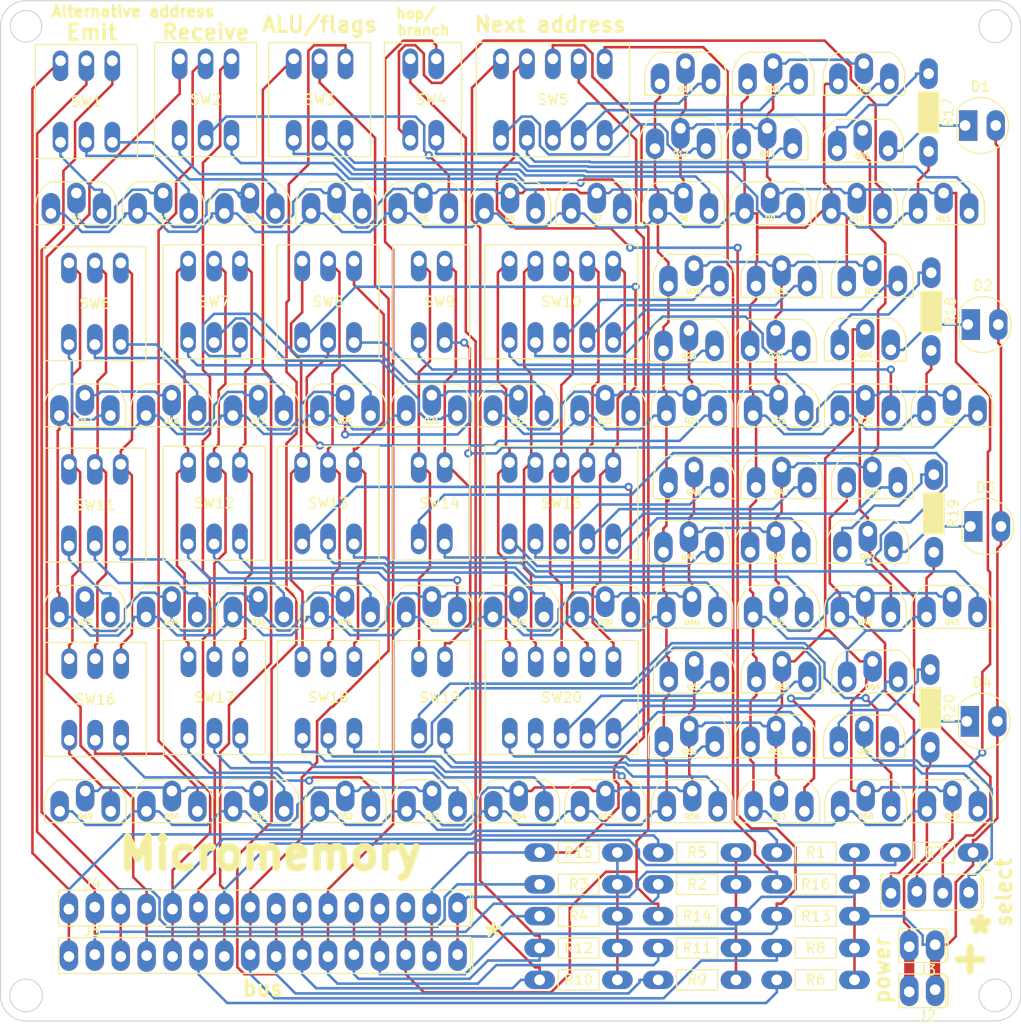
<source format=kicad_pcb>
(kicad_pcb (version 20171130) (host pcbnew 5.1.5+dfsg1-2build2)
  (layers (0 F.Cu signal) (31 B.Cu signal) (34 B.Paste user) (35 F.Paste user) (36 B.SilkS user) (37 F.SilkS user) (38 B.Mask user) (39 F.Mask user) (44 Edge.Cuts user))
  (net 0 "")
  (net 1 +5V)
  (net 2 "Net-(D1-Pad1)")
  (net 3 "Net-(D2-Pad1)")
  (net 4 "Net-(D3-Pad1)")
  (net 5 "Net-(D4-Pad1)")
  (net 6 /sheet63DAA910/enable)
  (net 7 /sheet63DB6C5D/enable)
  (net 8 /sheet63DBEA91/enable)
  (net 9 GND)
  (net 10 /Sheet63D9F596/a)
  (net 11 /Sheet63D9F596/b)
  (net 12 /Sheet63D9F596/c)
  (net 13 "Net-(Q1-Pad3)")
  (net 14 /Sheet63D9F596/enable)
  (net 15 "Net-(Q2-Pad3)")
  (net 16 "Net-(Q3-Pad3)")
  (net 17 "Net-(Q4-Pad3)")
  (net 18 "Net-(Q5-Pad3)")
  (net 19 "Net-(Q6-Pad3)")
  (net 20 "Net-(Q7-Pad3)")
  (net 21 "Net-(Q8-Pad3)")
  (net 22 "Net-(Q9-Pad3)")
  (net 23 "Net-(Q10-Pad3)")
  (net 24 "Net-(Q11-Pad3)")
  (net 25 "Net-(Q12-Pad3)")
  (net 26 "Net-(Q13-Pad3)")
  (net 27 "Net-(Q14-Pad3)")
  (net 28 "Net-(Q15-Pad3)")
  (net 29 "Net-(Q16-Pad3)")
  (net 30 "Net-(Q17-Pad3)")
  (net 31 "Net-(Q18-Pad3)")
  (net 32 "Net-(Q19-Pad3)")
  (net 33 "Net-(Q20-Pad3)")
  (net 34 "Net-(Q21-Pad3)")
  (net 35 "Net-(Q22-Pad3)")
  (net 36 "Net-(Q23-Pad3)")
  (net 37 "Net-(Q24-Pad3)")
  (net 38 "Net-(Q25-Pad3)")
  (net 39 "Net-(Q26-Pad3)")
  (net 40 "Net-(Q27-Pad3)")
  (net 41 "Net-(Q28-Pad3)")
  (net 42 "Net-(Q29-Pad3)")
  (net 43 "Net-(Q30-Pad3)")
  (net 44 "Net-(Q31-Pad3)")
  (net 45 "Net-(Q32-Pad3)")
  (net 46 "Net-(Q33-Pad3)")
  (net 47 "Net-(Q34-Pad3)")
  (net 48 "Net-(Q35-Pad3)")
  (net 49 "Net-(Q36-Pad3)")
  (net 50 "Net-(Q37-Pad3)")
  (net 51 "Net-(Q38-Pad3)")
  (net 52 "Net-(Q39-Pad3)")
  (net 53 "Net-(Q40-Pad3)")
  (net 54 "Net-(Q41-Pad3)")
  (net 55 "Net-(Q42-Pad3)")
  (net 56 "Net-(Q43-Pad3)")
  (net 57 "Net-(Q44-Pad3)")
  (net 58 "Net-(Q45-Pad3)")
  (net 59 "Net-(Q46-Pad3)")
  (net 60 "Net-(Q47-Pad3)")
  (net 61 "Net-(Q48-Pad3)")
  (net 62 "Net-(Q49-Pad3)")
  (net 63 "Net-(Q50-Pad3)")
  (net 64 "Net-(Q51-Pad3)")
  (net 65 "Net-(Q52-Pad3)")
  (net 66 "Net-(Q53-Pad3)")
  (net 67 "Net-(Q54-Pad3)")
  (net 68 "Net-(Q55-Pad3)")
  (net 69 "Net-(Q56-Pad3)")
  (net 70 "Net-(Q57-Pad3)")
  (net 71 "Net-(Q58-Pad3)")
  (net 72 "Net-(Q59-Pad3)")
  (net 73 "Net-(Q60-Pad3)")
  (net 74 "Net-(Q61-Pad3)")
  (net 75 "Net-(Q62-Pad3)")
  (net 76 "Net-(Q63-Pad3)")
  (net 77 "Net-(Q64-Pad3)")
  (net 78 "Net-(Q65-Pad1)")
  (net 79 "Net-(Q66-Pad1)")
  (net 80 "Net-(Q67-Pad1)")
  (net 81 "Net-(Q68-Pad1)")
  (net 82 /Sheet63D9F596/d)
  (net 83 /Sheet63D9F596/e)
  (net 84 /Sheet63D9F596/f)
  (net 85 /Sheet63D9F596/g)
  (net 86 /Sheet63D9F596/h)
  (net 87 /Sheet63D9F596/i)
  (net 88 /Sheet63D9F596/j)
  (net 89 /Sheet63D9F596/k)
  (net 90 /Sheet63D9F596/l)
  (net 91 /Sheet63D9F596/m)
  (net 92 /Sheet63D9F596/n)
  (net 93 /Sheet63D9F596/o)
  (net 94 /Sheet63D9F596/p)
  (net 95 /sheet63DAA910/a)
  (net 96 /sheet63DAA910/b)
  (net 97 /sheet63DAA910/c)
  (net 98 /sheet63DAA910/f)
  (net 99 /sheet63DAA910/e)
  (net 100 /sheet63DAA910/d)
  (net 101 /sheet63DAA910/g)
  (net 102 /sheet63DAA910/h)
  (net 103 /sheet63DAA910/i)
  (net 104 /sheet63DAA910/j)
  (net 105 /sheet63DAA910/k)
  (net 106 /sheet63DAA910/m)
  (net 107 /sheet63DAA910/n)
  (net 108 /sheet63DAA910/o)
  (net 109 /sheet63DAA910/p)
  (net 110 /sheet63DAA910/l)
  (module processor2:led_5mm_tight (layer F.Cu) (at 146.05 62.23)
    (fp_text reference D1 (at 0 -3.81) (layer F.SilkS))
    (fp_text value LED)
    (pad 1 thru_hole rect (at -1.5 0) (size 1.8 3) (drill 1.05 (offset 0.3 0)) (layers *.Cu *.Mask) (net 2 "Net-(D1-Pad1)"))
    (pad 2 thru_hole oval (at 1.5 0) (size 1.8 3) (drill 1.05) (layers *.Cu *.Mask) (net 1 +5V))
  )
  (module processor2:led_5mm_tight (layer F.Cu) (at 146.306 81.7399)
    (fp_text reference D2 (at 0 -3.81) (layer F.SilkS))
    (fp_text value LED)
    (pad 1 thru_hole rect (at -1.5 0) (size 1.8 3) (drill 1.05 (offset 0.3 0)) (layers *.Cu *.Mask) (net 3 "Net-(D2-Pad1)"))
    (pad 2 thru_hole oval (at 1.5 0) (size 1.8 3) (drill 1.05) (layers *.Cu *.Mask) (net 1 +5V))
  )
  (module processor2:led_5mm_tight (layer F.Cu) (at 146.56 101.524)
    (fp_text reference D3 (at 0 -3.81) (layer F.SilkS))
    (fp_text value LED)
    (pad 2 thru_hole oval (at 1.5 0) (size 1.8 3) (drill 1.05) (layers *.Cu *.Mask) (net 1 +5V))
    (pad 1 thru_hole rect (at -1.5 0) (size 1.8 3) (drill 1.05 (offset 0.3 0)) (layers *.Cu *.Mask) (net 4 "Net-(D3-Pad1)"))
  )
  (module processor2:led_5mm_tight (layer F.Cu) (at 146.21 120.634)
    (fp_text reference D4 (at 0 -3.81) (layer F.SilkS))
    (fp_text value LED)
    (pad 2 thru_hole oval (at 1.5 0) (size 1.8 3) (drill 1.05) (layers *.Cu *.Mask) (net 1 +5V))
    (pad 1 thru_hole rect (at -1.5 0) (size 1.8 3) (drill 1.05 (offset 0.3 0)) (layers *.Cu *.Mask) (net 5 "Net-(D4-Pad1)"))
  )
  (module processor2:4pin_tight (layer F.Cu) (at 137.282 137.388)
    (fp_text reference J1 (at 9.0805 -2.6035) (layer F.SilkS))
    (fp_text value Conn_01x04_Male)
    (pad 1 thru_hole oval (at 0 0.1) (size 1.8 3) (drill 1.05 (offset 0 -0.1)) (layers *.Cu *.Mask) (net 8 /sheet63DBEA91/enable))
    (pad 2 thru_hole oval (at 2.54 -0.1) (size 1.8 3) (drill 1.05 (offset 0 0.1)) (layers *.Cu *.Mask) (net 7 /sheet63DB6C5D/enable))
    (pad 3 thru_hole oval (at 5.08 0.1) (size 1.8 3) (drill 1.05 (offset 0 -0.1)) (layers *.Cu *.Mask) (net 6 /sheet63DAA910/enable))
    (pad 4 thru_hole oval (at 7.62 0) (size 1.8 3) (drill 1.05 (offset 0 0.1)) (layers *.Cu *.Mask) (net 14 /Sheet63D9F596/enable))
  )
  (module processor2:2pin_tight (layer F.Cu) (at 141.612 147.041)
    (fp_text reference J2 (at -0.762 2.413) (layer F.SilkS))
    (fp_text value Conn_01x02_Male)
    (pad 2 thru_hole oval (at -2.54 0.1) (size 1.8 3) (drill 1.05 (offset 0 -0.1)) (layers *.Cu *.Mask) (net 9 GND))
    (pad 1 thru_hole oval (at 0 -0.1) (size 1.8 3) (drill 1.05 (offset 0 0.1)) (layers *.Cu *.Mask) (net 1 +5V))
  )
  (module processor2:2pin_tight (layer F.Cu) (at 141.612 142.621)
    (fp_text reference J3 (at -0.762 2.413) (layer F.SilkS))
    (fp_text value Conn_01x02_Male)
    (pad 1 thru_hole oval (at 0 -0.1) (size 1.8 3) (drill 1.05 (offset 0 0.1)) (layers *.Cu *.Mask) (net 1 +5V))
    (pad 2 thru_hole oval (at -2.54 0.1) (size 1.8 3) (drill 1.05 (offset 0 -0.1)) (layers *.Cu *.Mask) (net 9 GND))
  )
  (module processor2:16pin_tight (layer F.Cu) (at 56.702 138.938)
    (fp_text reference J4 (at 2.3114 -2.413) (layer F.SilkS))
    (fp_text value Conn_01x16_Male)
    (pad 15 thru_hole oval (at 35.56 0.1) (size 1.8 3) (drill 1.05 (offset 0 -0.1)) (layers *.Cu *.Mask) (net 93 /Sheet63D9F596/o))
    (pad 13 thru_hole oval (at 30.48 0.1) (size 1.8 3) (drill 1.05 (offset 0 -0.1)) (layers *.Cu *.Mask) (net 91 /Sheet63D9F596/m))
    (pad 16 thru_hole oval (at 38.1 -0.1) (size 1.8 3) (drill 1.05 (offset 0 0.1)) (layers *.Cu *.Mask) (net 94 /Sheet63D9F596/p))
    (pad 14 thru_hole oval (at 33.02 -0.1) (size 1.8 3) (drill 1.05 (offset 0 0.1)) (layers *.Cu *.Mask) (net 92 /Sheet63D9F596/n))
    (pad 12 thru_hole oval (at 27.94 -0.1) (size 1.8 3) (drill 1.05 (offset 0 0.1)) (layers *.Cu *.Mask) (net 90 /Sheet63D9F596/l))
    (pad 11 thru_hole oval (at 25.4 0.1) (size 1.8 3) (drill 1.05 (offset 0 -0.1)) (layers *.Cu *.Mask) (net 89 /Sheet63D9F596/k))
    (pad 10 thru_hole oval (at 22.86 -0.1) (size 1.8 3) (drill 1.05 (offset 0 0.1)) (layers *.Cu *.Mask) (net 88 /Sheet63D9F596/j))
    (pad 9 thru_hole oval (at 20.32 0.1) (size 1.8 3) (drill 1.05 (offset 0 -0.1)) (layers *.Cu *.Mask) (net 87 /Sheet63D9F596/i))
    (pad 8 thru_hole oval (at 17.78 -0.1) (size 1.8 3) (drill 1.05 (offset 0 0.1)) (layers *.Cu *.Mask) (net 86 /Sheet63D9F596/h))
    (pad 7 thru_hole oval (at 15.24 0.1) (size 1.8 3) (drill 1.05 (offset 0 -0.1)) (layers *.Cu *.Mask) (net 85 /Sheet63D9F596/g))
    (pad 6 thru_hole oval (at 12.7 -0.1) (size 1.8 3) (drill 1.05 (offset 0 0.1)) (layers *.Cu *.Mask) (net 84 /Sheet63D9F596/f))
    (pad 5 thru_hole oval (at 10.16 0.1) (size 1.8 3) (drill 1.05 (offset 0 -0.1)) (layers *.Cu *.Mask) (net 83 /Sheet63D9F596/e))
    (pad 4 thru_hole oval (at 7.62 0) (size 1.8 3) (drill 1.05 (offset 0 0.1)) (layers *.Cu *.Mask) (net 82 /Sheet63D9F596/d))
    (pad 3 thru_hole oval (at 5.08 0.1) (size 1.8 3) (drill 1.05 (offset 0 -0.1)) (layers *.Cu *.Mask) (net 12 /Sheet63D9F596/c))
    (pad 2 thru_hole oval (at 2.54 -0.1) (size 1.8 3) (drill 1.05 (offset 0 0.1)) (layers *.Cu *.Mask) (net 11 /Sheet63D9F596/b))
    (pad 1 thru_hole oval (at 0 0.1) (size 1.8 3) (drill 1.05 (offset 0 -0.1)) (layers *.Cu *.Mask) (net 10 /Sheet63D9F596/a))
  )
  (module processor2:16pin_tight (layer F.Cu) (at 56.702 143.588)
    (fp_text reference J5 (at 2.3114 -2.413) (layer F.SilkS))
    (fp_text value Conn_01x16_Male)
    (pad 1 thru_hole oval (at 0 0.1) (size 1.8 3) (drill 1.05 (offset 0 -0.1)) (layers *.Cu *.Mask) (net 10 /Sheet63D9F596/a))
    (pad 2 thru_hole oval (at 2.54 -0.1) (size 1.8 3) (drill 1.05 (offset 0 0.1)) (layers *.Cu *.Mask) (net 11 /Sheet63D9F596/b))
    (pad 3 thru_hole oval (at 5.08 0.1) (size 1.8 3) (drill 1.05 (offset 0 -0.1)) (layers *.Cu *.Mask) (net 12 /Sheet63D9F596/c))
    (pad 4 thru_hole oval (at 7.62 0) (size 1.8 3) (drill 1.05 (offset 0 0.1)) (layers *.Cu *.Mask) (net 82 /Sheet63D9F596/d))
    (pad 5 thru_hole oval (at 10.16 0.1) (size 1.8 3) (drill 1.05 (offset 0 -0.1)) (layers *.Cu *.Mask) (net 83 /Sheet63D9F596/e))
    (pad 6 thru_hole oval (at 12.7 -0.1) (size 1.8 3) (drill 1.05 (offset 0 0.1)) (layers *.Cu *.Mask) (net 84 /Sheet63D9F596/f))
    (pad 7 thru_hole oval (at 15.24 0.1) (size 1.8 3) (drill 1.05 (offset 0 -0.1)) (layers *.Cu *.Mask) (net 85 /Sheet63D9F596/g))
    (pad 8 thru_hole oval (at 17.78 -0.1) (size 1.8 3) (drill 1.05 (offset 0 0.1)) (layers *.Cu *.Mask) (net 86 /Sheet63D9F596/h))
    (pad 9 thru_hole oval (at 20.32 0.1) (size 1.8 3) (drill 1.05 (offset 0 -0.1)) (layers *.Cu *.Mask) (net 87 /Sheet63D9F596/i))
    (pad 10 thru_hole oval (at 22.86 -0.1) (size 1.8 3) (drill 1.05 (offset 0 0.1)) (layers *.Cu *.Mask) (net 88 /Sheet63D9F596/j))
    (pad 11 thru_hole oval (at 25.4 0.1) (size 1.8 3) (drill 1.05 (offset 0 -0.1)) (layers *.Cu *.Mask) (net 89 /Sheet63D9F596/k))
    (pad 12 thru_hole oval (at 27.94 -0.1) (size 1.8 3) (drill 1.05 (offset 0 0.1)) (layers *.Cu *.Mask) (net 90 /Sheet63D9F596/l))
    (pad 14 thru_hole oval (at 33.02 -0.1) (size 1.8 3) (drill 1.05 (offset 0 0.1)) (layers *.Cu *.Mask) (net 92 /Sheet63D9F596/n))
    (pad 16 thru_hole oval (at 38.1 -0.1) (size 1.8 3) (drill 1.05 (offset 0 0.1)) (layers *.Cu *.Mask) (net 94 /Sheet63D9F596/p))
    (pad 13 thru_hole oval (at 30.48 0.1) (size 1.8 3) (drill 1.05 (offset 0 -0.1)) (layers *.Cu *.Mask) (net 91 /Sheet63D9F596/m))
    (pad 15 thru_hole oval (at 35.56 0.1) (size 1.8 3) (drill 1.05 (offset 0 -0.1)) (layers *.Cu *.Mask) (net 93 /Sheet63D9F596/o))
  )
  (module processor2:2n7000_tight (layer F.Cu) (at 57.44 69.85)
    (fp_text reference Q1 (at 0 1.5) (layer F.SilkS) (effects (font (size 0.5 0.5) (thickness 0.125))))
    (fp_text value 2N7000)
    (pad 1 thru_hole oval (at -2.5 1) (size 1.8 3) (drill 1.05 (offset 0 -0.5)) (layers *.Cu *.Mask) (net 9 GND))
    (pad 2 thru_hole oval (at 0 -1) (size 1.8 3) (drill 1.05 (offset 0 0.5)) (layers *.Cu *.Mask) (net 14 /Sheet63D9F596/enable))
    (pad 3 thru_hole oval (at 2.5 1) (size 1.8 3) (drill 1.05 (offset 0 -0.5)) (layers *.Cu *.Mask) (net 13 "Net-(Q1-Pad3)"))
  )
  (module processor2:2n7000_tight (layer F.Cu) (at 65.94 69.85)
    (fp_text reference Q2 (at 0 1.5) (layer F.SilkS) (effects (font (size 0.5 0.5) (thickness 0.125))))
    (fp_text value 2N7000)
    (pad 3 thru_hole oval (at 2.5 1) (size 1.8 3) (drill 1.05 (offset 0 -0.5)) (layers *.Cu *.Mask) (net 15 "Net-(Q2-Pad3)"))
    (pad 2 thru_hole oval (at 0 -1) (size 1.8 3) (drill 1.05 (offset 0 0.5)) (layers *.Cu *.Mask) (net 14 /Sheet63D9F596/enable))
    (pad 1 thru_hole oval (at -2.5 1) (size 1.8 3) (drill 1.05 (offset 0 -0.5)) (layers *.Cu *.Mask) (net 9 GND))
  )
  (module processor2:2n7000_tight (layer F.Cu) (at 74.44 69.85)
    (fp_text reference Q3 (at 0 1.5) (layer F.SilkS) (effects (font (size 0.5 0.5) (thickness 0.125))))
    (fp_text value 2N7000)
    (pad 3 thru_hole oval (at 2.5 1) (size 1.8 3) (drill 1.05 (offset 0 -0.5)) (layers *.Cu *.Mask) (net 16 "Net-(Q3-Pad3)"))
    (pad 2 thru_hole oval (at 0 -1) (size 1.8 3) (drill 1.05 (offset 0 0.5)) (layers *.Cu *.Mask) (net 14 /Sheet63D9F596/enable))
    (pad 1 thru_hole oval (at -2.5 1) (size 1.8 3) (drill 1.05 (offset 0 -0.5)) (layers *.Cu *.Mask) (net 9 GND))
  )
  (module processor2:2n7000_tight (layer F.Cu) (at 82.94 69.85)
    (fp_text reference Q4 (at 0 1.5) (layer F.SilkS) (effects (font (size 0.5 0.5) (thickness 0.125))))
    (fp_text value 2N7000)
    (pad 1 thru_hole oval (at -2.5 1) (size 1.8 3) (drill 1.05 (offset 0 -0.5)) (layers *.Cu *.Mask) (net 9 GND))
    (pad 2 thru_hole oval (at 0 -1) (size 1.8 3) (drill 1.05 (offset 0 0.5)) (layers *.Cu *.Mask) (net 14 /Sheet63D9F596/enable))
    (pad 3 thru_hole oval (at 2.5 1) (size 1.8 3) (drill 1.05 (offset 0 -0.5)) (layers *.Cu *.Mask) (net 17 "Net-(Q4-Pad3)"))
  )
  (module processor2:2n7000_tight (layer F.Cu) (at 91.44 69.85)
    (fp_text reference Q5 (at 0 1.5) (layer F.SilkS) (effects (font (size 0.5 0.5) (thickness 0.125))))
    (fp_text value 2N7000)
    (pad 3 thru_hole oval (at 2.5 1) (size 1.8 3) (drill 1.05 (offset 0 -0.5)) (layers *.Cu *.Mask) (net 18 "Net-(Q5-Pad3)"))
    (pad 2 thru_hole oval (at 0 -1) (size 1.8 3) (drill 1.05 (offset 0 0.5)) (layers *.Cu *.Mask) (net 14 /Sheet63D9F596/enable))
    (pad 1 thru_hole oval (at -2.5 1) (size 1.8 3) (drill 1.05 (offset 0 -0.5)) (layers *.Cu *.Mask) (net 9 GND))
  )
  (module processor2:2n7000_tight (layer F.Cu) (at 99.94 69.85)
    (fp_text reference Q6 (at 0 1.5) (layer F.SilkS) (effects (font (size 0.5 0.5) (thickness 0.125))))
    (fp_text value 2N7000)
    (pad 1 thru_hole oval (at -2.5 1) (size 1.8 3) (drill 1.05 (offset 0 -0.5)) (layers *.Cu *.Mask) (net 9 GND))
    (pad 2 thru_hole oval (at 0 -1) (size 1.8 3) (drill 1.05 (offset 0 0.5)) (layers *.Cu *.Mask) (net 14 /Sheet63D9F596/enable))
    (pad 3 thru_hole oval (at 2.5 1) (size 1.8 3) (drill 1.05 (offset 0 -0.5)) (layers *.Cu *.Mask) (net 19 "Net-(Q6-Pad3)"))
  )
  (module processor2:2n7000_tight (layer F.Cu) (at 108.44 69.85)
    (fp_text reference Q7 (at 0 1.5) (layer F.SilkS) (effects (font (size 0.5 0.5) (thickness 0.125))))
    (fp_text value 2N7000)
    (pad 3 thru_hole oval (at 2.5 1) (size 1.8 3) (drill 1.05 (offset 0 -0.5)) (layers *.Cu *.Mask) (net 20 "Net-(Q7-Pad3)"))
    (pad 2 thru_hole oval (at 0 -1) (size 1.8 3) (drill 1.05 (offset 0 0.5)) (layers *.Cu *.Mask) (net 14 /Sheet63D9F596/enable))
    (pad 1 thru_hole oval (at -2.5 1) (size 1.8 3) (drill 1.05 (offset 0 -0.5)) (layers *.Cu *.Mask) (net 9 GND))
  )
  (module processor2:2n7000_tight (layer F.Cu) (at 116.94 69.85)
    (fp_text reference Q8 (at 0 1.5) (layer F.SilkS) (effects (font (size 0.5 0.5) (thickness 0.125))))
    (fp_text value 2N7000)
    (pad 1 thru_hole oval (at -2.5 1) (size 1.8 3) (drill 1.05 (offset 0 -0.5)) (layers *.Cu *.Mask) (net 9 GND))
    (pad 2 thru_hole oval (at 0 -1) (size 1.8 3) (drill 1.05 (offset 0 0.5)) (layers *.Cu *.Mask) (net 14 /Sheet63D9F596/enable))
    (pad 3 thru_hole oval (at 2.5 1) (size 1.8 3) (drill 1.05 (offset 0 -0.5)) (layers *.Cu *.Mask) (net 21 "Net-(Q8-Pad3)"))
  )
  (module processor2:2n7000_tight (layer F.Cu) (at 125.44 69.85)
    (fp_text reference Q9 (at 0 1.5) (layer F.SilkS) (effects (font (size 0.5 0.5) (thickness 0.125))))
    (fp_text value 2N7000)
    (pad 3 thru_hole oval (at 2.5 1) (size 1.8 3) (drill 1.05 (offset 0 -0.5)) (layers *.Cu *.Mask) (net 22 "Net-(Q9-Pad3)"))
    (pad 2 thru_hole oval (at 0 -1) (size 1.8 3) (drill 1.05 (offset 0 0.5)) (layers *.Cu *.Mask) (net 14 /Sheet63D9F596/enable))
    (pad 1 thru_hole oval (at -2.5 1) (size 1.8 3) (drill 1.05 (offset 0 -0.5)) (layers *.Cu *.Mask) (net 9 GND))
  )
  (module processor2:2n7000_tight (layer F.Cu) (at 133.94 69.85)
    (fp_text reference Q10 (at 0 1.5) (layer F.SilkS) (effects (font (size 0.5 0.5) (thickness 0.125))))
    (fp_text value 2N7000)
    (pad 1 thru_hole oval (at -2.5 1) (size 1.8 3) (drill 1.05 (offset 0 -0.5)) (layers *.Cu *.Mask) (net 9 GND))
    (pad 2 thru_hole oval (at 0 -1) (size 1.8 3) (drill 1.05 (offset 0 0.5)) (layers *.Cu *.Mask) (net 14 /Sheet63D9F596/enable))
    (pad 3 thru_hole oval (at 2.5 1) (size 1.8 3) (drill 1.05 (offset 0 -0.5)) (layers *.Cu *.Mask) (net 23 "Net-(Q10-Pad3)"))
  )
  (module processor2:2n7000_tight (layer F.Cu) (at 142.44 69.85)
    (fp_text reference Q11 (at 0 1.5) (layer F.SilkS) (effects (font (size 0.5 0.5) (thickness 0.125))))
    (fp_text value 2N7000)
    (pad 3 thru_hole oval (at 2.5 1) (size 1.8 3) (drill 1.05 (offset 0 -0.5)) (layers *.Cu *.Mask) (net 24 "Net-(Q11-Pad3)"))
    (pad 2 thru_hole oval (at 0 -1) (size 1.8 3) (drill 1.05 (offset 0 0.5)) (layers *.Cu *.Mask) (net 14 /Sheet63D9F596/enable))
    (pad 1 thru_hole oval (at -2.5 1) (size 1.8 3) (drill 1.05 (offset 0 -0.5)) (layers *.Cu *.Mask) (net 9 GND))
  )
  (module processor2:2n7000_tight (layer F.Cu) (at 116.65 63.5)
    (fp_text reference Q12 (at 0 1.5) (layer F.SilkS) (effects (font (size 0.5 0.5) (thickness 0.125))))
    (fp_text value 2N7000)
    (pad 1 thru_hole oval (at -2.5 1) (size 1.8 3) (drill 1.05 (offset 0 -0.5)) (layers *.Cu *.Mask) (net 9 GND))
    (pad 2 thru_hole oval (at 0 -1) (size 1.8 3) (drill 1.05 (offset 0 0.5)) (layers *.Cu *.Mask) (net 14 /Sheet63D9F596/enable))
    (pad 3 thru_hole oval (at 2.5 1) (size 1.8 3) (drill 1.05 (offset 0 -0.5)) (layers *.Cu *.Mask) (net 25 "Net-(Q12-Pad3)"))
  )
  (module processor2:2n7000_tight (layer F.Cu) (at 125.15 63.5)
    (fp_text reference Q13 (at 0 1.5) (layer F.SilkS) (effects (font (size 0.5 0.5) (thickness 0.125))))
    (fp_text value 2N7000)
    (pad 3 thru_hole oval (at 2.5 1) (size 1.8 3) (drill 1.05 (offset 0 -0.5)) (layers *.Cu *.Mask) (net 26 "Net-(Q13-Pad3)"))
    (pad 2 thru_hole oval (at 0 -1) (size 1.8 3) (drill 1.05 (offset 0 0.5)) (layers *.Cu *.Mask) (net 14 /Sheet63D9F596/enable))
    (pad 1 thru_hole oval (at -2.5 1) (size 1.8 3) (drill 1.05 (offset 0 -0.5)) (layers *.Cu *.Mask) (net 9 GND))
  )
  (module processor2:2n7000_tight (layer F.Cu) (at 117.14 57.15)
    (fp_text reference Q14 (at 0 1.5) (layer F.SilkS) (effects (font (size 0.5 0.5) (thickness 0.125))))
    (fp_text value 2N7000)
    (pad 3 thru_hole oval (at 2.5 1) (size 1.8 3) (drill 1.05 (offset 0 -0.5)) (layers *.Cu *.Mask) (net 27 "Net-(Q14-Pad3)"))
    (pad 2 thru_hole oval (at 0 -1) (size 1.8 3) (drill 1.05 (offset 0 0.5)) (layers *.Cu *.Mask) (net 14 /Sheet63D9F596/enable))
    (pad 1 thru_hole oval (at -2.5 1) (size 1.8 3) (drill 1.05 (offset 0 -0.5)) (layers *.Cu *.Mask) (net 9 GND))
  )
  (module processor2:2n7000_tight (layer F.Cu) (at 125.73 57.15)
    (fp_text reference Q15 (at 0 1.5) (layer F.SilkS) (effects (font (size 0.5 0.5) (thickness 0.125))))
    (fp_text value 2N7000)
    (pad 1 thru_hole oval (at -2.5 1) (size 1.8 3) (drill 1.05 (offset 0 -0.5)) (layers *.Cu *.Mask) (net 9 GND))
    (pad 2 thru_hole oval (at 0 -1) (size 1.8 3) (drill 1.05 (offset 0 0.5)) (layers *.Cu *.Mask) (net 14 /Sheet63D9F596/enable))
    (pad 3 thru_hole oval (at 2.5 1) (size 1.8 3) (drill 1.05 (offset 0 -0.5)) (layers *.Cu *.Mask) (net 28 "Net-(Q15-Pad3)"))
  )
  (module processor2:2n7000_tight (layer F.Cu) (at 134.62 57.15)
    (fp_text reference Q16 (at 0 1.5) (layer F.SilkS) (effects (font (size 0.5 0.5) (thickness 0.125))))
    (fp_text value 2N7000)
    (pad 1 thru_hole oval (at -2.5 1) (size 1.8 3) (drill 1.05 (offset 0 -0.5)) (layers *.Cu *.Mask) (net 9 GND))
    (pad 2 thru_hole oval (at 0 -1) (size 1.8 3) (drill 1.05 (offset 0 0.5)) (layers *.Cu *.Mask) (net 14 /Sheet63D9F596/enable))
    (pad 3 thru_hole oval (at 2.5 1) (size 1.8 3) (drill 1.05 (offset 0 -0.5)) (layers *.Cu *.Mask) (net 29 "Net-(Q16-Pad3)"))
  )
  (module processor2:2n7000_tight (layer F.Cu) (at 58.27 89.666)
    (fp_text reference Q17 (at 0 1.5 180) (layer F.SilkS) (effects (font (size 0.5 0.5) (thickness 0.125))))
    (fp_text value 2N7000)
    (pad 3 thru_hole oval (at 2.5 1) (size 1.8 3) (drill 1.05 (offset 0 -0.5)) (layers *.Cu *.Mask) (net 30 "Net-(Q17-Pad3)"))
    (pad 2 thru_hole oval (at 0 -1) (size 1.8 3) (drill 1.05 (offset 0 0.5)) (layers *.Cu *.Mask) (net 6 /sheet63DAA910/enable))
    (pad 1 thru_hole oval (at -2.5 1) (size 1.8 3) (drill 1.05 (offset 0 -0.5)) (layers *.Cu *.Mask) (net 9 GND))
  )
  (module processor2:2n7000_tight (layer F.Cu) (at 66.77 89.666)
    (fp_text reference Q18 (at 0 1.5 180) (layer F.SilkS) (effects (font (size 0.5 0.5) (thickness 0.125))))
    (fp_text value 2N7000)
    (pad 1 thru_hole oval (at -2.5 1) (size 1.8 3) (drill 1.05 (offset 0 -0.5)) (layers *.Cu *.Mask) (net 9 GND))
    (pad 2 thru_hole oval (at 0 -1) (size 1.8 3) (drill 1.05 (offset 0 0.5)) (layers *.Cu *.Mask) (net 6 /sheet63DAA910/enable))
    (pad 3 thru_hole oval (at 2.5 1) (size 1.8 3) (drill 1.05 (offset 0 -0.5)) (layers *.Cu *.Mask) (net 31 "Net-(Q18-Pad3)"))
  )
  (module processor2:2n7000_tight (layer F.Cu) (at 75.27 89.666)
    (fp_text reference Q19 (at 0 1.5 180) (layer F.SilkS) (effects (font (size 0.5 0.5) (thickness 0.125))))
    (fp_text value 2N7000)
    (pad 3 thru_hole oval (at 2.5 1) (size 1.8 3) (drill 1.05 (offset 0 -0.5)) (layers *.Cu *.Mask) (net 32 "Net-(Q19-Pad3)"))
    (pad 2 thru_hole oval (at 0 -1) (size 1.8 3) (drill 1.05 (offset 0 0.5)) (layers *.Cu *.Mask) (net 6 /sheet63DAA910/enable))
    (pad 1 thru_hole oval (at -2.5 1) (size 1.8 3) (drill 1.05 (offset 0 -0.5)) (layers *.Cu *.Mask) (net 9 GND))
  )
  (module processor2:2n7000_tight (layer F.Cu) (at 83.77 89.666)
    (fp_text reference Q20 (at 0 1.5 180) (layer F.SilkS) (effects (font (size 0.5 0.5) (thickness 0.125))))
    (fp_text value 2N7000)
    (pad 1 thru_hole oval (at -2.5 1) (size 1.8 3) (drill 1.05 (offset 0 -0.5)) (layers *.Cu *.Mask) (net 9 GND))
    (pad 2 thru_hole oval (at 0 -1) (size 1.8 3) (drill 1.05 (offset 0 0.5)) (layers *.Cu *.Mask) (net 6 /sheet63DAA910/enable))
    (pad 3 thru_hole oval (at 2.5 1) (size 1.8 3) (drill 1.05 (offset 0 -0.5)) (layers *.Cu *.Mask) (net 33 "Net-(Q20-Pad3)"))
  )
  (module processor2:2n7000_tight (layer F.Cu) (at 92.27 89.666)
    (fp_text reference Q21 (at 0 1.5 180) (layer F.SilkS) (effects (font (size 0.5 0.5) (thickness 0.125))))
    (fp_text value 2N7000)
    (pad 3 thru_hole oval (at 2.5 1) (size 1.8 3) (drill 1.05 (offset 0 -0.5)) (layers *.Cu *.Mask) (net 34 "Net-(Q21-Pad3)"))
    (pad 2 thru_hole oval (at 0 -1) (size 1.8 3) (drill 1.05 (offset 0 0.5)) (layers *.Cu *.Mask) (net 6 /sheet63DAA910/enable))
    (pad 1 thru_hole oval (at -2.5 1) (size 1.8 3) (drill 1.05 (offset 0 -0.5)) (layers *.Cu *.Mask) (net 9 GND))
  )
  (module processor2:2n7000_tight (layer F.Cu) (at 100.77 89.666)
    (fp_text reference Q22 (at 0 1.5 180) (layer F.SilkS) (effects (font (size 0.5 0.5) (thickness 0.125))))
    (fp_text value 2N7000)
    (pad 1 thru_hole oval (at -2.5 1) (size 1.8 3) (drill 1.05 (offset 0 -0.5)) (layers *.Cu *.Mask) (net 9 GND))
    (pad 2 thru_hole oval (at 0 -1) (size 1.8 3) (drill 1.05 (offset 0 0.5)) (layers *.Cu *.Mask) (net 6 /sheet63DAA910/enable))
    (pad 3 thru_hole oval (at 2.5 1) (size 1.8 3) (drill 1.05 (offset 0 -0.5)) (layers *.Cu *.Mask) (net 35 "Net-(Q22-Pad3)"))
  )
  (module processor2:2n7000_tight (layer F.Cu) (at 109.27 89.666)
    (fp_text reference Q23 (at 0 1.5 180) (layer F.SilkS) (effects (font (size 0.5 0.5) (thickness 0.125))))
    (fp_text value 2N7000)
    (pad 3 thru_hole oval (at 2.5 1) (size 1.8 3) (drill 1.05 (offset 0 -0.5)) (layers *.Cu *.Mask) (net 36 "Net-(Q23-Pad3)"))
    (pad 2 thru_hole oval (at 0 -1) (size 1.8 3) (drill 1.05 (offset 0 0.5)) (layers *.Cu *.Mask) (net 6 /sheet63DAA910/enable))
    (pad 1 thru_hole oval (at -2.5 1) (size 1.8 3) (drill 1.05 (offset 0 -0.5)) (layers *.Cu *.Mask) (net 9 GND))
  )
  (module processor2:2n7000_tight (layer F.Cu) (at 117.77 89.666)
    (fp_text reference Q24 (at 0 1.5 180) (layer F.SilkS) (effects (font (size 0.5 0.5) (thickness 0.125))))
    (fp_text value 2N7000)
    (pad 3 thru_hole oval (at 2.5 1) (size 1.8 3) (drill 1.05 (offset 0 -0.5)) (layers *.Cu *.Mask) (net 37 "Net-(Q24-Pad3)"))
    (pad 2 thru_hole oval (at 0 -1) (size 1.8 3) (drill 1.05 (offset 0 0.5)) (layers *.Cu *.Mask) (net 6 /sheet63DAA910/enable))
    (pad 1 thru_hole oval (at -2.5 1) (size 1.8 3) (drill 1.05 (offset 0 -0.5)) (layers *.Cu *.Mask) (net 9 GND))
  )
  (module processor2:2n7000_tight (layer F.Cu) (at 126.27 89.666)
    (fp_text reference Q25 (at 0 1.5 180) (layer F.SilkS) (effects (font (size 0.5 0.5) (thickness 0.125))))
    (fp_text value 2N7000)
    (pad 3 thru_hole oval (at 2.5 1) (size 1.8 3) (drill 1.05 (offset 0 -0.5)) (layers *.Cu *.Mask) (net 38 "Net-(Q25-Pad3)"))
    (pad 2 thru_hole oval (at 0 -1) (size 1.8 3) (drill 1.05 (offset 0 0.5)) (layers *.Cu *.Mask) (net 6 /sheet63DAA910/enable))
    (pad 1 thru_hole oval (at -2.5 1) (size 1.8 3) (drill 1.05 (offset 0 -0.5)) (layers *.Cu *.Mask) (net 9 GND))
  )
  (module processor2:2n7000_tight (layer F.Cu) (at 134.77 89.666)
    (fp_text reference Q26 (at 0 1.5 180) (layer F.SilkS) (effects (font (size 0.5 0.5) (thickness 0.125))))
    (fp_text value 2N7000)
    (pad 1 thru_hole oval (at -2.5 1) (size 1.8 3) (drill 1.05 (offset 0 -0.5)) (layers *.Cu *.Mask) (net 9 GND))
    (pad 2 thru_hole oval (at 0 -1) (size 1.8 3) (drill 1.05 (offset 0 0.5)) (layers *.Cu *.Mask) (net 6 /sheet63DAA910/enable))
    (pad 3 thru_hole oval (at 2.5 1) (size 1.8 3) (drill 1.05 (offset 0 -0.5)) (layers *.Cu *.Mask) (net 39 "Net-(Q26-Pad3)"))
  )
  (module processor2:2n7000_tight (layer F.Cu) (at 143.27 89.666)
    (fp_text reference Q27 (at 0 1.5 180) (layer F.SilkS) (effects (font (size 0.5 0.5) (thickness 0.125))))
    (fp_text value 2N7000)
    (pad 3 thru_hole oval (at 2.5 1) (size 1.8 3) (drill 1.05 (offset 0 -0.5)) (layers *.Cu *.Mask) (net 40 "Net-(Q27-Pad3)"))
    (pad 2 thru_hole oval (at 0 -1) (size 1.8 3) (drill 1.05 (offset 0 0.5)) (layers *.Cu *.Mask) (net 6 /sheet63DAA910/enable))
    (pad 1 thru_hole oval (at -2.5 1) (size 1.8 3) (drill 1.05 (offset 0 -0.5)) (layers *.Cu *.Mask) (net 9 GND))
  )
  (module processor2:2n7000_tight (layer F.Cu) (at 117.48 83.316)
    (fp_text reference Q28 (at 0 1.5 180) (layer F.SilkS) (effects (font (size 0.5 0.5) (thickness 0.125))))
    (fp_text value 2N7000)
    (pad 1 thru_hole oval (at -2.5 1) (size 1.8 3) (drill 1.05 (offset 0 -0.5)) (layers *.Cu *.Mask) (net 9 GND))
    (pad 2 thru_hole oval (at 0 -1) (size 1.8 3) (drill 1.05 (offset 0 0.5)) (layers *.Cu *.Mask) (net 6 /sheet63DAA910/enable))
    (pad 3 thru_hole oval (at 2.5 1) (size 1.8 3) (drill 1.05 (offset 0 -0.5)) (layers *.Cu *.Mask) (net 41 "Net-(Q28-Pad3)"))
  )
  (module processor2:2n7000_tight (layer F.Cu) (at 125.98 83.316)
    (fp_text reference Q29 (at 0 1.5 180) (layer F.SilkS) (effects (font (size 0.5 0.5) (thickness 0.125))))
    (fp_text value 2N7000)
    (pad 3 thru_hole oval (at 2.5 1) (size 1.8 3) (drill 1.05 (offset 0 -0.5)) (layers *.Cu *.Mask) (net 42 "Net-(Q29-Pad3)"))
    (pad 2 thru_hole oval (at 0 -1) (size 1.8 3) (drill 1.05 (offset 0 0.5)) (layers *.Cu *.Mask) (net 6 /sheet63DAA910/enable))
    (pad 1 thru_hole oval (at -2.5 1) (size 1.8 3) (drill 1.05 (offset 0 -0.5)) (layers *.Cu *.Mask) (net 9 GND))
  )
  (module processor2:2n7000_tight (layer F.Cu) (at 117.97 76.966)
    (fp_text reference Q30 (at 0 1.5 180) (layer F.SilkS) (effects (font (size 0.5 0.5) (thickness 0.125))))
    (fp_text value 2N7000)
    (pad 1 thru_hole oval (at -2.5 1) (size 1.8 3) (drill 1.05 (offset 0 -0.5)) (layers *.Cu *.Mask) (net 9 GND))
    (pad 2 thru_hole oval (at 0 -1) (size 1.8 3) (drill 1.05 (offset 0 0.5)) (layers *.Cu *.Mask) (net 6 /sheet63DAA910/enable))
    (pad 3 thru_hole oval (at 2.5 1) (size 1.8 3) (drill 1.05 (offset 0 -0.5)) (layers *.Cu *.Mask) (net 43 "Net-(Q30-Pad3)"))
  )
  (module processor2:2n7000_tight (layer F.Cu) (at 126.56 76.966)
    (fp_text reference Q31 (at 0 1.5 180) (layer F.SilkS) (effects (font (size 0.5 0.5) (thickness 0.125))))
    (fp_text value 2N7000)
    (pad 3 thru_hole oval (at 2.5 1) (size 1.8 3) (drill 1.05 (offset 0 -0.5)) (layers *.Cu *.Mask) (net 44 "Net-(Q31-Pad3)"))
    (pad 2 thru_hole oval (at 0 -1) (size 1.8 3) (drill 1.05 (offset 0 0.5)) (layers *.Cu *.Mask) (net 6 /sheet63DAA910/enable))
    (pad 1 thru_hole oval (at -2.5 1) (size 1.8 3) (drill 1.05 (offset 0 -0.5)) (layers *.Cu *.Mask) (net 9 GND))
  )
  (module processor2:2n7000_tight (layer F.Cu) (at 135.45 76.966)
    (fp_text reference Q32 (at 0 1.5 180) (layer F.SilkS) (effects (font (size 0.5 0.5) (thickness 0.125))))
    (fp_text value 2N7000)
    (pad 1 thru_hole oval (at -2.5 1) (size 1.8 3) (drill 1.05 (offset 0 -0.5)) (layers *.Cu *.Mask) (net 9 GND))
    (pad 2 thru_hole oval (at 0 -1) (size 1.8 3) (drill 1.05 (offset 0 0.5)) (layers *.Cu *.Mask) (net 6 /sheet63DAA910/enable))
    (pad 3 thru_hole oval (at 2.5 1) (size 1.8 3) (drill 1.05 (offset 0 -0.5)) (layers *.Cu *.Mask) (net 45 "Net-(Q32-Pad3)"))
  )
  (module processor2:2n7000_tight (layer F.Cu) (at 58.27 109.406)
    (fp_text reference Q33 (at 0 1.5 180) (layer F.SilkS) (effects (font (size 0.5 0.5) (thickness 0.125))))
    (fp_text value 2N7000)
    (pad 3 thru_hole oval (at 2.5 1) (size 1.8 3) (drill 1.05 (offset 0 -0.5)) (layers *.Cu *.Mask) (net 46 "Net-(Q33-Pad3)"))
    (pad 2 thru_hole oval (at 0 -1) (size 1.8 3) (drill 1.05 (offset 0 0.5)) (layers *.Cu *.Mask) (net 8 /sheet63DBEA91/enable))
    (pad 1 thru_hole oval (at -2.5 1) (size 1.8 3) (drill 1.05 (offset 0 -0.5)) (layers *.Cu *.Mask) (net 9 GND))
  )
  (module processor2:2n7000_tight (layer F.Cu) (at 66.77 109.406)
    (fp_text reference Q34 (at 0 1.5 180) (layer F.SilkS) (effects (font (size 0.5 0.5) (thickness 0.125))))
    (fp_text value 2N7000)
    (pad 1 thru_hole oval (at -2.5 1) (size 1.8 3) (drill 1.05 (offset 0 -0.5)) (layers *.Cu *.Mask) (net 9 GND))
    (pad 2 thru_hole oval (at 0 -1) (size 1.8 3) (drill 1.05 (offset 0 0.5)) (layers *.Cu *.Mask) (net 8 /sheet63DBEA91/enable))
    (pad 3 thru_hole oval (at 2.5 1) (size 1.8 3) (drill 1.05 (offset 0 -0.5)) (layers *.Cu *.Mask) (net 47 "Net-(Q34-Pad3)"))
  )
  (module processor2:2n7000_tight (layer F.Cu) (at 75.27 109.406)
    (fp_text reference Q35 (at 0 1.5 180) (layer F.SilkS) (effects (font (size 0.5 0.5) (thickness 0.125))))
    (fp_text value 2N7000)
    (pad 3 thru_hole oval (at 2.5 1) (size 1.8 3) (drill 1.05 (offset 0 -0.5)) (layers *.Cu *.Mask) (net 48 "Net-(Q35-Pad3)"))
    (pad 2 thru_hole oval (at 0 -1) (size 1.8 3) (drill 1.05 (offset 0 0.5)) (layers *.Cu *.Mask) (net 8 /sheet63DBEA91/enable))
    (pad 1 thru_hole oval (at -2.5 1) (size 1.8 3) (drill 1.05 (offset 0 -0.5)) (layers *.Cu *.Mask) (net 9 GND))
  )
  (module processor2:2n7000_tight (layer F.Cu) (at 83.77 109.406)
    (fp_text reference Q36 (at 0 1.5 180) (layer F.SilkS) (effects (font (size 0.5 0.5) (thickness 0.125))))
    (fp_text value 2N7000)
    (pad 1 thru_hole oval (at -2.5 1) (size 1.8 3) (drill 1.05 (offset 0 -0.5)) (layers *.Cu *.Mask) (net 9 GND))
    (pad 2 thru_hole oval (at 0 -1) (size 1.8 3) (drill 1.05 (offset 0 0.5)) (layers *.Cu *.Mask) (net 8 /sheet63DBEA91/enable))
    (pad 3 thru_hole oval (at 2.5 1) (size 1.8 3) (drill 1.05 (offset 0 -0.5)) (layers *.Cu *.Mask) (net 49 "Net-(Q36-Pad3)"))
  )
  (module processor2:2n7000_tight (layer F.Cu) (at 92.27 109.406)
    (fp_text reference Q37 (at 0 1.5 180) (layer F.SilkS) (effects (font (size 0.5 0.5) (thickness 0.125))))
    (fp_text value 2N7000)
    (pad 3 thru_hole oval (at 2.5 1) (size 1.8 3) (drill 1.05 (offset 0 -0.5)) (layers *.Cu *.Mask) (net 50 "Net-(Q37-Pad3)"))
    (pad 2 thru_hole oval (at 0 -1) (size 1.8 3) (drill 1.05 (offset 0 0.5)) (layers *.Cu *.Mask) (net 8 /sheet63DBEA91/enable))
    (pad 1 thru_hole oval (at -2.5 1) (size 1.8 3) (drill 1.05 (offset 0 -0.5)) (layers *.Cu *.Mask) (net 9 GND))
  )
  (module processor2:2n7000_tight (layer F.Cu) (at 100.77 109.406)
    (fp_text reference Q38 (at 0 1.5 180) (layer F.SilkS) (effects (font (size 0.5 0.5) (thickness 0.125))))
    (fp_text value 2N7000)
    (pad 1 thru_hole oval (at -2.5 1) (size 1.8 3) (drill 1.05 (offset 0 -0.5)) (layers *.Cu *.Mask) (net 9 GND))
    (pad 2 thru_hole oval (at 0 -1) (size 1.8 3) (drill 1.05 (offset 0 0.5)) (layers *.Cu *.Mask) (net 8 /sheet63DBEA91/enable))
    (pad 3 thru_hole oval (at 2.5 1) (size 1.8 3) (drill 1.05 (offset 0 -0.5)) (layers *.Cu *.Mask) (net 51 "Net-(Q38-Pad3)"))
  )
  (module processor2:2n7000_tight (layer F.Cu) (at 109.27 109.406)
    (fp_text reference Q39 (at 0 1.5 180) (layer F.SilkS) (effects (font (size 0.5 0.5) (thickness 0.125))))
    (fp_text value 2N7000)
    (pad 3 thru_hole oval (at 2.5 1) (size 1.8 3) (drill 1.05 (offset 0 -0.5)) (layers *.Cu *.Mask) (net 52 "Net-(Q39-Pad3)"))
    (pad 2 thru_hole oval (at 0 -1) (size 1.8 3) (drill 1.05 (offset 0 0.5)) (layers *.Cu *.Mask) (net 8 /sheet63DBEA91/enable))
    (pad 1 thru_hole oval (at -2.5 1) (size 1.8 3) (drill 1.05 (offset 0 -0.5)) (layers *.Cu *.Mask) (net 9 GND))
  )
  (module processor2:2n7000_tight (layer F.Cu) (at 117.77 109.406)
    (fp_text reference Q40 (at 0 1.5 180) (layer F.SilkS) (effects (font (size 0.5 0.5) (thickness 0.125))))
    (fp_text value 2N7000)
    (pad 1 thru_hole oval (at -2.5 1) (size 1.8 3) (drill 1.05 (offset 0 -0.5)) (layers *.Cu *.Mask) (net 9 GND))
    (pad 2 thru_hole oval (at 0 -1) (size 1.8 3) (drill 1.05 (offset 0 0.5)) (layers *.Cu *.Mask) (net 8 /sheet63DBEA91/enable))
    (pad 3 thru_hole oval (at 2.5 1) (size 1.8 3) (drill 1.05 (offset 0 -0.5)) (layers *.Cu *.Mask) (net 53 "Net-(Q40-Pad3)"))
  )
  (module processor2:2n7000_tight (layer F.Cu) (at 126.27 109.406)
    (fp_text reference Q41 (at 0 1.5 180) (layer F.SilkS) (effects (font (size 0.5 0.5) (thickness 0.125))))
    (fp_text value 2N7000)
    (pad 3 thru_hole oval (at 2.5 1) (size 1.8 3) (drill 1.05 (offset 0 -0.5)) (layers *.Cu *.Mask) (net 54 "Net-(Q41-Pad3)"))
    (pad 2 thru_hole oval (at 0 -1) (size 1.8 3) (drill 1.05 (offset 0 0.5)) (layers *.Cu *.Mask) (net 8 /sheet63DBEA91/enable))
    (pad 1 thru_hole oval (at -2.5 1) (size 1.8 3) (drill 1.05 (offset 0 -0.5)) (layers *.Cu *.Mask) (net 9 GND))
  )
  (module processor2:2n7000_tight (layer F.Cu) (at 134.77 109.406)
    (fp_text reference Q42 (at 0 1.5 180) (layer F.SilkS) (effects (font (size 0.5 0.5) (thickness 0.125))))
    (fp_text value 2N7000)
    (pad 1 thru_hole oval (at -2.5 1) (size 1.8 3) (drill 1.05 (offset 0 -0.5)) (layers *.Cu *.Mask) (net 9 GND))
    (pad 2 thru_hole oval (at 0 -1) (size 1.8 3) (drill 1.05 (offset 0 0.5)) (layers *.Cu *.Mask) (net 8 /sheet63DBEA91/enable))
    (pad 3 thru_hole oval (at 2.5 1) (size 1.8 3) (drill 1.05 (offset 0 -0.5)) (layers *.Cu *.Mask) (net 55 "Net-(Q42-Pad3)"))
  )
  (module processor2:2n7000_tight (layer F.Cu) (at 143.27 109.406)
    (fp_text reference Q43 (at 0 1.5 180) (layer F.SilkS) (effects (font (size 0.5 0.5) (thickness 0.125))))
    (fp_text value 2N7000)
    (pad 3 thru_hole oval (at 2.5 1) (size 1.8 3) (drill 1.05 (offset 0 -0.5)) (layers *.Cu *.Mask) (net 56 "Net-(Q43-Pad3)"))
    (pad 2 thru_hole oval (at 0 -1) (size 1.8 3) (drill 1.05 (offset 0 0.5)) (layers *.Cu *.Mask) (net 8 /sheet63DBEA91/enable))
    (pad 1 thru_hole oval (at -2.5 1) (size 1.8 3) (drill 1.05 (offset 0 -0.5)) (layers *.Cu *.Mask) (net 9 GND))
  )
  (module processor2:2n7000_tight (layer F.Cu) (at 117.48 103.056)
    (fp_text reference Q44 (at 0 1.5 180) (layer F.SilkS) (effects (font (size 0.5 0.5) (thickness 0.125))))
    (fp_text value 2N7000)
    (pad 1 thru_hole oval (at -2.5 1) (size 1.8 3) (drill 1.05 (offset 0 -0.5)) (layers *.Cu *.Mask) (net 9 GND))
    (pad 2 thru_hole oval (at 0 -1) (size 1.8 3) (drill 1.05 (offset 0 0.5)) (layers *.Cu *.Mask) (net 8 /sheet63DBEA91/enable))
    (pad 3 thru_hole oval (at 2.5 1) (size 1.8 3) (drill 1.05 (offset 0 -0.5)) (layers *.Cu *.Mask) (net 57 "Net-(Q44-Pad3)"))
  )
  (module processor2:2n7000_tight (layer F.Cu) (at 125.98 103.056)
    (fp_text reference Q45 (at 0 1.5 180) (layer F.SilkS) (effects (font (size 0.5 0.5) (thickness 0.125))))
    (fp_text value 2N7000)
    (pad 1 thru_hole oval (at -2.5 1) (size 1.8 3) (drill 1.05 (offset 0 -0.5)) (layers *.Cu *.Mask) (net 9 GND))
    (pad 2 thru_hole oval (at 0 -1) (size 1.8 3) (drill 1.05 (offset 0 0.5)) (layers *.Cu *.Mask) (net 8 /sheet63DBEA91/enable))
    (pad 3 thru_hole oval (at 2.5 1) (size 1.8 3) (drill 1.05 (offset 0 -0.5)) (layers *.Cu *.Mask) (net 58 "Net-(Q45-Pad3)"))
  )
  (module processor2:2n7000_tight (layer F.Cu) (at 117.97 96.706)
    (fp_text reference Q46 (at 0 1.5 180) (layer F.SilkS) (effects (font (size 0.5 0.5) (thickness 0.125))))
    (fp_text value 2N7000)
    (pad 3 thru_hole oval (at 2.5 1) (size 1.8 3) (drill 1.05 (offset 0 -0.5)) (layers *.Cu *.Mask) (net 59 "Net-(Q46-Pad3)"))
    (pad 2 thru_hole oval (at 0 -1) (size 1.8 3) (drill 1.05 (offset 0 0.5)) (layers *.Cu *.Mask) (net 8 /sheet63DBEA91/enable))
    (pad 1 thru_hole oval (at -2.5 1) (size 1.8 3) (drill 1.05 (offset 0 -0.5)) (layers *.Cu *.Mask) (net 9 GND))
  )
  (module processor2:2n7000_tight (layer F.Cu) (at 126.56 96.706)
    (fp_text reference Q47 (at 0 1.5 180) (layer F.SilkS) (effects (font (size 0.5 0.5) (thickness 0.125))))
    (fp_text value 2N7000)
    (pad 3 thru_hole oval (at 2.5 1) (size 1.8 3) (drill 1.05 (offset 0 -0.5)) (layers *.Cu *.Mask) (net 60 "Net-(Q47-Pad3)"))
    (pad 2 thru_hole oval (at 0 -1) (size 1.8 3) (drill 1.05 (offset 0 0.5)) (layers *.Cu *.Mask) (net 8 /sheet63DBEA91/enable))
    (pad 1 thru_hole oval (at -2.5 1) (size 1.8 3) (drill 1.05 (offset 0 -0.5)) (layers *.Cu *.Mask) (net 9 GND))
  )
  (module processor2:2n7000_tight (layer F.Cu) (at 135.45 96.706)
    (fp_text reference Q48 (at 0 1.5 180) (layer F.SilkS) (effects (font (size 0.5 0.5) (thickness 0.125))))
    (fp_text value 2N7000)
    (pad 1 thru_hole oval (at -2.5 1) (size 1.8 3) (drill 1.05 (offset 0 -0.5)) (layers *.Cu *.Mask) (net 9 GND))
    (pad 2 thru_hole oval (at 0 -1) (size 1.8 3) (drill 1.05 (offset 0 0.5)) (layers *.Cu *.Mask) (net 8 /sheet63DBEA91/enable))
    (pad 3 thru_hole oval (at 2.5 1) (size 1.8 3) (drill 1.05 (offset 0 -0.5)) (layers *.Cu *.Mask) (net 61 "Net-(Q48-Pad3)"))
  )
  (module processor2:2n7000_tight (layer F.Cu) (at 58.3 128.456)
    (fp_text reference Q49 (at 0 1.5 180) (layer F.SilkS) (effects (font (size 0.5 0.5) (thickness 0.125))))
    (fp_text value 2N7000)
    (pad 1 thru_hole oval (at -2.5 1) (size 1.8 3) (drill 1.05 (offset 0 -0.5)) (layers *.Cu *.Mask) (net 9 GND))
    (pad 2 thru_hole oval (at 0 -1) (size 1.8 3) (drill 1.05 (offset 0 0.5)) (layers *.Cu *.Mask) (net 7 /sheet63DB6C5D/enable))
    (pad 3 thru_hole oval (at 2.5 1) (size 1.8 3) (drill 1.05 (offset 0 -0.5)) (layers *.Cu *.Mask) (net 62 "Net-(Q49-Pad3)"))
  )
  (module processor2:2n7000_tight (layer F.Cu) (at 66.8 128.456)
    (fp_text reference Q50 (at 0 1.5 180) (layer F.SilkS) (effects (font (size 0.5 0.5) (thickness 0.125))))
    (fp_text value 2N7000)
    (pad 3 thru_hole oval (at 2.5 1) (size 1.8 3) (drill 1.05 (offset 0 -0.5)) (layers *.Cu *.Mask) (net 63 "Net-(Q50-Pad3)"))
    (pad 2 thru_hole oval (at 0 -1) (size 1.8 3) (drill 1.05 (offset 0 0.5)) (layers *.Cu *.Mask) (net 7 /sheet63DB6C5D/enable))
    (pad 1 thru_hole oval (at -2.5 1) (size 1.8 3) (drill 1.05 (offset 0 -0.5)) (layers *.Cu *.Mask) (net 9 GND))
  )
  (module processor2:2n7000_tight (layer F.Cu) (at 75.3 128.456)
    (fp_text reference Q51 (at 0 1.5 180) (layer F.SilkS) (effects (font (size 0.5 0.5) (thickness 0.125))))
    (fp_text value 2N7000)
    (pad 1 thru_hole oval (at -2.5 1) (size 1.8 3) (drill 1.05 (offset 0 -0.5)) (layers *.Cu *.Mask) (net 9 GND))
    (pad 2 thru_hole oval (at 0 -1) (size 1.8 3) (drill 1.05 (offset 0 0.5)) (layers *.Cu *.Mask) (net 7 /sheet63DB6C5D/enable))
    (pad 3 thru_hole oval (at 2.5 1) (size 1.8 3) (drill 1.05 (offset 0 -0.5)) (layers *.Cu *.Mask) (net 64 "Net-(Q51-Pad3)"))
  )
  (module processor2:2n7000_tight (layer F.Cu) (at 83.8 128.456)
    (fp_text reference Q52 (at 0 1.5 180) (layer F.SilkS) (effects (font (size 0.5 0.5) (thickness 0.125))))
    (fp_text value 2N7000)
    (pad 3 thru_hole oval (at 2.5 1) (size 1.8 3) (drill 1.05 (offset 0 -0.5)) (layers *.Cu *.Mask) (net 65 "Net-(Q52-Pad3)"))
    (pad 2 thru_hole oval (at 0 -1) (size 1.8 3) (drill 1.05 (offset 0 0.5)) (layers *.Cu *.Mask) (net 7 /sheet63DB6C5D/enable))
    (pad 1 thru_hole oval (at -2.5 1) (size 1.8 3) (drill 1.05 (offset 0 -0.5)) (layers *.Cu *.Mask) (net 9 GND))
  )
  (module processor2:2n7000_tight (layer F.Cu) (at 92.3 128.456)
    (fp_text reference Q53 (at 0 1.5 180) (layer F.SilkS) (effects (font (size 0.5 0.5) (thickness 0.125))))
    (fp_text value 2N7000)
    (pad 1 thru_hole oval (at -2.5 1) (size 1.8 3) (drill 1.05 (offset 0 -0.5)) (layers *.Cu *.Mask) (net 9 GND))
    (pad 2 thru_hole oval (at 0 -1) (size 1.8 3) (drill 1.05 (offset 0 0.5)) (layers *.Cu *.Mask) (net 7 /sheet63DB6C5D/enable))
    (pad 3 thru_hole oval (at 2.5 1) (size 1.8 3) (drill 1.05 (offset 0 -0.5)) (layers *.Cu *.Mask) (net 66 "Net-(Q53-Pad3)"))
  )
  (module processor2:2n7000_tight (layer F.Cu) (at 100.8 128.456)
    (fp_text reference Q54 (at 0 1.5 180) (layer F.SilkS) (effects (font (size 0.5 0.5) (thickness 0.125))))
    (fp_text value 2N7000)
    (pad 3 thru_hole oval (at 2.5 1) (size 1.8 3) (drill 1.05 (offset 0 -0.5)) (layers *.Cu *.Mask) (net 67 "Net-(Q54-Pad3)"))
    (pad 2 thru_hole oval (at 0 -1) (size 1.8 3) (drill 1.05 (offset 0 0.5)) (layers *.Cu *.Mask) (net 7 /sheet63DB6C5D/enable))
    (pad 1 thru_hole oval (at -2.5 1) (size 1.8 3) (drill 1.05 (offset 0 -0.5)) (layers *.Cu *.Mask) (net 9 GND))
  )
  (module processor2:2n7000_tight (layer F.Cu) (at 109.3 128.456)
    (fp_text reference Q55 (at 0 1.5 180) (layer F.SilkS) (effects (font (size 0.5 0.5) (thickness 0.125))))
    (fp_text value 2N7000)
    (pad 1 thru_hole oval (at -2.5 1) (size 1.8 3) (drill 1.05 (offset 0 -0.5)) (layers *.Cu *.Mask) (net 9 GND))
    (pad 2 thru_hole oval (at 0 -1) (size 1.8 3) (drill 1.05 (offset 0 0.5)) (layers *.Cu *.Mask) (net 7 /sheet63DB6C5D/enable))
    (pad 3 thru_hole oval (at 2.5 1) (size 1.8 3) (drill 1.05 (offset 0 -0.5)) (layers *.Cu *.Mask) (net 68 "Net-(Q55-Pad3)"))
  )
  (module processor2:2n7000_tight (layer F.Cu) (at 117.8 128.456)
    (fp_text reference Q56 (at 0 1.5 180) (layer F.SilkS) (effects (font (size 0.5 0.5) (thickness 0.125))))
    (fp_text value 2N7000)
    (pad 1 thru_hole oval (at -2.5 1) (size 1.8 3) (drill 1.05 (offset 0 -0.5)) (layers *.Cu *.Mask) (net 9 GND))
    (pad 2 thru_hole oval (at 0 -1) (size 1.8 3) (drill 1.05 (offset 0 0.5)) (layers *.Cu *.Mask) (net 7 /sheet63DB6C5D/enable))
    (pad 3 thru_hole oval (at 2.5 1) (size 1.8 3) (drill 1.05 (offset 0 -0.5)) (layers *.Cu *.Mask) (net 69 "Net-(Q56-Pad3)"))
  )
  (module processor2:2n7000_tight (layer F.Cu) (at 126.3 128.456)
    (fp_text reference Q57 (at 0 1.5 180) (layer F.SilkS) (effects (font (size 0.5 0.5) (thickness 0.125))))
    (fp_text value 2N7000)
    (pad 3 thru_hole oval (at 2.5 1) (size 1.8 3) (drill 1.05 (offset 0 -0.5)) (layers *.Cu *.Mask) (net 70 "Net-(Q57-Pad3)"))
    (pad 2 thru_hole oval (at 0 -1) (size 1.8 3) (drill 1.05 (offset 0 0.5)) (layers *.Cu *.Mask) (net 7 /sheet63DB6C5D/enable))
    (pad 1 thru_hole oval (at -2.5 1) (size 1.8 3) (drill 1.05 (offset 0 -0.5)) (layers *.Cu *.Mask) (net 9 GND))
  )
  (module processor2:2n7000_tight (layer F.Cu) (at 134.8 128.456)
    (fp_text reference Q58 (at 0 1.5 180) (layer F.SilkS) (effects (font (size 0.5 0.5) (thickness 0.125))))
    (fp_text value 2N7000)
    (pad 1 thru_hole oval (at -2.5 1) (size 1.8 3) (drill 1.05 (offset 0 -0.5)) (layers *.Cu *.Mask) (net 9 GND))
    (pad 2 thru_hole oval (at 0 -1) (size 1.8 3) (drill 1.05 (offset 0 0.5)) (layers *.Cu *.Mask) (net 7 /sheet63DB6C5D/enable))
    (pad 3 thru_hole oval (at 2.5 1) (size 1.8 3) (drill 1.05 (offset 0 -0.5)) (layers *.Cu *.Mask) (net 71 "Net-(Q58-Pad3)"))
  )
  (module processor2:2n7000_tight (layer F.Cu) (at 143.3 128.456)
    (fp_text reference Q59 (at 0 1.5 180) (layer F.SilkS) (effects (font (size 0.5 0.5) (thickness 0.125))))
    (fp_text value 2N7000)
    (pad 3 thru_hole oval (at 2.5 1) (size 1.8 3) (drill 1.05 (offset 0 -0.5)) (layers *.Cu *.Mask) (net 72 "Net-(Q59-Pad3)"))
    (pad 2 thru_hole oval (at 0 -1) (size 1.8 3) (drill 1.05 (offset 0 0.5)) (layers *.Cu *.Mask) (net 7 /sheet63DB6C5D/enable))
    (pad 1 thru_hole oval (at -2.5 1) (size 1.8 3) (drill 1.05 (offset 0 -0.5)) (layers *.Cu *.Mask) (net 9 GND))
  )
  (module processor2:2n7000_tight (layer F.Cu) (at 117.51 122.106)
    (fp_text reference Q60 (at 0 1.5 180) (layer F.SilkS) (effects (font (size 0.5 0.5) (thickness 0.125))))
    (fp_text value 2N7000)
    (pad 1 thru_hole oval (at -2.5 1) (size 1.8 3) (drill 1.05 (offset 0 -0.5)) (layers *.Cu *.Mask) (net 9 GND))
    (pad 2 thru_hole oval (at 0 -1) (size 1.8 3) (drill 1.05 (offset 0 0.5)) (layers *.Cu *.Mask) (net 7 /sheet63DB6C5D/enable))
    (pad 3 thru_hole oval (at 2.5 1) (size 1.8 3) (drill 1.05 (offset 0 -0.5)) (layers *.Cu *.Mask) (net 73 "Net-(Q60-Pad3)"))
  )
  (module processor2:2n7000_tight (layer F.Cu) (at 126.01 122.106)
    (fp_text reference Q61 (at 0 1.5 180) (layer F.SilkS) (effects (font (size 0.5 0.5) (thickness 0.125))))
    (fp_text value 2N7000)
    (pad 3 thru_hole oval (at 2.5 1) (size 1.8 3) (drill 1.05 (offset 0 -0.5)) (layers *.Cu *.Mask) (net 74 "Net-(Q61-Pad3)"))
    (pad 2 thru_hole oval (at 0 -1) (size 1.8 3) (drill 1.05 (offset 0 0.5)) (layers *.Cu *.Mask) (net 7 /sheet63DB6C5D/enable))
    (pad 1 thru_hole oval (at -2.5 1) (size 1.8 3) (drill 1.05 (offset 0 -0.5)) (layers *.Cu *.Mask) (net 9 GND))
  )
  (module processor2:2n7000_tight (layer F.Cu) (at 118 115.756)
    (fp_text reference Q62 (at 0 1.5 180) (layer F.SilkS) (effects (font (size 0.5 0.5) (thickness 0.125))))
    (fp_text value 2N7000)
    (pad 1 thru_hole oval (at -2.5 1) (size 1.8 3) (drill 1.05 (offset 0 -0.5)) (layers *.Cu *.Mask) (net 9 GND))
    (pad 2 thru_hole oval (at 0 -1) (size 1.8 3) (drill 1.05 (offset 0 0.5)) (layers *.Cu *.Mask) (net 7 /sheet63DB6C5D/enable))
    (pad 3 thru_hole oval (at 2.5 1) (size 1.8 3) (drill 1.05 (offset 0 -0.5)) (layers *.Cu *.Mask) (net 75 "Net-(Q62-Pad3)"))
  )
  (module processor2:2n7000_tight (layer F.Cu) (at 126.59 115.756)
    (fp_text reference Q63 (at 0 1.5 180) (layer F.SilkS) (effects (font (size 0.5 0.5) (thickness 0.125))))
    (fp_text value 2N7000)
    (pad 3 thru_hole oval (at 2.5 1) (size 1.8 3) (drill 1.05 (offset 0 -0.5)) (layers *.Cu *.Mask) (net 76 "Net-(Q63-Pad3)"))
    (pad 2 thru_hole oval (at 0 -1) (size 1.8 3) (drill 1.05 (offset 0 0.5)) (layers *.Cu *.Mask) (net 7 /sheet63DB6C5D/enable))
    (pad 1 thru_hole oval (at -2.5 1) (size 1.8 3) (drill 1.05 (offset 0 -0.5)) (layers *.Cu *.Mask) (net 9 GND))
  )
  (module processor2:2n7000_tight (layer F.Cu) (at 135.48 115.756)
    (fp_text reference Q64 (at 0 1.5 180) (layer F.SilkS) (effects (font (size 0.5 0.5) (thickness 0.125))))
    (fp_text value 2N7000)
    (pad 1 thru_hole oval (at -2.5 1) (size 1.8 3) (drill 1.05 (offset 0 -0.5)) (layers *.Cu *.Mask) (net 9 GND))
    (pad 2 thru_hole oval (at 0 -1) (size 1.8 3) (drill 1.05 (offset 0 0.5)) (layers *.Cu *.Mask) (net 7 /sheet63DB6C5D/enable))
    (pad 3 thru_hole oval (at 2.5 1) (size 1.8 3) (drill 1.05 (offset 0 -0.5)) (layers *.Cu *.Mask) (net 77 "Net-(Q64-Pad3)"))
  )
  (module processor2:2n7000_tight (layer F.Cu) (at 134.506 63.7135)
    (fp_text reference Q65 (at 0 1.5) (layer F.SilkS) (effects (font (size 0.5 0.5) (thickness 0.125))))
    (fp_text value 2N7000)
    (pad 3 thru_hole oval (at 2.5 1) (size 1.8 3) (drill 1.05 (offset 0 -0.5)) (layers *.Cu *.Mask) (net 2 "Net-(D1-Pad1)"))
    (pad 2 thru_hole oval (at 0 -1) (size 1.8 3) (drill 1.05 (offset 0 0.5)) (layers *.Cu *.Mask) (net 8 /sheet63DBEA91/enable))
    (pad 1 thru_hole oval (at -2.5 1) (size 1.8 3) (drill 1.05 (offset 0 -0.5)) (layers *.Cu *.Mask) (net 78 "Net-(Q65-Pad1)"))
  )
  (module processor2:2n7000_tight (layer F.Cu) (at 134.762 83.2234)
    (fp_text reference Q66 (at 0 1.5) (layer F.SilkS) (effects (font (size 0.5 0.5) (thickness 0.125))))
    (fp_text value 2N7000)
    (pad 1 thru_hole oval (at -2.5 1) (size 1.8 3) (drill 1.05 (offset 0 -0.5)) (layers *.Cu *.Mask) (net 79 "Net-(Q66-Pad1)"))
    (pad 2 thru_hole oval (at 0 -1) (size 1.8 3) (drill 1.05 (offset 0 0.5)) (layers *.Cu *.Mask) (net 7 /sheet63DB6C5D/enable))
    (pad 3 thru_hole oval (at 2.5 1) (size 1.8 3) (drill 1.05 (offset 0 -0.5)) (layers *.Cu *.Mask) (net 3 "Net-(D2-Pad1)"))
  )
  (module processor2:2n7000_tight (layer F.Cu) (at 135.016 103.007)
    (fp_text reference Q67 (at 0 1.5) (layer F.SilkS) (effects (font (size 0.5 0.5) (thickness 0.125))))
    (fp_text value 2N7000)
    (pad 3 thru_hole oval (at 2.5 1) (size 1.8 3) (drill 1.05 (offset 0 -0.5)) (layers *.Cu *.Mask) (net 4 "Net-(D3-Pad1)"))
    (pad 2 thru_hole oval (at 0 -1) (size 1.8 3) (drill 1.05 (offset 0 0.5)) (layers *.Cu *.Mask) (net 6 /sheet63DAA910/enable))
    (pad 1 thru_hole oval (at -2.5 1) (size 1.8 3) (drill 1.05 (offset 0 -0.5)) (layers *.Cu *.Mask) (net 80 "Net-(Q67-Pad1)"))
  )
  (module processor2:2n7000_tight (layer F.Cu) (at 134.666 122.117)
    (fp_text reference Q68 (at 0 1.5) (layer F.SilkS) (effects (font (size 0.5 0.5) (thickness 0.125))))
    (fp_text value 2N7000)
    (pad 1 thru_hole oval (at -2.5 1) (size 1.8 3) (drill 1.05 (offset 0 -0.5)) (layers *.Cu *.Mask) (net 81 "Net-(Q68-Pad1)"))
    (pad 2 thru_hole oval (at 0 -1) (size 1.8 3) (drill 1.05 (offset 0 0.5)) (layers *.Cu *.Mask) (net 14 /Sheet63D9F596/enable))
    (pad 3 thru_hole oval (at 2.5 1) (size 1.8 3) (drill 1.05 (offset 0 -0.5)) (layers *.Cu *.Mask) (net 5 "Net-(D4-Pad1)"))
  )
  (module processor2:resistor_tight (layer F.Cu) (at 129.896 133.49)
    (fp_text reference R1 (at 0 0) (layer F.SilkS))
    (fp_text value R)
    (pad 1 thru_hole oval (at 3.81 0 90) (size 1.8 3) (drill 1.05) (layers *.Cu *.Mask) (net 1 +5V))
    (pad 2 thru_hole oval (at -3.81 0 90) (size 1.8 3) (drill 1.05) (layers *.Cu *.Mask) (net 10 /Sheet63D9F596/a))
  )
  (module processor2:resistor_tight (layer F.Cu) (at 118.276 136.61)
    (fp_text reference R2 (at 0 0) (layer F.SilkS))
    (fp_text value R)
    (pad 2 thru_hole oval (at -3.81 0 90) (size 1.8 3) (drill 1.05) (layers *.Cu *.Mask) (net 11 /Sheet63D9F596/b))
    (pad 1 thru_hole oval (at 3.81 0 90) (size 1.8 3) (drill 1.05) (layers *.Cu *.Mask) (net 1 +5V))
  )
  (module processor2:resistor_tight (layer F.Cu) (at 106.656 136.61)
    (fp_text reference R3 (at 0 0) (layer F.SilkS))
    (fp_text value R)
    (pad 2 thru_hole oval (at -3.81 0 90) (size 1.8 3) (drill 1.05) (layers *.Cu *.Mask) (net 12 /Sheet63D9F596/c))
    (pad 1 thru_hole oval (at 3.81 0 90) (size 1.8 3) (drill 1.05) (layers *.Cu *.Mask) (net 1 +5V))
  )
  (module processor2:resistor_tight (layer F.Cu) (at 106.656 139.73)
    (fp_text reference R4 (at 0 0) (layer F.SilkS))
    (fp_text value R)
    (pad 1 thru_hole oval (at 3.81 0 90) (size 1.8 3) (drill 1.05) (layers *.Cu *.Mask) (net 1 +5V))
    (pad 2 thru_hole oval (at -3.81 0 90) (size 1.8 3) (drill 1.05) (layers *.Cu *.Mask) (net 82 /Sheet63D9F596/d))
  )
  (module processor2:resistor_tight (layer F.Cu) (at 118.276 133.49)
    (fp_text reference R5 (at 0 0) (layer F.SilkS))
    (fp_text value R)
    (pad 1 thru_hole oval (at 3.81 0 90) (size 1.8 3) (drill 1.05) (layers *.Cu *.Mask) (net 1 +5V))
    (pad 2 thru_hole oval (at -3.81 0 90) (size 1.8 3) (drill 1.05) (layers *.Cu *.Mask) (net 83 /Sheet63D9F596/e))
  )
  (module processor2:resistor_tight (layer F.Cu) (at 129.896 145.97)
    (fp_text reference R6 (at 0 0) (layer F.SilkS))
    (fp_text value R)
    (pad 2 thru_hole oval (at -3.81 0 90) (size 1.8 3) (drill 1.05) (layers *.Cu *.Mask) (net 84 /Sheet63D9F596/f))
    (pad 1 thru_hole oval (at 3.81 0 90) (size 1.8 3) (drill 1.05) (layers *.Cu *.Mask) (net 1 +5V))
  )
  (module processor2:resistor_tight (layer F.Cu) (at 141.516 133.49)
    (fp_text reference R7 (at 0 0) (layer F.SilkS))
    (fp_text value R)
    (pad 2 thru_hole oval (at -3.81 0 90) (size 1.8 3) (drill 1.05) (layers *.Cu *.Mask) (net 85 /Sheet63D9F596/g))
    (pad 1 thru_hole oval (at 3.81 0 90) (size 1.8 3) (drill 1.05) (layers *.Cu *.Mask) (net 1 +5V))
  )
  (module processor2:resistor_tight (layer F.Cu) (at 129.896 142.85)
    (fp_text reference R8 (at 0 0) (layer F.SilkS))
    (fp_text value R)
    (pad 1 thru_hole oval (at 3.81 0 90) (size 1.8 3) (drill 1.05) (layers *.Cu *.Mask) (net 1 +5V))
    (pad 2 thru_hole oval (at -3.81 0 90) (size 1.8 3) (drill 1.05) (layers *.Cu *.Mask) (net 86 /Sheet63D9F596/h))
  )
  (module processor2:resistor_tight (layer F.Cu) (at 118.276 145.97)
    (fp_text reference R9 (at 0 0) (layer F.SilkS))
    (fp_text value R)
    (pad 1 thru_hole oval (at 3.81 0 90) (size 1.8 3) (drill 1.05) (layers *.Cu *.Mask) (net 1 +5V))
    (pad 2 thru_hole oval (at -3.81 0 90) (size 1.8 3) (drill 1.05) (layers *.Cu *.Mask) (net 87 /Sheet63D9F596/i))
  )
  (module processor2:resistor_tight (layer F.Cu) (at 106.656 145.97)
    (fp_text reference R10 (at 0 0) (layer F.SilkS))
    (fp_text value R)
    (pad 2 thru_hole oval (at -3.81 0 90) (size 1.8 3) (drill 1.05) (layers *.Cu *.Mask) (net 88 /Sheet63D9F596/j))
    (pad 1 thru_hole oval (at 3.81 0 90) (size 1.8 3) (drill 1.05) (layers *.Cu *.Mask) (net 1 +5V))
  )
  (module processor2:resistor_tight (layer F.Cu) (at 118.276 142.85)
    (fp_text reference R11 (at 0 0) (layer F.SilkS))
    (fp_text value R)
    (pad 1 thru_hole oval (at 3.81 0 90) (size 1.8 3) (drill 1.05) (layers *.Cu *.Mask) (net 1 +5V))
    (pad 2 thru_hole oval (at -3.81 0 90) (size 1.8 3) (drill 1.05) (layers *.Cu *.Mask) (net 89 /Sheet63D9F596/k))
  )
  (module processor2:resistor_tight (layer F.Cu) (at 106.656 142.85)
    (fp_text reference R12 (at 0 0) (layer F.SilkS))
    (fp_text value R)
    (pad 2 thru_hole oval (at -3.81 0 90) (size 1.8 3) (drill 1.05) (layers *.Cu *.Mask) (net 90 /Sheet63D9F596/l))
    (pad 1 thru_hole oval (at 3.81 0 90) (size 1.8 3) (drill 1.05) (layers *.Cu *.Mask) (net 1 +5V))
  )
  (module processor2:resistor_tight (layer F.Cu) (at 129.896 139.73)
    (fp_text reference R13 (at 0 0) (layer F.SilkS))
    (fp_text value R)
    (pad 1 thru_hole oval (at 3.81 0 90) (size 1.8 3) (drill 1.05) (layers *.Cu *.Mask) (net 1 +5V))
    (pad 2 thru_hole oval (at -3.81 0 90) (size 1.8 3) (drill 1.05) (layers *.Cu *.Mask) (net 91 /Sheet63D9F596/m))
  )
  (module processor2:resistor_tight (layer F.Cu) (at 118.276 139.73)
    (fp_text reference R14 (at 0 0) (layer F.SilkS))
    (fp_text value R)
    (pad 2 thru_hole oval (at -3.81 0 90) (size 1.8 3) (drill 1.05) (layers *.Cu *.Mask) (net 92 /Sheet63D9F596/n))
    (pad 1 thru_hole oval (at 3.81 0 90) (size 1.8 3) (drill 1.05) (layers *.Cu *.Mask) (net 1 +5V))
  )
  (module processor2:resistor_tight (layer F.Cu) (at 106.656 133.49)
    (fp_text reference R15 (at 0 0) (layer F.SilkS))
    (fp_text value R)
    (pad 2 thru_hole oval (at -3.81 0 90) (size 1.8 3) (drill 1.05) (layers *.Cu *.Mask) (net 93 /Sheet63D9F596/o))
    (pad 1 thru_hole oval (at 3.81 0 90) (size 1.8 3) (drill 1.05) (layers *.Cu *.Mask) (net 1 +5V))
  )
  (module processor2:resistor_tight (layer F.Cu) (at 129.896 136.61)
    (fp_text reference R16 (at 0 0) (layer F.SilkS))
    (fp_text value R)
    (pad 1 thru_hole oval (at 3.81 0 90) (size 1.8 3) (drill 1.05) (layers *.Cu *.Mask) (net 1 +5V))
    (pad 2 thru_hole oval (at -3.81 0 90) (size 1.8 3) (drill 1.05) (layers *.Cu *.Mask) (net 94 /Sheet63D9F596/p))
  )
  (module processor2:resistor_led_tight (layer F.Cu) (at 140.97 60.96 90)
    (fp_text reference R17 (at 0 1.905 90) (layer F.SilkS))
    (fp_text value R)
    (pad 1 thru_hole oval (at 3.81 0 180) (size 1.8 3) (drill 1.05) (layers *.Cu *.Mask) (net 78 "Net-(Q65-Pad1)"))
    (pad 2 thru_hole oval (at -3.81 0 180) (size 1.8 3) (drill 1.05) (layers *.Cu *.Mask) (net 9 GND))
  )
  (module processor2:resistor_led_tight (layer F.Cu) (at 141.226 80.4699 90)
    (fp_text reference R18 (at 0 1.905 90) (layer F.SilkS))
    (fp_text value R)
    (pad 2 thru_hole oval (at -3.81 0 180) (size 1.8 3) (drill 1.05) (layers *.Cu *.Mask) (net 9 GND))
    (pad 1 thru_hole oval (at 3.81 0 180) (size 1.8 3) (drill 1.05) (layers *.Cu *.Mask) (net 79 "Net-(Q66-Pad1)"))
  )
  (module processor2:resistor_led_tight (layer F.Cu) (at 141.48 100.254 90)
    (fp_text reference R19 (at 0 1.905 90) (layer F.SilkS))
    (fp_text value R)
    (pad 1 thru_hole oval (at 3.81 0 180) (size 1.8 3) (drill 1.05) (layers *.Cu *.Mask) (net 80 "Net-(Q67-Pad1)"))
    (pad 2 thru_hole oval (at -3.81 0 180) (size 1.8 3) (drill 1.05) (layers *.Cu *.Mask) (net 9 GND))
  )
  (module processor2:resistor_led_tight (layer F.Cu) (at 141.13 119.364 90)
    (fp_text reference R20 (at 0 1.905 90) (layer F.SilkS))
    (fp_text value R)
    (pad 2 thru_hole oval (at -3.81 0 180) (size 1.8 3) (drill 1.05) (layers *.Cu *.Mask) (net 9 GND))
    (pad 1 thru_hole oval (at 3.81 0 180) (size 1.8 3) (drill 1.05) (layers *.Cu *.Mask) (net 81 "Net-(Q68-Pad1)"))
  )
  (module processor2:dip3_switch (layer F.Cu) (at 58.42 59.88 90)
    (fp_text reference SW1 (at 0 0) (layer F.SilkS))
    (fp_text value SW_DIP_x03)
    (pad 1 thru_hole oval (at 4 2.54 90) (size 3 1.524) (drill 1.05 (offset -0.5 0)) (layers *.Cu *.Mask) (net 12 /Sheet63D9F596/c))
    (pad 2 thru_hole oval (at 4 0 90) (size 3 1.524) (drill 1.05 (offset -0.5 0)) (layers *.Cu *.Mask) (net 11 /Sheet63D9F596/b))
    (pad 3 thru_hole oval (at 4 -2.54 90) (size 3 1.524) (drill 1.05 (offset -0.5 0)) (layers *.Cu *.Mask) (net 10 /Sheet63D9F596/a))
    (pad 6 thru_hole oval (at -4 2.54 90) (size 3 1.524) (drill 1.05 (offset 0.5 0)) (layers *.Cu *.Mask) (net 16 "Net-(Q3-Pad3)"))
    (pad 5 thru_hole oval (at -4 0 90) (size 3 1.524) (drill 1.05 (offset 0.5 0)) (layers *.Cu *.Mask) (net 15 "Net-(Q2-Pad3)"))
    (pad 4 thru_hole oval (at -4 -2.54 90) (size 3 1.524) (drill 1.05 (offset 0.5 0)) (layers *.Cu *.Mask) (net 13 "Net-(Q1-Pad3)"))
  )
  (module processor2:dip3_switch (layer F.Cu) (at 70.104 59.69 90)
    (fp_text reference SW2 (at 0 0) (layer F.SilkS))
    (fp_text value SW_DIP_x03)
    (pad 4 thru_hole oval (at -4 -2.54 90) (size 3 1.524) (drill 1.05 (offset 0.5 0)) (layers *.Cu *.Mask) (net 17 "Net-(Q4-Pad3)"))
    (pad 5 thru_hole oval (at -4 0 90) (size 3 1.524) (drill 1.05 (offset 0.5 0)) (layers *.Cu *.Mask) (net 18 "Net-(Q5-Pad3)"))
    (pad 6 thru_hole oval (at -4 2.54 90) (size 3 1.524) (drill 1.05 (offset 0.5 0)) (layers *.Cu *.Mask) (net 19 "Net-(Q6-Pad3)"))
    (pad 3 thru_hole oval (at 4 -2.54 90) (size 3 1.524) (drill 1.05 (offset -0.5 0)) (layers *.Cu *.Mask) (net 82 /Sheet63D9F596/d))
    (pad 2 thru_hole oval (at 4 0 90) (size 3 1.524) (drill 1.05 (offset -0.5 0)) (layers *.Cu *.Mask) (net 83 /Sheet63D9F596/e))
    (pad 1 thru_hole oval (at 4 2.54 90) (size 3 1.524) (drill 1.05 (offset -0.5 0)) (layers *.Cu *.Mask) (net 84 /Sheet63D9F596/f))
  )
  (module processor2:dip3_switch (layer F.Cu) (at 81.28 59.69 90)
    (fp_text reference SW3 (at 0 0) (layer F.SilkS))
    (fp_text value SW_DIP_x03)
    (pad 1 thru_hole oval (at 4 2.54 90) (size 3 1.524) (drill 1.05 (offset -0.5 0)) (layers *.Cu *.Mask) (net 87 /Sheet63D9F596/i))
    (pad 2 thru_hole oval (at 4 0 90) (size 3 1.524) (drill 1.05 (offset -0.5 0)) (layers *.Cu *.Mask) (net 86 /Sheet63D9F596/h))
    (pad 3 thru_hole oval (at 4 -2.54 90) (size 3 1.524) (drill 1.05 (offset -0.5 0)) (layers *.Cu *.Mask) (net 85 /Sheet63D9F596/g))
    (pad 6 thru_hole oval (at -4 2.54 90) (size 3 1.524) (drill 1.05 (offset 0.5 0)) (layers *.Cu *.Mask) (net 22 "Net-(Q9-Pad3)"))
    (pad 5 thru_hole oval (at -4 0 90) (size 3 1.524) (drill 1.05 (offset 0.5 0)) (layers *.Cu *.Mask) (net 21 "Net-(Q8-Pad3)"))
    (pad 4 thru_hole oval (at -4 -2.54 90) (size 3 1.524) (drill 1.05 (offset 0.5 0)) (layers *.Cu *.Mask) (net 20 "Net-(Q7-Pad3)"))
  )
  (module processor2:dip2_switch (layer F.Cu) (at 90.17 59.69 90)
    (fp_text reference SW4 (at 0 2.032) (layer F.SilkS))
    (fp_text value SW_DIP_x02)
    (pad 3 thru_hole oval (at -4 0 90) (size 3 1.524) (drill 1.05 (offset 0.5 0)) (layers *.Cu *.Mask) (net 23 "Net-(Q10-Pad3)"))
    (pad 4 thru_hole oval (at -4 2.54 90) (size 3 1.524) (drill 1.05 (offset 0.5 0)) (layers *.Cu *.Mask) (net 24 "Net-(Q11-Pad3)"))
    (pad 2 thru_hole oval (at 4 0 90) (size 3 1.524) (drill 1.05 (offset -0.5 0)) (layers *.Cu *.Mask) (net 88 /Sheet63D9F596/j))
    (pad 1 thru_hole oval (at 4 2.54 90) (size 3 1.524) (drill 1.05 (offset -0.5 0)) (layers *.Cu *.Mask) (net 89 /Sheet63D9F596/k))
  )
  (module processor2:dip5_switch (layer F.Cu) (at 104.14 59.69 90)
    (fp_text reference SW5 (at 0 0) (layer F.SilkS))
    (fp_text value SW_DIP_x05)
    (pad 10 thru_hole oval (at -4 5.08 90) (size 3 1.524) (drill 1.05 (offset 0.5 0)) (layers *.Cu *.Mask) (net 29 "Net-(Q16-Pad3)"))
    (pad 6 thru_hole oval (at -4 -5.08 90) (size 3 1.524) (drill 1.05 (offset 0.5 0)) (layers *.Cu *.Mask) (net 25 "Net-(Q12-Pad3)"))
    (pad 5 thru_hole oval (at 4 -5.08 90) (size 3 1.524) (drill 1.05 (offset -0.5 0)) (layers *.Cu *.Mask) (net 90 /Sheet63D9F596/l))
    (pad 1 thru_hole oval (at 4 5.08 90) (size 3 1.524) (drill 1.05 (offset -0.5 0)) (layers *.Cu *.Mask) (net 94 /Sheet63D9F596/p))
    (pad 2 thru_hole oval (at 4 2.54 90) (size 3 1.524) (drill 1.05 (offset -0.5 0)) (layers *.Cu *.Mask) (net 93 /Sheet63D9F596/o))
    (pad 3 thru_hole oval (at 4 0 90) (size 3 1.524) (drill 1.05 (offset -0.5 0)) (layers *.Cu *.Mask) (net 92 /Sheet63D9F596/n))
    (pad 4 thru_hole oval (at 4 -2.54 90) (size 3 1.524) (drill 1.05 (offset -0.5 0)) (layers *.Cu *.Mask) (net 91 /Sheet63D9F596/m))
    (pad 9 thru_hole oval (at -4 2.54 90) (size 3 1.524) (drill 1.05 (offset 0.5 0)) (layers *.Cu *.Mask) (net 28 "Net-(Q15-Pad3)"))
    (pad 8 thru_hole oval (at -4 0 90) (size 3 1.524) (drill 1.05 (offset 0.5 0)) (layers *.Cu *.Mask) (net 27 "Net-(Q14-Pad3)"))
    (pad 7 thru_hole oval (at -4 -2.54 90) (size 3 1.524) (drill 1.05 (offset 0.5 0)) (layers *.Cu *.Mask) (net 26 "Net-(Q13-Pad3)"))
  )
  (module processor2:dip3_switch (layer F.Cu) (at 59.25 79.696 90)
    (fp_text reference SW6 (at 0 0 180) (layer F.SilkS))
    (fp_text value SW_DIP_x03)
    (pad 1 thru_hole oval (at 4 2.54 90) (size 3 1.524) (drill 1.05 (offset -0.5 0)) (layers *.Cu *.Mask) (net 97 /sheet63DAA910/c))
    (pad 2 thru_hole oval (at 4 0 90) (size 3 1.524) (drill 1.05 (offset -0.5 0)) (layers *.Cu *.Mask) (net 96 /sheet63DAA910/b))
    (pad 3 thru_hole oval (at 4 -2.54 90) (size 3 1.524) (drill 1.05 (offset -0.5 0)) (layers *.Cu *.Mask) (net 95 /sheet63DAA910/a))
    (pad 6 thru_hole oval (at -4 2.54 90) (size 3 1.524) (drill 1.05 (offset 0.5 0)) (layers *.Cu *.Mask) (net 32 "Net-(Q19-Pad3)"))
    (pad 5 thru_hole oval (at -4 0 90) (size 3 1.524) (drill 1.05 (offset 0.5 0)) (layers *.Cu *.Mask) (net 31 "Net-(Q18-Pad3)"))
    (pad 4 thru_hole oval (at -4 -2.54 90) (size 3 1.524) (drill 1.05 (offset 0.5 0)) (layers *.Cu *.Mask) (net 30 "Net-(Q17-Pad3)"))
  )
  (module processor2:dip3_switch (layer F.Cu) (at 70.934 79.506 90)
    (fp_text reference SW7 (at 0 0 180) (layer F.SilkS))
    (fp_text value SW_DIP_x03)
    (pad 4 thru_hole oval (at -4 -2.54 90) (size 3 1.524) (drill 1.05 (offset 0.5 0)) (layers *.Cu *.Mask) (net 33 "Net-(Q20-Pad3)"))
    (pad 5 thru_hole oval (at -4 0 90) (size 3 1.524) (drill 1.05 (offset 0.5 0)) (layers *.Cu *.Mask) (net 34 "Net-(Q21-Pad3)"))
    (pad 6 thru_hole oval (at -4 2.54 90) (size 3 1.524) (drill 1.05 (offset 0.5 0)) (layers *.Cu *.Mask) (net 35 "Net-(Q22-Pad3)"))
    (pad 3 thru_hole oval (at 4 -2.54 90) (size 3 1.524) (drill 1.05 (offset -0.5 0)) (layers *.Cu *.Mask) (net 100 /sheet63DAA910/d))
    (pad 2 thru_hole oval (at 4 0 90) (size 3 1.524) (drill 1.05 (offset -0.5 0)) (layers *.Cu *.Mask) (net 99 /sheet63DAA910/e))
    (pad 1 thru_hole oval (at 4 2.54 90) (size 3 1.524) (drill 1.05 (offset -0.5 0)) (layers *.Cu *.Mask) (net 98 /sheet63DAA910/f))
  )
  (module processor2:dip3_switch (layer F.Cu) (at 82.11 79.506 90)
    (fp_text reference SW8 (at 0 0 180) (layer F.SilkS))
    (fp_text value SW_DIP_x03)
    (pad 1 thru_hole oval (at 4 2.54 90) (size 3 1.524) (drill 1.05 (offset -0.5 0)) (layers *.Cu *.Mask) (net 103 /sheet63DAA910/i))
    (pad 2 thru_hole oval (at 4 0 90) (size 3 1.524) (drill 1.05 (offset -0.5 0)) (layers *.Cu *.Mask) (net 102 /sheet63DAA910/h))
    (pad 3 thru_hole oval (at 4 -2.54 90) (size 3 1.524) (drill 1.05 (offset -0.5 0)) (layers *.Cu *.Mask) (net 101 /sheet63DAA910/g))
    (pad 6 thru_hole oval (at -4 2.54 90) (size 3 1.524) (drill 1.05 (offset 0.5 0)) (layers *.Cu *.Mask) (net 38 "Net-(Q25-Pad3)"))
    (pad 5 thru_hole oval (at -4 0 90) (size 3 1.524) (drill 1.05 (offset 0.5 0)) (layers *.Cu *.Mask) (net 37 "Net-(Q24-Pad3)"))
    (pad 4 thru_hole oval (at -4 -2.54 90) (size 3 1.524) (drill 1.05 (offset 0.5 0)) (layers *.Cu *.Mask) (net 36 "Net-(Q23-Pad3)"))
  )
  (module processor2:dip2_switch (layer F.Cu) (at 91 79.506 90)
    (fp_text reference SW9 (at 0 2.032 180) (layer F.SilkS))
    (fp_text value SW_DIP_x02)
    (pad 1 thru_hole oval (at 4 2.54 90) (size 3 1.524) (drill 1.05 (offset -0.5 0)) (layers *.Cu *.Mask) (net 105 /sheet63DAA910/k))
    (pad 2 thru_hole oval (at 4 0 90) (size 3 1.524) (drill 1.05 (offset -0.5 0)) (layers *.Cu *.Mask) (net 104 /sheet63DAA910/j))
    (pad 4 thru_hole oval (at -4 2.54 90) (size 3 1.524) (drill 1.05 (offset 0.5 0)) (layers *.Cu *.Mask) (net 40 "Net-(Q27-Pad3)"))
    (pad 3 thru_hole oval (at -4 0 90) (size 3 1.524) (drill 1.05 (offset 0.5 0)) (layers *.Cu *.Mask) (net 39 "Net-(Q26-Pad3)"))
  )
  (module processor2:dip5_switch (layer F.Cu) (at 104.97 79.506 90)
    (fp_text reference SW10 (at 0 0 180) (layer F.SilkS))
    (fp_text value SW_DIP_x05)
    (pad 7 thru_hole oval (at -4 -2.54 90) (size 3 1.524) (drill 1.05 (offset 0.5 0)) (layers *.Cu *.Mask) (net 42 "Net-(Q29-Pad3)"))
    (pad 8 thru_hole oval (at -4 0 90) (size 3 1.524) (drill 1.05 (offset 0.5 0)) (layers *.Cu *.Mask) (net 43 "Net-(Q30-Pad3)"))
    (pad 9 thru_hole oval (at -4 2.54 90) (size 3 1.524) (drill 1.05 (offset 0.5 0)) (layers *.Cu *.Mask) (net 44 "Net-(Q31-Pad3)"))
    (pad 4 thru_hole oval (at 4 -2.54 90) (size 3 1.524) (drill 1.05 (offset -0.5 0)) (layers *.Cu *.Mask) (net 106 /sheet63DAA910/m))
    (pad 3 thru_hole oval (at 4 0 90) (size 3 1.524) (drill 1.05 (offset -0.5 0)) (layers *.Cu *.Mask) (net 107 /sheet63DAA910/n))
    (pad 2 thru_hole oval (at 4 2.54 90) (size 3 1.524) (drill 1.05 (offset -0.5 0)) (layers *.Cu *.Mask) (net 108 /sheet63DAA910/o))
    (pad 1 thru_hole oval (at 4 5.08 90) (size 3 1.524) (drill 1.05 (offset -0.5 0)) (layers *.Cu *.Mask) (net 109 /sheet63DAA910/p))
    (pad 5 thru_hole oval (at 4 -5.08 90) (size 3 1.524) (drill 1.05 (offset -0.5 0)) (layers *.Cu *.Mask) (net 110 /sheet63DAA910/l))
    (pad 6 thru_hole oval (at -4 -5.08 90) (size 3 1.524) (drill 1.05 (offset 0.5 0)) (layers *.Cu *.Mask) (net 41 "Net-(Q28-Pad3)"))
    (pad 10 thru_hole oval (at -4 5.08 90) (size 3 1.524) (drill 1.05 (offset 0.5 0)) (layers *.Cu *.Mask) (net 45 "Net-(Q32-Pad3)"))
  )
  (module processor2:dip3_switch (layer F.Cu) (at 59.25 99.436 90)
    (fp_text reference SW11 (at 0 0 180) (layer F.SilkS))
    (fp_text value SW_DIP_x03)
    (pad 4 thru_hole oval (at -4 -2.54 90) (size 3 1.524) (drill 1.05 (offset 0.5 0)) (layers *.Cu *.Mask) (net 46 "Net-(Q33-Pad3)"))
    (pad 5 thru_hole oval (at -4 0 90) (size 3 1.524) (drill 1.05 (offset 0.5 0)) (layers *.Cu *.Mask) (net 47 "Net-(Q34-Pad3)"))
    (pad 6 thru_hole oval (at -4 2.54 90) (size 3 1.524) (drill 1.05 (offset 0.5 0)) (layers *.Cu *.Mask) (net 48 "Net-(Q35-Pad3)"))
    (pad 3 thru_hole oval (at 4 -2.54 90) (size 3 1.524) (drill 1.05 (offset -0.5 0)) (layers *.Cu *.Mask) (net 95 /sheet63DAA910/a))
    (pad 2 thru_hole oval (at 4 0 90) (size 3 1.524) (drill 1.05 (offset -0.5 0)) (layers *.Cu *.Mask) (net 96 /sheet63DAA910/b))
    (pad 1 thru_hole oval (at 4 2.54 90) (size 3 1.524) (drill 1.05 (offset -0.5 0)) (layers *.Cu *.Mask) (net 97 /sheet63DAA910/c))
  )
  (module processor2:dip3_switch (layer F.Cu) (at 70.934 99.246 90)
    (fp_text reference SW12 (at 0 0 180) (layer F.SilkS))
    (fp_text value SW_DIP_x03)
    (pad 4 thru_hole oval (at -4 -2.54 90) (size 3 1.524) (drill 1.05 (offset 0.5 0)) (layers *.Cu *.Mask) (net 49 "Net-(Q36-Pad3)"))
    (pad 5 thru_hole oval (at -4 0 90) (size 3 1.524) (drill 1.05 (offset 0.5 0)) (layers *.Cu *.Mask) (net 50 "Net-(Q37-Pad3)"))
    (pad 6 thru_hole oval (at -4 2.54 90) (size 3 1.524) (drill 1.05 (offset 0.5 0)) (layers *.Cu *.Mask) (net 51 "Net-(Q38-Pad3)"))
    (pad 3 thru_hole oval (at 4 -2.54 90) (size 3 1.524) (drill 1.05 (offset -0.5 0)) (layers *.Cu *.Mask) (net 100 /sheet63DAA910/d))
    (pad 2 thru_hole oval (at 4 0 90) (size 3 1.524) (drill 1.05 (offset -0.5 0)) (layers *.Cu *.Mask) (net 99 /sheet63DAA910/e))
    (pad 1 thru_hole oval (at 4 2.54 90) (size 3 1.524) (drill 1.05 (offset -0.5 0)) (layers *.Cu *.Mask) (net 98 /sheet63DAA910/f))
  )
  (module processor2:dip3_switch (layer F.Cu) (at 82.11 99.246 90)
    (fp_text reference SW13 (at 0 0 180) (layer F.SilkS))
    (fp_text value SW_DIP_x03)
    (pad 1 thru_hole oval (at 4 2.54 90) (size 3 1.524) (drill 1.05 (offset -0.5 0)) (layers *.Cu *.Mask) (net 103 /sheet63DAA910/i))
    (pad 2 thru_hole oval (at 4 0 90) (size 3 1.524) (drill 1.05 (offset -0.5 0)) (layers *.Cu *.Mask) (net 102 /sheet63DAA910/h))
    (pad 3 thru_hole oval (at 4 -2.54 90) (size 3 1.524) (drill 1.05 (offset -0.5 0)) (layers *.Cu *.Mask) (net 101 /sheet63DAA910/g))
    (pad 6 thru_hole oval (at -4 2.54 90) (size 3 1.524) (drill 1.05 (offset 0.5 0)) (layers *.Cu *.Mask) (net 54 "Net-(Q41-Pad3)"))
    (pad 5 thru_hole oval (at -4 0 90) (size 3 1.524) (drill 1.05 (offset 0.5 0)) (layers *.Cu *.Mask) (net 53 "Net-(Q40-Pad3)"))
    (pad 4 thru_hole oval (at -4 -2.54 90) (size 3 1.524) (drill 1.05 (offset 0.5 0)) (layers *.Cu *.Mask) (net 52 "Net-(Q39-Pad3)"))
  )
  (module processor2:dip2_switch (layer F.Cu) (at 91 99.246 90)
    (fp_text reference SW14 (at 0 2.032 180) (layer F.SilkS))
    (fp_text value SW_DIP_x02)
    (pad 3 thru_hole oval (at -4 0 90) (size 3 1.524) (drill 1.05 (offset 0.5 0)) (layers *.Cu *.Mask) (net 55 "Net-(Q42-Pad3)"))
    (pad 4 thru_hole oval (at -4 2.54 90) (size 3 1.524) (drill 1.05 (offset 0.5 0)) (layers *.Cu *.Mask) (net 56 "Net-(Q43-Pad3)"))
    (pad 2 thru_hole oval (at 4 0 90) (size 3 1.524) (drill 1.05 (offset -0.5 0)) (layers *.Cu *.Mask) (net 104 /sheet63DAA910/j))
    (pad 1 thru_hole oval (at 4 2.54 90) (size 3 1.524) (drill 1.05 (offset -0.5 0)) (layers *.Cu *.Mask) (net 105 /sheet63DAA910/k))
  )
  (module processor2:dip5_switch (layer F.Cu) (at 104.97 99.246 90)
    (fp_text reference SW15 (at 0 0 180) (layer F.SilkS))
    (fp_text value SW_DIP_x05)
    (pad 10 thru_hole oval (at -4 5.08 90) (size 3 1.524) (drill 1.05 (offset 0.5 0)) (layers *.Cu *.Mask) (net 61 "Net-(Q48-Pad3)"))
    (pad 6 thru_hole oval (at -4 -5.08 90) (size 3 1.524) (drill 1.05 (offset 0.5 0)) (layers *.Cu *.Mask) (net 57 "Net-(Q44-Pad3)"))
    (pad 5 thru_hole oval (at 4 -5.08 90) (size 3 1.524) (drill 1.05 (offset -0.5 0)) (layers *.Cu *.Mask) (net 110 /sheet63DAA910/l))
    (pad 1 thru_hole oval (at 4 5.08 90) (size 3 1.524) (drill 1.05 (offset -0.5 0)) (layers *.Cu *.Mask) (net 109 /sheet63DAA910/p))
    (pad 2 thru_hole oval (at 4 2.54 90) (size 3 1.524) (drill 1.05 (offset -0.5 0)) (layers *.Cu *.Mask) (net 108 /sheet63DAA910/o))
    (pad 3 thru_hole oval (at 4 0 90) (size 3 1.524) (drill 1.05 (offset -0.5 0)) (layers *.Cu *.Mask) (net 107 /sheet63DAA910/n))
    (pad 4 thru_hole oval (at 4 -2.54 90) (size 3 1.524) (drill 1.05 (offset -0.5 0)) (layers *.Cu *.Mask) (net 106 /sheet63DAA910/m))
    (pad 9 thru_hole oval (at -4 2.54 90) (size 3 1.524) (drill 1.05 (offset 0.5 0)) (layers *.Cu *.Mask) (net 60 "Net-(Q47-Pad3)"))
    (pad 8 thru_hole oval (at -4 0 90) (size 3 1.524) (drill 1.05 (offset 0.5 0)) (layers *.Cu *.Mask) (net 59 "Net-(Q46-Pad3)"))
    (pad 7 thru_hole oval (at -4 -2.54 90) (size 3 1.524) (drill 1.05 (offset 0.5 0)) (layers *.Cu *.Mask) (net 58 "Net-(Q45-Pad3)"))
  )
  (module processor2:dip3_switch (layer F.Cu) (at 59.28 118.486 90)
    (fp_text reference SW16 (at 0 0 180) (layer F.SilkS))
    (fp_text value SW_DIP_x03)
    (pad 4 thru_hole oval (at -4 -2.54 90) (size 3 1.524) (drill 1.05 (offset 0.5 0)) (layers *.Cu *.Mask) (net 62 "Net-(Q49-Pad3)"))
    (pad 5 thru_hole oval (at -4 0 90) (size 3 1.524) (drill 1.05 (offset 0.5 0)) (layers *.Cu *.Mask) (net 63 "Net-(Q50-Pad3)"))
    (pad 6 thru_hole oval (at -4 2.54 90) (size 3 1.524) (drill 1.05 (offset 0.5 0)) (layers *.Cu *.Mask) (net 64 "Net-(Q51-Pad3)"))
    (pad 3 thru_hole oval (at 4 -2.54 90) (size 3 1.524) (drill 1.05 (offset -0.5 0)) (layers *.Cu *.Mask) (net 95 /sheet63DAA910/a))
    (pad 2 thru_hole oval (at 4 0 90) (size 3 1.524) (drill 1.05 (offset -0.5 0)) (layers *.Cu *.Mask) (net 96 /sheet63DAA910/b))
    (pad 1 thru_hole oval (at 4 2.54 90) (size 3 1.524) (drill 1.05 (offset -0.5 0)) (layers *.Cu *.Mask) (net 97 /sheet63DAA910/c))
  )
  (module processor2:dip3_switch (layer F.Cu) (at 70.964 118.296 90)
    (fp_text reference SW17 (at 0 0 180) (layer F.SilkS))
    (fp_text value SW_DIP_x03)
    (pad 1 thru_hole oval (at 4 2.54 90) (size 3 1.524) (drill 1.05 (offset -0.5 0)) (layers *.Cu *.Mask) (net 98 /sheet63DAA910/f))
    (pad 2 thru_hole oval (at 4 0 90) (size 3 1.524) (drill 1.05 (offset -0.5 0)) (layers *.Cu *.Mask) (net 99 /sheet63DAA910/e))
    (pad 3 thru_hole oval (at 4 -2.54 90) (size 3 1.524) (drill 1.05 (offset -0.5 0)) (layers *.Cu *.Mask) (net 100 /sheet63DAA910/d))
    (pad 6 thru_hole oval (at -4 2.54 90) (size 3 1.524) (drill 1.05 (offset 0.5 0)) (layers *.Cu *.Mask) (net 67 "Net-(Q54-Pad3)"))
    (pad 5 thru_hole oval (at -4 0 90) (size 3 1.524) (drill 1.05 (offset 0.5 0)) (layers *.Cu *.Mask) (net 66 "Net-(Q53-Pad3)"))
    (pad 4 thru_hole oval (at -4 -2.54 90) (size 3 1.524) (drill 1.05 (offset 0.5 0)) (layers *.Cu *.Mask) (net 65 "Net-(Q52-Pad3)"))
  )
  (module processor2:dip3_switch (layer F.Cu) (at 82.14 118.296 90)
    (fp_text reference SW18 (at 0 0 180) (layer F.SilkS))
    (fp_text value SW_DIP_x03)
    (pad 4 thru_hole oval (at -4 -2.54 90) (size 3 1.524) (drill 1.05 (offset 0.5 0)) (layers *.Cu *.Mask) (net 68 "Net-(Q55-Pad3)"))
    (pad 5 thru_hole oval (at -4 0 90) (size 3 1.524) (drill 1.05 (offset 0.5 0)) (layers *.Cu *.Mask) (net 69 "Net-(Q56-Pad3)"))
    (pad 6 thru_hole oval (at -4 2.54 90) (size 3 1.524) (drill 1.05 (offset 0.5 0)) (layers *.Cu *.Mask) (net 70 "Net-(Q57-Pad3)"))
    (pad 3 thru_hole oval (at 4 -2.54 90) (size 3 1.524) (drill 1.05 (offset -0.5 0)) (layers *.Cu *.Mask) (net 101 /sheet63DAA910/g))
    (pad 2 thru_hole oval (at 4 0 90) (size 3 1.524) (drill 1.05 (offset -0.5 0)) (layers *.Cu *.Mask) (net 102 /sheet63DAA910/h))
    (pad 1 thru_hole oval (at 4 2.54 90) (size 3 1.524) (drill 1.05 (offset -0.5 0)) (layers *.Cu *.Mask) (net 103 /sheet63DAA910/i))
  )
  (module processor2:dip2_switch (layer F.Cu) (at 91.03 118.296 90)
    (fp_text reference SW19 (at 0 2.032 180) (layer F.SilkS))
    (fp_text value SW_DIP_x02)
    (pad 1 thru_hole oval (at 4 2.54 90) (size 3 1.524) (drill 1.05 (offset -0.5 0)) (layers *.Cu *.Mask) (net 105 /sheet63DAA910/k))
    (pad 2 thru_hole oval (at 4 0 90) (size 3 1.524) (drill 1.05 (offset -0.5 0)) (layers *.Cu *.Mask) (net 104 /sheet63DAA910/j))
    (pad 4 thru_hole oval (at -4 2.54 90) (size 3 1.524) (drill 1.05 (offset 0.5 0)) (layers *.Cu *.Mask) (net 72 "Net-(Q59-Pad3)"))
    (pad 3 thru_hole oval (at -4 0 90) (size 3 1.524) (drill 1.05 (offset 0.5 0)) (layers *.Cu *.Mask) (net 71 "Net-(Q58-Pad3)"))
  )
  (module processor2:dip5_switch (layer F.Cu) (at 105 118.296 90)
    (fp_text reference SW20 (at 0 0 180) (layer F.SilkS))
    (fp_text value SW_DIP_x05)
    (pad 7 thru_hole oval (at -4 -2.54 90) (size 3 1.524) (drill 1.05 (offset 0.5 0)) (layers *.Cu *.Mask) (net 74 "Net-(Q61-Pad3)"))
    (pad 8 thru_hole oval (at -4 0 90) (size 3 1.524) (drill 1.05 (offset 0.5 0)) (layers *.Cu *.Mask) (net 75 "Net-(Q62-Pad3)"))
    (pad 9 thru_hole oval (at -4 2.54 90) (size 3 1.524) (drill 1.05 (offset 0.5 0)) (layers *.Cu *.Mask) (net 76 "Net-(Q63-Pad3)"))
    (pad 4 thru_hole oval (at 4 -2.54 90) (size 3 1.524) (drill 1.05 (offset -0.5 0)) (layers *.Cu *.Mask) (net 106 /sheet63DAA910/m))
    (pad 3 thru_hole oval (at 4 0 90) (size 3 1.524) (drill 1.05 (offset -0.5 0)) (layers *.Cu *.Mask) (net 107 /sheet63DAA910/n))
    (pad 2 thru_hole oval (at 4 2.54 90) (size 3 1.524) (drill 1.05 (offset -0.5 0)) (layers *.Cu *.Mask) (net 108 /sheet63DAA910/o))
    (pad 1 thru_hole oval (at 4 5.08 90) (size 3 1.524) (drill 1.05 (offset -0.5 0)) (layers *.Cu *.Mask) (net 109 /sheet63DAA910/p))
    (pad 5 thru_hole oval (at 4 -5.08 90) (size 3 1.524) (drill 1.05 (offset -0.5 0)) (layers *.Cu *.Mask) (net 110 /sheet63DAA910/l))
    (pad 6 thru_hole oval (at -4 -5.08 90) (size 3 1.524) (drill 1.05 (offset 0.5 0)) (layers *.Cu *.Mask) (net 73 "Net-(Q60-Pad3)"))
    (pad 10 thru_hole oval (at -4 5.08 90) (size 3 1.524) (drill 1.05 (offset 0.5 0)) (layers *.Cu *.Mask) (net 77 "Net-(Q64-Pad3)"))
  )
  (gr_text "Alternative address" (at 62.992 51.054) (layer F.SilkS) (effects (font (size 1.1 1.1) (thickness 0.275))))
  (gr_text select (at 148.336 137.414 90) (layer F.SilkS) (effects (font (size 1.5 1.5) (thickness 0.3))))
  (gr_text * (at 146.05 141.478) (layer F.SilkS) (effects (font (size 3 3) (thickness 0.75))))
  (gr_text + (at 145.034 143.764) (layer F.SilkS) (effects (font (size 3 3) (thickness 0.75))))
  (gr_text power (at 136.398 145.034 90) (layer F.SilkS) (effects (font (size 1.5 1.5) (thickness 0.3))))
  (gr_text * (at 98.298 141.986) (layer F.SilkS) (effects (font (size 3 3) (thickness 0.3))))
  (gr_text bus (at 75.692 146.812) (layer F.SilkS) (effects (font (size 1.5 1.5) (thickness 0.3))))
  (gr_text Micromemory (at 76.454 133.604) (layer F.SilkS) (effects (font (size 3 3) (thickness 0.75))))
  (gr_text "Next address" (at 103.886 52.324) (layer F.SilkS) (effects (font (size 1.5 1.5) (thickness 0.3))))
  (gr_text "hop/\n  branch" (at 90.678 52.07) (layer F.SilkS) (effects (font (size 1 1) (thickness 0.25))))
  (gr_text ALU/flags (at 81.28 52.324) (layer F.SilkS) (effects (font (size 1.5 1.5) (thickness 0.3))))
  (gr_text Emit (at 58.928 53.086) (layer F.SilkS) (effects (font (size 1.5 1.5) (thickness 0.3))))
  (gr_text Receive (at 70.104 53.086) (layer F.SilkS) (effects (font (size 1.5 1.5) (thickness 0.3))))
  (gr_arc (start 147.5 52.5) (end 147.5 50) (angle 90) (layer Edge.Cuts) (width 0.1))
  (gr_arc (start 147.5 147.5) (end 150 147.5) (angle 90) (layer Edge.Cuts) (width 0.1))
  (gr_arc (start 52.5 147.5) (end 50 147.574) (angle -87.17581862) (layer Edge.Cuts) (width 0.1))
  (gr_arc (start 52.5 52.5) (end 52.5 50) (angle -90) (layer Edge.Cuts) (width 0.1))
  (gr_circle (center 52.5 147.5) (end 54.1 147.5) (layer Edge.Cuts) (width 0.1))
  (gr_circle (center 147.5 147.5) (end 149.1 147.5) (layer Edge.Cuts) (width 0.1))
  (gr_circle (center 147.5 52.5) (end 149.1 52.5) (layer Edge.Cuts) (width 0.1))
  (gr_circle (center 52.5 52.5) (end 54.05 52.5) (layer Edge.Cuts) (width 0.1))
  (gr_line (start 52.450732 150.00061) (end 147.5 150) (layer Edge.Cuts) (width 0.1))
  (gr_line (start 150 52.5) (end 150 147.5) (layer Edge.Cuts) (width 0.1))
  (gr_line (start 50 52.5) (end 50 147.574) (layer Edge.Cuts) (width 0.1))
  (gr_line (start 52.5 50) (end 147.5 50) (layer Edge.Cuts) (width 0.1))
  (segment (start 147.55 62.23) (end 147.55 64.0553) (width 0.25) (layer F.Cu) (net 1))
  (segment (start 147.806 81.7399) (end 147.806 64.3113) (width 0.25) (layer F.Cu) (net 1))
  (segment (start 147.806 64.3113) (end 147.55 64.0553) (width 0.25) (layer F.Cu) (net 1))
  (segment (start 147.806 82.6525) (end 147.806 81.7399) (width 0.25) (layer F.Cu) (net 1))
  (segment (start 147.806 82.6525) (end 147.806 83.5652) (width 0.25) (layer F.Cu) (net 1))
  (segment (start 148.06 101.524) (end 148.06 83.8192) (width 0.25) (layer F.Cu) (net 1))
  (segment (start 148.06 83.8192) (end 147.806 83.5652) (width 0.25) (layer F.Cu) (net 1))
  (segment (start 148.06 102.4366) (end 148.06 101.524) (width 0.25) (layer F.Cu) (net 1))
  (segment (start 148.06 102.4366) (end 148.06 103.3493) (width 0.25) (layer F.Cu) (net 1))
  (segment (start 147.71 120.634) (end 147.71 103.6993) (width 0.25) (layer F.Cu) (net 1))
  (segment (start 147.71 103.6993) (end 148.06 103.3493) (width 0.25) (layer F.Cu) (net 1))
  (segment (start 145.326 132.2647) (end 145.5648 132.2647) (width 0.25) (layer F.Cu) (net 1))
  (segment (start 145.5648 132.2647) (end 147.71 130.1195) (width 0.25) (layer F.Cu) (net 1))
  (segment (start 147.71 130.1195) (end 147.71 120.634) (width 0.25) (layer F.Cu) (net 1))
  (segment (start 145.326 133.49) (end 145.326 132.2647) (width 0.25) (layer F.Cu) (net 1))
  (segment (start 145.326 134.1026) (end 145.326 133.49) (width 0.25) (layer F.Cu) (net 1))
  (segment (start 145.326 134.1026) (end 145.326 134.7153) (width 0.25) (layer F.Cu) (net 1))
  (segment (start 142.2247 142.521) (end 141.612 143.1337) (width 0.25) (layer F.Cu) (net 1))
  (segment (start 141.612 143.1337) (end 141.612 146.941) (width 0.25) (layer F.Cu) (net 1))
  (segment (start 142.2247 142.521) (end 142.8373 142.521) (width 0.25) (layer F.Cu) (net 1))
  (segment (start 141.612 142.521) (end 142.2247 142.521) (width 0.25) (layer F.Cu) (net 1))
  (segment (start 141.612 142.521) (end 140.3867 142.521) (width 0.25) (layer B.Cu) (net 1))
  (segment (start 133.706 139.73) (end 138.5147 139.73) (width 0.25) (layer B.Cu) (net 1))
  (segment (start 138.5147 139.73) (end 140.3867 141.602) (width 0.25) (layer B.Cu) (net 1))
  (segment (start 140.3867 141.602) (end 140.3867 142.521) (width 0.25) (layer B.Cu) (net 1))
  (segment (start 133.706 136.61) (end 133.706 137.8353) (width 0.25) (layer B.Cu) (net 1))
  (segment (start 122.086 140.3426) (end 124.5933 137.8353) (width 0.25) (layer B.Cu) (net 1))
  (segment (start 124.5933 137.8353) (end 133.706 137.8353) (width 0.25) (layer B.Cu) (net 1))
  (segment (start 122.086 140.3426) (end 122.086 140.9553) (width 0.25) (layer B.Cu) (net 1))
  (segment (start 122.086 139.73) (end 122.086 140.3426) (width 0.25) (layer B.Cu) (net 1))
  (segment (start 110.466 139.73) (end 110.466 140.9553) (width 0.25) (layer B.Cu) (net 1))
  (segment (start 122.086 140.9553) (end 110.466 140.9553) (width 0.25) (layer B.Cu) (net 1))
  (segment (start 133.706 142.85) (end 133.706 139.73) (width 0.25) (layer F.Cu) (net 1))
  (segment (start 133.706 145.97) (end 133.706 142.85) (width 0.25) (layer F.Cu) (net 1))
  (segment (start 122.086 136.61) (end 122.086 133.49) (width 0.25) (layer F.Cu) (net 1))
  (segment (start 122.086 139.73) (end 122.086 136.61) (width 0.25) (layer F.Cu) (net 1))
  (segment (start 122.086 142.85) (end 122.086 145.97) (width 0.25) (layer F.Cu) (net 1))
  (segment (start 122.086 139.73) (end 122.086 142.85) (width 0.25) (layer F.Cu) (net 1))
  (segment (start 133.706 139.73) (end 133.706 136.61) (width 0.25) (layer F.Cu) (net 1))
  (segment (start 133.706 136.61) (end 133.706 133.49) (width 0.25) (layer F.Cu) (net 1))
  (segment (start 110.466 136.61) (end 110.466 139.73) (width 0.25) (layer F.Cu) (net 1))
  (segment (start 145.326 134.7153) (end 143.632 136.4093) (width 0.25) (layer F.Cu) (net 1))
  (segment (start 143.632 136.4093) (end 143.632 141.7263) (width 0.25) (layer F.Cu) (net 1))
  (segment (start 143.632 141.7263) (end 142.8373 142.521) (width 0.25) (layer F.Cu) (net 1))
  (segment (start 110.466 142.85) (end 110.466 139.73) (width 0.25) (layer F.Cu) (net 1))
  (segment (start 110.466 145.97) (end 110.466 142.85) (width 0.25) (layer F.Cu) (net 1))
  (segment (start 110.466 133.49) (end 110.466 136.61) (width 0.25) (layer B.Cu) (net 1))
  (segment (start 141.612 142.521) (end 141.612 146.941) (width 1) (layer F.Cu) (net 1))
  (segment (start 137.006 64.7135) (end 138.2313 64.7135) (width 0.25) (layer B.Cu) (net 2))
  (segment (start 138.2313 64.7135) (end 140.7148 62.23) (width 0.25) (layer B.Cu) (net 2))
  (segment (start 140.7148 62.23) (end 144.55 62.23) (width 0.25) (layer B.Cu) (net 2))
  (segment (start 137.262 84.2234) (end 138.4873 84.2234) (width 0.25) (layer B.Cu) (net 3))
  (segment (start 138.4873 84.2234) (end 140.9708 81.7399) (width 0.25) (layer B.Cu) (net 3))
  (segment (start 140.9708 81.7399) (end 144.806 81.7399) (width 0.25) (layer B.Cu) (net 3))
  (segment (start 137.516 104.007) (end 138.7413 104.007) (width 0.25) (layer B.Cu) (net 4))
  (segment (start 138.7413 104.007) (end 141.2243 101.524) (width 0.25) (layer B.Cu) (net 4))
  (segment (start 141.2243 101.524) (end 145.06 101.524) (width 0.25) (layer B.Cu) (net 4))
  (segment (start 137.166 123.117) (end 138.3913 123.117) (width 0.25) (layer B.Cu) (net 5))
  (segment (start 138.3913 123.117) (end 140.8743 120.634) (width 0.25) (layer B.Cu) (net 5))
  (segment (start 140.8743 120.634) (end 144.71 120.634) (width 0.25) (layer B.Cu) (net 5))
  (segment (start 100.77 88.666) (end 100.77 90.9913) (width 0.25) (layer B.Cu) (net 6))
  (segment (start 109.27 88.666) (end 108.0447 88.666) (width 0.25) (layer B.Cu) (net 6))
  (segment (start 108.0447 88.666) (end 107.7043 88.3256) (width 0.25) (layer B.Cu) (net 6))
  (segment (start 107.7043 88.3256) (end 106.248 88.3256) (width 0.25) (layer B.Cu) (net 6))
  (segment (start 106.248 88.3256) (end 104.9078 89.6658) (width 0.25) (layer B.Cu) (net 6))
  (segment (start 104.9078 89.6658) (end 104.9078 90.8716) (width 0.25) (layer B.Cu) (net 6))
  (segment (start 104.9078 90.8716) (end 103.7757 92.0037) (width 0.25) (layer B.Cu) (net 6))
  (segment (start 103.7757 92.0037) (end 101.7824 92.0037) (width 0.25) (layer B.Cu) (net 6))
  (segment (start 101.7824 92.0037) (end 100.77 90.9913) (width 0.25) (layer B.Cu) (net 6))
  (segment (start 109.8827 88.666) (end 109.27 88.666) (width 0.25) (layer B.Cu) (net 6))
  (segment (start 109.8827 88.666) (end 110.4953 88.666) (width 0.25) (layer B.Cu) (net 6))
  (segment (start 117.77 88.666) (end 116.5447 88.666) (width 0.25) (layer B.Cu) (net 6))
  (segment (start 116.5447 88.666) (end 116.2043 88.3256) (width 0.25) (layer B.Cu) (net 6))
  (segment (start 116.2043 88.3256) (end 110.8357 88.3256) (width 0.25) (layer B.Cu) (net 6))
  (segment (start 110.8357 88.3256) (end 110.4953 88.666) (width 0.25) (layer B.Cu) (net 6))
  (segment (start 118.3827 88.666) (end 117.77 88.666) (width 0.25) (layer B.Cu) (net 6))
  (segment (start 96.0339 88.2862) (end 99.1649 88.2862) (width 0.25) (layer B.Cu) (net 6))
  (segment (start 99.1649 88.2862) (end 99.5447 88.666) (width 0.25) (layer B.Cu) (net 6))
  (segment (start 93.4953 88.666) (end 93.8751 88.2862) (width 0.25) (layer B.Cu) (net 6))
  (segment (start 93.8751 88.2862) (end 96.0339 88.2862) (width 0.25) (layer B.Cu) (net 6))
  (segment (start 96.0339 88.2862) (end 96.0339 91.2758) (width 0.25) (layer B.Cu) (net 6))
  (segment (start 96.0339 91.2758) (end 94.7918 92.5179) (width 0.25) (layer B.Cu) (net 6))
  (segment (start 94.7918 92.5179) (end 83.77 92.5179) (width 0.25) (layer B.Cu) (net 6))
  (segment (start 83.77 88.666) (end 83.77 92.5179) (width 0.25) (layer F.Cu) (net 6))
  (segment (start 66.77 88.666) (end 66.77 90.9913) (width 0.25) (layer B.Cu) (net 6))
  (segment (start 75.27 88.666) (end 74.0447 88.666) (width 0.25) (layer B.Cu) (net 6))
  (segment (start 74.0447 88.666) (end 73.7193 88.3406) (width 0.25) (layer B.Cu) (net 6))
  (segment (start 73.7193 88.3406) (end 72.2527 88.3406) (width 0.25) (layer B.Cu) (net 6))
  (segment (start 72.2527 88.3406) (end 70.9078 89.6855) (width 0.25) (layer B.Cu) (net 6))
  (segment (start 70.9078 89.6855) (end 70.9078 90.864) (width 0.25) (layer B.Cu) (net 6))
  (segment (start 70.9078 90.864) (end 69.7576 92.0142) (width 0.25) (layer B.Cu) (net 6))
  (segment (start 69.7576 92.0142) (end 67.7929 92.0142) (width 0.25) (layer B.Cu) (net 6))
  (segment (start 67.7929 92.0142) (end 66.77 90.9913) (width 0.25) (layer B.Cu) (net 6))
  (segment (start 75.27 89.6588) (end 75.27 88.666) (width 0.25) (layer B.Cu) (net 6))
  (segment (start 75.27 89.6588) (end 75.27 90.9913) (width 0.25) (layer B.Cu) (net 6))
  (segment (start 83.77 88.666) (end 82.5447 88.666) (width 0.25) (layer B.Cu) (net 6))
  (segment (start 82.5447 88.666) (end 82.2193 88.3406) (width 0.25) (layer B.Cu) (net 6))
  (segment (start 82.2193 88.3406) (end 80.7249 88.3406) (width 0.25) (layer B.Cu) (net 6))
  (segment (start 80.7249 88.3406) (end 79.4542 89.6113) (width 0.25) (layer B.Cu) (net 6))
  (segment (start 79.4542 89.6113) (end 79.4542 90.8382) (width 0.25) (layer B.Cu) (net 6))
  (segment (start 79.4542 90.8382) (end 78.2795 92.0129) (width 0.25) (layer B.Cu) (net 6))
  (segment (start 78.2795 92.0129) (end 76.2916 92.0129) (width 0.25) (layer B.Cu) (net 6))
  (segment (start 76.2916 92.0129) (end 75.27 90.9913) (width 0.25) (layer B.Cu) (net 6))
  (segment (start 142.362 137.488) (end 142.362 134.121) (width 0.25) (layer F.Cu) (net 6))
  (segment (start 142.362 134.121) (end 144.6686 131.8144) (width 0.25) (layer F.Cu) (net 6))
  (segment (start 144.6686 131.8144) (end 145.341 131.8144) (width 0.25) (layer F.Cu) (net 6))
  (segment (start 145.341 131.8144) (end 147.0299 130.1255) (width 0.25) (layer F.Cu) (net 6))
  (segment (start 147.0299 130.1255) (end 147.0299 126.0705) (width 0.25) (layer F.Cu) (net 6))
  (segment (start 147.0299 126.0705) (end 139.5446 118.5852) (width 0.25) (layer F.Cu) (net 6))
  (segment (start 139.5446 118.5852) (end 139.5446 108.4292) (width 0.25) (layer F.Cu) (net 6))
  (segment (start 139.5446 108.4292) (end 135.0161 103.9007) (width 0.25) (layer F.Cu) (net 6))
  (segment (start 135.0161 103.9007) (end 135.016 103.9007) (width 0.25) (layer F.Cu) (net 6))
  (segment (start 135.016 103.9007) (end 135.016 102.007) (width 0.25) (layer F.Cu) (net 6))
  (segment (start 118.3827 88.666) (end 118.9953 88.666) (width 0.25) (layer B.Cu) (net 6))
  (segment (start 126.27 88.666) (end 126.27 90.9913) (width 0.25) (layer B.Cu) (net 6))
  (segment (start 135.3827 88.666) (end 135.0573 88.3406) (width 0.25) (layer B.Cu) (net 6))
  (segment (start 135.0573 88.3406) (end 131.7527 88.3406) (width 0.25) (layer B.Cu) (net 6))
  (segment (start 131.7527 88.3406) (end 130.068 90.0253) (width 0.25) (layer B.Cu) (net 6))
  (segment (start 130.068 90.0253) (end 130.068 91.2169) (width 0.25) (layer B.Cu) (net 6))
  (segment (start 130.068 91.2169) (end 129.2565 92.0284) (width 0.25) (layer B.Cu) (net 6))
  (segment (start 129.2565 92.0284) (end 127.3071 92.0284) (width 0.25) (layer B.Cu) (net 6))
  (segment (start 127.3071 92.0284) (end 126.27 90.9913) (width 0.25) (layer B.Cu) (net 6))
  (segment (start 135.3827 88.666) (end 135.9953 88.666) (width 0.25) (layer B.Cu) (net 6))
  (segment (start 134.77 88.666) (end 135.3827 88.666) (width 0.25) (layer B.Cu) (net 6))
  (segment (start 143.27 88.666) (end 142.0447 88.666) (width 0.25) (layer B.Cu) (net 6))
  (segment (start 135.9953 88.666) (end 136.335 88.3263) (width 0.25) (layer B.Cu) (net 6))
  (segment (start 136.335 88.3263) (end 141.705 88.3263) (width 0.25) (layer B.Cu) (net 6))
  (segment (start 141.705 88.3263) (end 142.0447 88.666) (width 0.25) (layer B.Cu) (net 6))
  (segment (start 66.2628 88.666) (end 66.77 88.666) (width 0.25) (layer B.Cu) (net 6))
  (segment (start 66.2628 88.666) (end 65.5447 88.666) (width 0.25) (layer B.Cu) (net 6))
  (segment (start 126.27 88.666) (end 125.0447 88.666) (width 0.25) (layer B.Cu) (net 6))
  (segment (start 118.9953 88.666) (end 119.3579 88.3034) (width 0.25) (layer B.Cu) (net 6))
  (segment (start 119.3579 88.3034) (end 124.6821 88.3034) (width 0.25) (layer B.Cu) (net 6))
  (segment (start 124.6821 88.3034) (end 125.0447 88.666) (width 0.25) (layer B.Cu) (net 6))
  (segment (start 126.56 75.966) (end 125.3347 75.966) (width 0.25) (layer B.Cu) (net 6))
  (segment (start 117.97 75.966) (end 119.1953 75.966) (width 0.25) (layer B.Cu) (net 6))
  (segment (start 119.1953 75.966) (end 119.5591 75.6022) (width 0.25) (layer B.Cu) (net 6))
  (segment (start 119.5591 75.6022) (end 124.9709 75.6022) (width 0.25) (layer B.Cu) (net 6))
  (segment (start 124.9709 75.6022) (end 125.3347 75.966) (width 0.25) (layer B.Cu) (net 6))
  (segment (start 126.56 75.966) (end 127.7853 75.966) (width 0.25) (layer B.Cu) (net 6))
  (segment (start 135.45 75.966) (end 134.2247 75.966) (width 0.25) (layer B.Cu) (net 6))
  (segment (start 134.2247 75.966) (end 133.8568 75.5981) (width 0.25) (layer B.Cu) (net 6))
  (segment (start 133.8568 75.5981) (end 128.1532 75.5981) (width 0.25) (layer B.Cu) (net 6))
  (segment (start 128.1532 75.5981) (end 127.7853 75.966) (width 0.25) (layer B.Cu) (net 6))
  (segment (start 58.27 88.666) (end 59.4953 88.666) (width 0.25) (layer B.Cu) (net 6))
  (segment (start 59.4953 88.666) (end 59.8466 88.3147) (width 0.25) (layer B.Cu) (net 6))
  (segment (start 59.8466 88.3147) (end 65.1934 88.3147) (width 0.25) (layer B.Cu) (net 6))
  (segment (start 65.1934 88.3147) (end 65.5447 88.666) (width 0.25) (layer B.Cu) (net 6))
  (segment (start 100.77 88.666) (end 99.5447 88.666) (width 0.25) (layer B.Cu) (net 6))
  (segment (start 92.27 88.666) (end 93.4953 88.666) (width 0.25) (layer B.Cu) (net 6))
  (segment (start 117.77 88.666) (end 117.77 87.3407) (width 0.25) (layer F.Cu) (net 6))
  (segment (start 117.77 87.3407) (end 117.48 87.0507) (width 0.25) (layer F.Cu) (net 6))
  (segment (start 117.48 87.0507) (end 117.48 82.316) (width 0.25) (layer F.Cu) (net 6))
  (segment (start 126.27 88.666) (end 126.27 87.3407) (width 0.25) (layer F.Cu) (net 6))
  (segment (start 125.98 82.316) (end 125.98 87.0507) (width 0.25) (layer F.Cu) (net 6))
  (segment (start 125.98 87.0507) (end 126.27 87.3407) (width 0.25) (layer F.Cu) (net 6))
  (segment (start 125.98 81.6533) (end 125.98 82.316) (width 0.25) (layer F.Cu) (net 6))
  (segment (start 125.98 81.6533) (end 125.98 80.9907) (width 0.25) (layer F.Cu) (net 6))
  (segment (start 126.56 75.966) (end 126.56 80.4107) (width 0.25) (layer F.Cu) (net 6))
  (segment (start 126.56 80.4107) (end 125.98 80.9907) (width 0.25) (layer F.Cu) (net 6))
  (segment (start 134.77 88.666) (end 134.77 90.9913) (width 0.25) (layer F.Cu) (net 6))
  (segment (start 135.016 102.007) (end 135.016 100.6817) (width 0.25) (layer F.Cu) (net 6))
  (segment (start 135.016 100.6817) (end 134.2246 99.8903) (width 0.25) (layer F.Cu) (net 6))
  (segment (start 134.2246 99.8903) (end 134.2246 91.5367) (width 0.25) (layer F.Cu) (net 6))
  (segment (start 134.2246 91.5367) (end 134.77 90.9913) (width 0.25) (layer F.Cu) (net 6))
  (via (at 83.77 92.5179) (size 0.8) (layers F.Cu B.Cu) (net 6))
  (segment (start 134.8674 114.756) (end 134.8674 117.2569) (width 0.25) (layer F.Cu) (net 7))
  (segment (start 134.8674 117.2569) (end 133.3914 118.7329) (width 0.25) (layer F.Cu) (net 7))
  (segment (start 133.3914 118.7329) (end 133.3914 127.2727) (width 0.25) (layer F.Cu) (net 7))
  (segment (start 133.3914 127.2727) (end 133.5747 127.456) (width 0.25) (layer F.Cu) (net 7))
  (segment (start 75.3 127.456) (end 75.3 129.7813) (width 0.25) (layer B.Cu) (net 7))
  (segment (start 84.4127 127.456) (end 84.0873 127.1306) (width 0.25) (layer B.Cu) (net 7))
  (segment (start 84.0873 127.1306) (end 80.7827 127.1306) (width 0.25) (layer B.Cu) (net 7))
  (segment (start 80.7827 127.1306) (end 79.098 128.8153) (width 0.25) (layer B.Cu) (net 7))
  (segment (start 79.098 128.8153) (end 79.098 130.0025) (width 0.25) (layer B.Cu) (net 7))
  (segment (start 79.098 130.0025) (end 78.2879 130.8126) (width 0.25) (layer B.Cu) (net 7))
  (segment (start 78.2879 130.8126) (end 76.3313 130.8126) (width 0.25) (layer B.Cu) (net 7))
  (segment (start 76.3313 130.8126) (end 75.3 129.7813) (width 0.25) (layer B.Cu) (net 7))
  (segment (start 84.4127 127.456) (end 85.0253 127.456) (width 0.25) (layer B.Cu) (net 7))
  (segment (start 83.8 127.456) (end 84.4127 127.456) (width 0.25) (layer B.Cu) (net 7))
  (segment (start 92.3 127.456) (end 92.3 129.7813) (width 0.25) (layer B.Cu) (net 7))
  (segment (start 100.8 127.456) (end 99.5747 127.456) (width 0.25) (layer B.Cu) (net 7))
  (segment (start 99.5747 127.456) (end 99.2493 127.1306) (width 0.25) (layer B.Cu) (net 7))
  (segment (start 99.2493 127.1306) (end 97.7864 127.1306) (width 0.25) (layer B.Cu) (net 7))
  (segment (start 97.7864 127.1306) (end 96.55 128.367) (width 0.25) (layer B.Cu) (net 7))
  (segment (start 96.55 128.367) (end 96.55 129.5773) (width 0.25) (layer B.Cu) (net 7))
  (segment (start 96.55 129.5773) (end 95.3147 130.8126) (width 0.25) (layer B.Cu) (net 7))
  (segment (start 95.3147 130.8126) (end 93.3313 130.8126) (width 0.25) (layer B.Cu) (net 7))
  (segment (start 93.3313 130.8126) (end 92.3 129.7813) (width 0.25) (layer B.Cu) (net 7))
  (segment (start 143.3 127.456) (end 142.0747 127.456) (width 0.25) (layer B.Cu) (net 7))
  (segment (start 134.8 127.456) (end 136.0253 127.456) (width 0.25) (layer B.Cu) (net 7))
  (segment (start 136.0253 127.456) (end 136.3873 127.094) (width 0.25) (layer B.Cu) (net 7))
  (segment (start 136.3873 127.094) (end 141.7127 127.094) (width 0.25) (layer B.Cu) (net 7))
  (segment (start 141.7127 127.094) (end 142.0747 127.456) (width 0.25) (layer B.Cu) (net 7))
  (segment (start 139.822 135.5627) (end 143.3 132.0847) (width 0.25) (layer F.Cu) (net 7))
  (segment (start 143.3 132.0847) (end 143.3 127.456) (width 0.25) (layer F.Cu) (net 7))
  (segment (start 130.8399 111.7314) (end 127.8153 114.756) (width 0.25) (layer F.Cu) (net 7))
  (segment (start 134.2547 114.756) (end 131.2301 111.7314) (width 0.25) (layer F.Cu) (net 7))
  (segment (start 131.2301 111.7314) (end 130.8399 111.7314) (width 0.25) (layer F.Cu) (net 7))
  (segment (start 133.5367 82.2234) (end 133.5367 92.1668) (width 0.25) (layer F.Cu) (net 7))
  (segment (start 133.5367 92.1668) (end 130.8335 94.87) (width 0.25) (layer F.Cu) (net 7))
  (segment (start 130.8335 94.87) (end 130.8335 111.725) (width 0.25) (layer F.Cu) (net 7))
  (segment (start 130.8335 111.725) (end 130.8399 111.7314) (width 0.25) (layer F.Cu) (net 7))
  (segment (start 74.7928 127.456) (end 75.3 127.456) (width 0.25) (layer B.Cu) (net 7))
  (segment (start 74.7928 127.456) (end 74.0747 127.456) (width 0.25) (layer B.Cu) (net 7))
  (segment (start 58.3 127.456) (end 59.5253 127.456) (width 0.25) (layer B.Cu) (net 7))
  (segment (start 67.4127 127.456) (end 67.0843 127.1276) (width 0.25) (layer B.Cu) (net 7))
  (segment (start 67.0843 127.1276) (end 59.8537 127.1276) (width 0.25) (layer B.Cu) (net 7))
  (segment (start 59.8537 127.1276) (end 59.5253 127.456) (width 0.25) (layer B.Cu) (net 7))
  (segment (start 67.4127 127.456) (end 68.0253 127.456) (width 0.25) (layer B.Cu) (net 7))
  (segment (start 66.8 127.456) (end 67.4127 127.456) (width 0.25) (layer B.Cu) (net 7))
  (segment (start 92.3 127.456) (end 91.0747 127.456) (width 0.25) (layer B.Cu) (net 7))
  (segment (start 91.0747 127.456) (end 90.7366 127.1179) (width 0.25) (layer B.Cu) (net 7))
  (segment (start 90.7366 127.1179) (end 85.3634 127.1179) (width 0.25) (layer B.Cu) (net 7))
  (segment (start 85.3634 127.1179) (end 85.0253 127.456) (width 0.25) (layer B.Cu) (net 7))
  (segment (start 134.8 127.456) (end 133.5747 127.456) (width 0.25) (layer F.Cu) (net 7))
  (segment (start 134.8674 114.756) (end 134.2547 114.756) (width 0.25) (layer F.Cu) (net 7))
  (segment (start 135.48 114.756) (end 134.8674 114.756) (width 0.25) (layer F.Cu) (net 7))
  (segment (start 109.3 127.456) (end 110.5253 127.456) (width 0.25) (layer B.Cu) (net 7))
  (segment (start 117.8 127.456) (end 116.5747 127.456) (width 0.25) (layer B.Cu) (net 7))
  (segment (start 116.5747 127.456) (end 116.2428 127.1241) (width 0.25) (layer B.Cu) (net 7))
  (segment (start 116.2428 127.1241) (end 110.8572 127.1241) (width 0.25) (layer B.Cu) (net 7))
  (segment (start 110.8572 127.1241) (end 110.5253 127.456) (width 0.25) (layer B.Cu) (net 7))
  (segment (start 117.8 127.456) (end 117.8 126.1307) (width 0.25) (layer F.Cu) (net 7))
  (segment (start 117.51 121.106) (end 117.51 125.8407) (width 0.25) (layer F.Cu) (net 7))
  (segment (start 117.51 125.8407) (end 117.8 126.1307) (width 0.25) (layer F.Cu) (net 7))
  (segment (start 117.51 120.4433) (end 117.51 121.106) (width 0.25) (layer F.Cu) (net 7))
  (segment (start 117.51 120.4433) (end 117.51 119.7807) (width 0.25) (layer F.Cu) (net 7))
  (segment (start 118 114.756) (end 118 119.2907) (width 0.25) (layer F.Cu) (net 7))
  (segment (start 118 119.2907) (end 117.51 119.7807) (width 0.25) (layer F.Cu) (net 7))
  (segment (start 126.59 114.756) (end 127.8153 114.756) (width 0.25) (layer F.Cu) (net 7))
  (segment (start 134.762 82.2234) (end 133.5367 82.2234) (width 0.25) (layer F.Cu) (net 7))
  (segment (start 68.0253 127.456) (end 68.356 127.1253) (width 0.25) (layer B.Cu) (net 7))
  (segment (start 68.356 127.1253) (end 73.744 127.1253) (width 0.25) (layer B.Cu) (net 7))
  (segment (start 73.744 127.1253) (end 74.0747 127.456) (width 0.25) (layer B.Cu) (net 7))
  (segment (start 109.3 127.456) (end 108.0747 127.456) (width 0.25) (layer F.Cu) (net 7))
  (segment (start 100.8 127.456) (end 102.0253 127.456) (width 0.25) (layer F.Cu) (net 7))
  (segment (start 102.0253 127.456) (end 102.3705 127.1108) (width 0.25) (layer F.Cu) (net 7))
  (segment (start 102.3705 127.1108) (end 107.7295 127.1108) (width 0.25) (layer F.Cu) (net 7))
  (segment (start 107.7295 127.1108) (end 108.0747 127.456) (width 0.25) (layer F.Cu) (net 7))
  (segment (start 117.51 121.106) (end 118.7353 121.106) (width 0.25) (layer B.Cu) (net 7))
  (segment (start 126.01 121.106) (end 124.7847 121.106) (width 0.25) (layer B.Cu) (net 7))
  (segment (start 124.7847 121.106) (end 124.4443 120.7656) (width 0.25) (layer B.Cu) (net 7))
  (segment (start 124.4443 120.7656) (end 119.0757 120.7656) (width 0.25) (layer B.Cu) (net 7))
  (segment (start 119.0757 120.7656) (end 118.7353 121.106) (width 0.25) (layer B.Cu) (net 7))
  (segment (start 139.822 137.288) (end 139.822 135.5627) (width 0.25) (layer F.Cu) (net 7))
  (segment (start 126.3 127.456) (end 126.3 126.1307) (width 0.25) (layer F.Cu) (net 7))
  (segment (start 126.01 121.106) (end 126.01 125.8407) (width 0.25) (layer F.Cu) (net 7))
  (segment (start 126.01 125.8407) (end 126.3 126.1307) (width 0.25) (layer F.Cu) (net 7))
  (segment (start 126.01 120.4433) (end 126.01 121.106) (width 0.25) (layer F.Cu) (net 7))
  (segment (start 126.01 120.4433) (end 126.01 119.7807) (width 0.25) (layer F.Cu) (net 7))
  (segment (start 126.59 114.756) (end 126.59 119.2007) (width 0.25) (layer F.Cu) (net 7))
  (segment (start 126.59 119.2007) (end 126.01 119.7807) (width 0.25) (layer F.Cu) (net 7))
  (segment (start 100.77 108.406) (end 99.5447 108.406) (width 0.25) (layer B.Cu) (net 8))
  (segment (start 99.5447 108.406) (end 99.2088 108.0701) (width 0.25) (layer B.Cu) (net 8))
  (segment (start 99.2088 108.0701) (end 93.8312 108.0701) (width 0.25) (layer B.Cu) (net 8))
  (segment (start 93.8312 108.0701) (end 93.4953 108.406) (width 0.25) (layer B.Cu) (net 8))
  (segment (start 100.77 109.2824) (end 100.77 108.406) (width 0.25) (layer B.Cu) (net 8))
  (segment (start 92.27 108.406) (end 93.4953 108.406) (width 0.25) (layer B.Cu) (net 8))
  (segment (start 83.77 108.406) (end 82.5447 108.406) (width 0.25) (layer B.Cu) (net 8))
  (segment (start 74.1502 108.406) (end 74.1502 108.6787) (width 0.25) (layer B.Cu) (net 8))
  (segment (start 74.1502 108.6787) (end 77.2067 111.7352) (width 0.25) (layer B.Cu) (net 8))
  (segment (start 77.2067 111.7352) (end 78.2867 111.7352) (width 0.25) (layer B.Cu) (net 8))
  (segment (start 78.2867 111.7352) (end 79.52 110.5019) (width 0.25) (layer B.Cu) (net 8))
  (segment (start 79.52 110.5019) (end 79.52 109.2579) (width 0.25) (layer B.Cu) (net 8))
  (segment (start 79.52 109.2579) (end 80.7509 108.027) (width 0.25) (layer B.Cu) (net 8))
  (segment (start 80.7509 108.027) (end 82.1657 108.027) (width 0.25) (layer B.Cu) (net 8))
  (segment (start 82.1657 108.027) (end 82.5447 108.406) (width 0.25) (layer B.Cu) (net 8))
  (segment (start 74.1502 108.406) (end 74.0447 108.406) (width 0.25) (layer B.Cu) (net 8))
  (segment (start 75.27 108.406) (end 74.1502 108.406) (width 0.25) (layer B.Cu) (net 8))
  (segment (start 83.77 108.406) (end 83.77 110.7313) (width 0.25) (layer B.Cu) (net 8))
  (segment (start 92.27 108.406) (end 91.0447 108.406) (width 0.25) (layer B.Cu) (net 8))
  (segment (start 91.0447 108.406) (end 90.7193 108.0806) (width 0.25) (layer B.Cu) (net 8))
  (segment (start 90.7193 108.0806) (end 89.2527 108.0806) (width 0.25) (layer B.Cu) (net 8))
  (segment (start 89.2527 108.0806) (end 87.8243 109.509) (width 0.25) (layer B.Cu) (net 8))
  (segment (start 87.8243 109.509) (end 87.8243 110.7517) (width 0.25) (layer B.Cu) (net 8))
  (segment (start 87.8243 110.7517) (end 86.8431 111.7329) (width 0.25) (layer B.Cu) (net 8))
  (segment (start 86.8431 111.7329) (end 84.7716 111.7329) (width 0.25) (layer B.Cu) (net 8))
  (segment (start 84.7716 111.7329) (end 83.77 110.7313) (width 0.25) (layer B.Cu) (net 8))
  (segment (start 100.77 109.2824) (end 100.77 110.7313) (width 0.25) (layer B.Cu) (net 8))
  (segment (start 143.27 108.406) (end 142.0447 108.406) (width 0.25) (layer B.Cu) (net 8))
  (segment (start 134.1574 108.406) (end 134.4878 108.0756) (width 0.25) (layer B.Cu) (net 8))
  (segment (start 134.4878 108.0756) (end 141.7143 108.0756) (width 0.25) (layer B.Cu) (net 8))
  (segment (start 141.7143 108.0756) (end 142.0447 108.406) (width 0.25) (layer B.Cu) (net 8))
  (segment (start 134.1574 108.406) (end 133.5447 108.406) (width 0.25) (layer B.Cu) (net 8))
  (segment (start 134.77 108.406) (end 134.1574 108.406) (width 0.25) (layer B.Cu) (net 8))
  (segment (start 66.77 108.406) (end 65.5447 108.406) (width 0.25) (layer B.Cu) (net 8))
  (segment (start 58.27 108.406) (end 58.27 110.7313) (width 0.25) (layer B.Cu) (net 8))
  (segment (start 58.27 110.7313) (end 59.3096 111.7709) (width 0.25) (layer B.Cu) (net 8))
  (segment (start 59.3096 111.7709) (end 61.2819 111.7709) (width 0.25) (layer B.Cu) (net 8))
  (segment (start 61.2819 111.7709) (end 62.2015 110.8513) (width 0.25) (layer B.Cu) (net 8))
  (segment (start 62.2015 110.8513) (end 62.2015 109.6148) (width 0.25) (layer B.Cu) (net 8))
  (segment (start 62.2015 109.6148) (end 63.7901 108.0262) (width 0.25) (layer B.Cu) (net 8))
  (segment (start 63.7901 108.0262) (end 65.1649 108.0262) (width 0.25) (layer B.Cu) (net 8))
  (segment (start 65.1649 108.0262) (end 65.5447 108.406) (width 0.25) (layer B.Cu) (net 8))
  (segment (start 66.77 108.406) (end 66.77 110.7313) (width 0.25) (layer B.Cu) (net 8))
  (segment (start 74.0447 108.406) (end 73.7193 108.0806) (width 0.25) (layer B.Cu) (net 8))
  (segment (start 73.7193 108.0806) (end 72.2527 108.0806) (width 0.25) (layer B.Cu) (net 8))
  (segment (start 72.2527 108.0806) (end 70.568 109.7653) (width 0.25) (layer B.Cu) (net 8))
  (segment (start 70.568 109.7653) (end 70.568 110.9572) (width 0.25) (layer B.Cu) (net 8))
  (segment (start 70.568 110.9572) (end 69.7808 111.7444) (width 0.25) (layer B.Cu) (net 8))
  (segment (start 69.7808 111.7444) (end 67.7831 111.7444) (width 0.25) (layer B.Cu) (net 8))
  (segment (start 67.7831 111.7444) (end 66.77 110.7313) (width 0.25) (layer B.Cu) (net 8))
  (segment (start 126.27 108.406) (end 126.27 110.7313) (width 0.25) (layer B.Cu) (net 8))
  (segment (start 126.27 110.7313) (end 127.2845 111.7458) (width 0.25) (layer B.Cu) (net 8))
  (segment (start 127.2845 111.7458) (end 129.2978 111.7458) (width 0.25) (layer B.Cu) (net 8))
  (segment (start 129.2978 111.7458) (end 131.0088 110.0348) (width 0.25) (layer B.Cu) (net 8))
  (segment (start 131.0088 110.0348) (end 131.0088 108.8307) (width 0.25) (layer B.Cu) (net 8))
  (segment (start 131.0088 108.8307) (end 131.8123 108.0272) (width 0.25) (layer B.Cu) (net 8))
  (segment (start 131.8123 108.0272) (end 133.1659 108.0272) (width 0.25) (layer B.Cu) (net 8))
  (segment (start 133.1659 108.0272) (end 133.5447 108.406) (width 0.25) (layer B.Cu) (net 8))
  (segment (start 137.282 137.488) (end 137.282 135.5627) (width 0.25) (layer F.Cu) (net 8))
  (segment (start 137.282 135.5627) (end 137.9998 135.5627) (width 0.25) (layer F.Cu) (net 8))
  (segment (start 137.9998 135.5627) (end 139.5357 134.0268) (width 0.25) (layer F.Cu) (net 8))
  (segment (start 139.5357 134.0268) (end 139.5357 120.5001) (width 0.25) (layer F.Cu) (net 8))
  (segment (start 139.5357 120.5001) (end 136.7055 117.6699) (width 0.25) (layer F.Cu) (net 8))
  (segment (start 136.7055 117.6699) (end 136.7055 112.996) (width 0.25) (layer F.Cu) (net 8))
  (segment (start 136.7055 112.996) (end 134.77 111.0605) (width 0.25) (layer F.Cu) (net 8))
  (segment (start 134.77 111.0605) (end 134.77 108.406) (width 0.25) (layer F.Cu) (net 8))
  (segment (start 109.27 108.406) (end 108.0447 108.406) (width 0.25) (layer B.Cu) (net 8))
  (segment (start 100.77 110.7313) (end 101.7716 111.7329) (width 0.25) (layer B.Cu) (net 8))
  (segment (start 101.7716 111.7329) (end 103.8199 111.7329) (width 0.25) (layer B.Cu) (net 8))
  (segment (start 103.8199 111.7329) (end 104.7015 110.8513) (width 0.25) (layer B.Cu) (net 8))
  (segment (start 104.7015 110.8513) (end 104.7015 109.6406) (width 0.25) (layer B.Cu) (net 8))
  (segment (start 104.7015 109.6406) (end 106.3266 108.0155) (width 0.25) (layer B.Cu) (net 8))
  (segment (start 106.3266 108.0155) (end 107.6542 108.0155) (width 0.25) (layer B.Cu) (net 8))
  (segment (start 107.6542 108.0155) (end 108.0447 108.406) (width 0.25) (layer B.Cu) (net 8))
  (segment (start 117.77 108.406) (end 117.77 107.0807) (width 0.25) (layer F.Cu) (net 8))
  (segment (start 117.48 102.056) (end 117.48 106.7907) (width 0.25) (layer F.Cu) (net 8))
  (segment (start 117.48 106.7907) (end 117.77 107.0807) (width 0.25) (layer F.Cu) (net 8))
  (segment (start 117.48 101.3933) (end 117.48 102.056) (width 0.25) (layer F.Cu) (net 8))
  (segment (start 117.48 101.3933) (end 117.48 100.7307) (width 0.25) (layer F.Cu) (net 8))
  (segment (start 117.48 102.056) (end 118.7053 102.056) (width 0.25) (layer B.Cu) (net 8))
  (segment (start 125.98 102.056) (end 124.7547 102.056) (width 0.25) (layer B.Cu) (net 8))
  (segment (start 124.7547 102.056) (end 124.3749 101.6762) (width 0.25) (layer B.Cu) (net 8))
  (segment (start 124.3749 101.6762) (end 119.0851 101.6762) (width 0.25) (layer B.Cu) (net 8))
  (segment (start 119.0851 101.6762) (end 118.7053 102.056) (width 0.25) (layer B.Cu) (net 8))
  (segment (start 126.56 95.706) (end 127.7853 95.706) (width 0.25) (layer B.Cu) (net 8))
  (segment (start 135.45 95.706) (end 134.2247 95.706) (width 0.25) (layer B.Cu) (net 8))
  (segment (start 134.2247 95.706) (end 133.8612 95.3425) (width 0.25) (layer B.Cu) (net 8))
  (segment (start 133.8612 95.3425) (end 128.1488 95.3425) (width 0.25) (layer B.Cu) (net 8))
  (segment (start 128.1488 95.3425) (end 127.7853 95.706) (width 0.25) (layer B.Cu) (net 8))
  (segment (start 117.77 108.406) (end 116.5447 108.406) (width 0.25) (layer B.Cu) (net 8))
  (segment (start 109.27 108.406) (end 110.4953 108.406) (width 0.25) (layer B.Cu) (net 8))
  (segment (start 110.4953 108.406) (end 110.8298 108.0715) (width 0.25) (layer B.Cu) (net 8))
  (segment (start 110.8298 108.0715) (end 116.2102 108.0715) (width 0.25) (layer B.Cu) (net 8))
  (segment (start 116.2102 108.0715) (end 116.5447 108.406) (width 0.25) (layer B.Cu) (net 8))
  (segment (start 126.27 108.406) (end 126.27 107.0807) (width 0.25) (layer F.Cu) (net 8))
  (segment (start 126.27 107.0807) (end 125.98 106.7907) (width 0.25) (layer F.Cu) (net 8))
  (segment (start 125.98 106.7907) (end 125.98 102.056) (width 0.25) (layer F.Cu) (net 8))
  (segment (start 117.97 95.706) (end 117.97 100.2407) (width 0.25) (layer F.Cu) (net 8))
  (segment (start 117.97 100.2407) (end 117.48 100.7307) (width 0.25) (layer F.Cu) (net 8))
  (segment (start 125.98 102.056) (end 125.98 100.7307) (width 0.25) (layer F.Cu) (net 8))
  (segment (start 126.56 95.706) (end 126.56 100.1507) (width 0.25) (layer F.Cu) (net 8))
  (segment (start 126.56 100.1507) (end 125.98 100.7307) (width 0.25) (layer F.Cu) (net 8))
  (segment (start 135.45 95.706) (end 135.45 94.3807) (width 0.25) (layer F.Cu) (net 8))
  (segment (start 134.506 62.7135) (end 134.506 65.0388) (width 0.25) (layer F.Cu) (net 8))
  (segment (start 134.506 65.0388) (end 135.2145 65.7473) (width 0.25) (layer F.Cu) (net 8))
  (segment (start 135.2145 65.7473) (end 135.2145 72.24) (width 0.25) (layer F.Cu) (net 8))
  (segment (start 135.2145 72.24) (end 136.7246 73.7501) (width 0.25) (layer F.Cu) (net 8))
  (segment (start 136.7246 73.7501) (end 136.7246 79.6499) (width 0.25) (layer F.Cu) (net 8))
  (segment (start 136.7246 79.6499) (end 136.0201 80.3544) (width 0.25) (layer F.Cu) (net 8))
  (segment (start 136.0201 80.3544) (end 136.0201 93.8106) (width 0.25) (layer F.Cu) (net 8))
  (segment (start 136.0201 93.8106) (end 135.45 94.3807) (width 0.25) (layer F.Cu) (net 8))
  (segment (start 105.94 70.85) (end 107.1653 70.85) (width 0.25) (layer B.Cu) (net 9))
  (segment (start 114.5401 70.85) (end 113.1645 72.2256) (width 0.25) (layer B.Cu) (net 9))
  (segment (start 113.1645 72.2256) (end 108.5409 72.2256) (width 0.25) (layer B.Cu) (net 9))
  (segment (start 108.5409 72.2256) (end 107.1653 70.85) (width 0.25) (layer B.Cu) (net 9))
  (segment (start 115.0527 70.85) (end 115.6653 70.85) (width 0.25) (layer B.Cu) (net 9))
  (segment (start 114.44 70.85) (end 114.5401 70.85) (width 0.25) (layer B.Cu) (net 9))
  (segment (start 115.0527 70.85) (end 114.5401 70.85) (width 0.25) (layer B.Cu) (net 9))
  (segment (start 106.8 129.456) (end 108.0253 129.456) (width 0.25) (layer B.Cu) (net 9))
  (segment (start 115.3 129.456) (end 114.0747 129.456) (width 0.25) (layer B.Cu) (net 9))
  (segment (start 114.0747 129.456) (end 112.7493 130.7814) (width 0.25) (layer B.Cu) (net 9))
  (segment (start 112.7493 130.7814) (end 109.3507 130.7814) (width 0.25) (layer B.Cu) (net 9))
  (segment (start 109.3507 130.7814) (end 108.0253 129.456) (width 0.25) (layer B.Cu) (net 9))
  (segment (start 98.3 129.456) (end 99.5253 129.456) (width 0.25) (layer B.Cu) (net 9))
  (segment (start 99.5253 129.456) (end 100.8518 130.7825) (width 0.25) (layer B.Cu) (net 9))
  (segment (start 100.8518 130.7825) (end 104.2482 130.7825) (width 0.25) (layer B.Cu) (net 9))
  (segment (start 104.2482 130.7825) (end 105.5747 129.456) (width 0.25) (layer B.Cu) (net 9))
  (segment (start 98.3 129.456) (end 97.6874 129.456) (width 0.25) (layer B.Cu) (net 9))
  (segment (start 106.77 110.406) (end 107.9953 110.406) (width 0.25) (layer B.Cu) (net 9))
  (segment (start 115.27 110.406) (end 114.0447 110.406) (width 0.25) (layer B.Cu) (net 9))
  (segment (start 114.0447 110.406) (end 112.7193 111.7314) (width 0.25) (layer B.Cu) (net 9))
  (segment (start 112.7193 111.7314) (end 109.3207 111.7314) (width 0.25) (layer B.Cu) (net 9))
  (segment (start 109.3207 111.7314) (end 107.9953 110.406) (width 0.25) (layer B.Cu) (net 9))
  (segment (start 88.5447 90.666) (end 87.2029 92.0078) (width 0.25) (layer B.Cu) (net 9))
  (segment (start 87.2029 92.0078) (end 84.5438 92.0078) (width 0.25) (layer B.Cu) (net 9))
  (segment (start 84.5438 92.0078) (end 83.9479 91.4119) (width 0.25) (layer B.Cu) (net 9))
  (segment (start 83.9479 91.4119) (end 83.2412 91.4119) (width 0.25) (layer B.Cu) (net 9))
  (segment (start 83.2412 91.4119) (end 82.4953 90.666) (width 0.25) (layer B.Cu) (net 9))
  (segment (start 72.77 90.666) (end 71.5447 90.666) (width 0.25) (layer B.Cu) (net 9))
  (segment (start 65.4953 90.666) (end 67.2939 92.4646) (width 0.25) (layer B.Cu) (net 9))
  (segment (start 67.2939 92.4646) (end 69.9758 92.4646) (width 0.25) (layer B.Cu) (net 9))
  (segment (start 69.9758 92.4646) (end 71.5447 90.8957) (width 0.25) (layer B.Cu) (net 9))
  (segment (start 71.5447 90.8957) (end 71.5447 90.666) (width 0.25) (layer B.Cu) (net 9))
  (segment (start 72.77 90.666) (end 73.3827 90.666) (width 0.25) (layer B.Cu) (net 9))
  (segment (start 71.94 70.85) (end 73.1653 70.85) (width 0.25) (layer B.Cu) (net 9))
  (segment (start 80.4901 70.85) (end 78.6745 72.6656) (width 0.25) (layer B.Cu) (net 9))
  (segment (start 78.6745 72.6656) (end 74.9809 72.6656) (width 0.25) (layer B.Cu) (net 9))
  (segment (start 74.9809 72.6656) (end 73.1653 70.85) (width 0.25) (layer B.Cu) (net 9))
  (segment (start 80.4901 70.85) (end 80.5401 70.85) (width 0.25) (layer B.Cu) (net 9))
  (segment (start 80.44 70.85) (end 80.4901 70.85) (width 0.25) (layer B.Cu) (net 9))
  (segment (start 63.44 70.85) (end 62.2147 70.85) (width 0.25) (layer B.Cu) (net 9))
  (segment (start 54.94 70.85) (end 56.1653 70.85) (width 0.25) (layer B.Cu) (net 9))
  (segment (start 56.1653 70.85) (end 57.9726 72.6573) (width 0.25) (layer B.Cu) (net 9))
  (segment (start 57.9726 72.6573) (end 60.6371 72.6573) (width 0.25) (layer B.Cu) (net 9))
  (segment (start 60.6371 72.6573) (end 62.2147 71.0797) (width 0.25) (layer B.Cu) (net 9))
  (segment (start 62.2147 71.0797) (end 62.2147 70.85) (width 0.25) (layer B.Cu) (net 9))
  (segment (start 63.44 70.85) (end 64.6653 70.85) (width 0.25) (layer B.Cu) (net 9))
  (segment (start 71.94 70.85) (end 70.7147 70.85) (width 0.25) (layer B.Cu) (net 9))
  (segment (start 70.7147 70.85) (end 70.7147 71.1563) (width 0.25) (layer B.Cu) (net 9))
  (segment (start 70.7147 71.1563) (end 69.228 72.643) (width 0.25) (layer B.Cu) (net 9))
  (segment (start 69.228 72.643) (end 66.4583 72.643) (width 0.25) (layer B.Cu) (net 9))
  (segment (start 66.4583 72.643) (end 64.6653 70.85) (width 0.25) (layer B.Cu) (net 9))
  (segment (start 132.98 113.5835) (end 131.917 112.5205) (width 0.25) (layer B.Cu) (net 9))
  (segment (start 131.917 112.5205) (end 127.1098 112.5205) (width 0.25) (layer B.Cu) (net 9))
  (segment (start 127.1098 112.5205) (end 124.9953 110.406) (width 0.25) (layer B.Cu) (net 9))
  (segment (start 81.6653 70.85) (end 83.4914 72.6761) (width 0.25) (layer B.Cu) (net 9))
  (segment (start 83.4914 72.6761) (end 86.207 72.6761) (width 0.25) (layer B.Cu) (net 9))
  (segment (start 86.207 72.6761) (end 87.7147 71.1684) (width 0.25) (layer B.Cu) (net 9))
  (segment (start 87.7147 71.1684) (end 87.7147 70.85) (width 0.25) (layer B.Cu) (net 9))
  (segment (start 73.9953 90.666) (end 75.7926 92.4633) (width 0.25) (layer B.Cu) (net 9))
  (segment (start 75.7926 92.4633) (end 78.4862 92.4633) (width 0.25) (layer B.Cu) (net 9))
  (segment (start 78.4862 92.4633) (end 80.0447 90.9048) (width 0.25) (layer B.Cu) (net 9))
  (segment (start 80.0447 90.9048) (end 80.0447 90.666) (width 0.25) (layer B.Cu) (net 9))
  (segment (start 99.4953 90.666) (end 101.2834 92.4541) (width 0.25) (layer B.Cu) (net 9))
  (segment (start 101.2834 92.4541) (end 105.082 92.4541) (width 0.25) (layer B.Cu) (net 9))
  (segment (start 105.082 92.4541) (end 106.8701 90.666) (width 0.25) (layer B.Cu) (net 9))
  (segment (start 73.9953 110.406) (end 75.7749 112.1856) (width 0.25) (layer B.Cu) (net 9))
  (segment (start 75.7749 112.1856) (end 78.5039 112.1856) (width 0.25) (layer B.Cu) (net 9))
  (segment (start 78.5039 112.1856) (end 80.0447 110.6448) (width 0.25) (layer B.Cu) (net 9))
  (segment (start 80.0447 110.6448) (end 80.0447 110.406) (width 0.25) (layer B.Cu) (net 9))
  (segment (start 124.9953 90.666) (end 126.808 92.4787) (width 0.25) (layer B.Cu) (net 9))
  (segment (start 126.808 92.4787) (end 130.5574 92.4787) (width 0.25) (layer B.Cu) (net 9))
  (segment (start 130.5574 92.4787) (end 132.3701 90.666) (width 0.25) (layer B.Cu) (net 9))
  (segment (start 56.9953 110.406) (end 58.8105 112.2212) (width 0.25) (layer B.Cu) (net 9))
  (segment (start 58.8105 112.2212) (end 61.548 112.2212) (width 0.25) (layer B.Cu) (net 9))
  (segment (start 61.548 112.2212) (end 63.0447 110.7245) (width 0.25) (layer B.Cu) (net 9))
  (segment (start 63.0447 110.7245) (end 63.0447 110.406) (width 0.25) (layer B.Cu) (net 9))
  (segment (start 65.4953 110.406) (end 67.284 112.1947) (width 0.25) (layer B.Cu) (net 9))
  (segment (start 67.284 112.1947) (end 71.0814 112.1947) (width 0.25) (layer B.Cu) (net 9))
  (segment (start 71.0814 112.1947) (end 72.8701 110.406) (width 0.25) (layer B.Cu) (net 9))
  (segment (start 82.4953 110.406) (end 84.2726 112.1833) (width 0.25) (layer B.Cu) (net 9))
  (segment (start 84.2726 112.1833) (end 88.6054 112.1833) (width 0.25) (layer B.Cu) (net 9))
  (segment (start 88.6054 112.1833) (end 90.3827 110.406) (width 0.25) (layer B.Cu) (net 9))
  (segment (start 74.0253 129.456) (end 75.8322 131.2629) (width 0.25) (layer B.Cu) (net 9))
  (segment (start 75.8322 131.2629) (end 79.5932 131.2629) (width 0.25) (layer B.Cu) (net 9))
  (segment (start 79.5932 131.2629) (end 81.4001 129.456) (width 0.25) (layer B.Cu) (net 9))
  (segment (start 91.0253 129.456) (end 92.8322 131.2629) (width 0.25) (layer B.Cu) (net 9))
  (segment (start 92.8322 131.2629) (end 95.5066 131.2629) (width 0.25) (layer B.Cu) (net 9))
  (segment (start 95.5066 131.2629) (end 97.0747 129.6948) (width 0.25) (layer B.Cu) (net 9))
  (segment (start 97.0747 129.6948) (end 97.0747 129.456) (width 0.25) (layer B.Cu) (net 9))
  (segment (start 131.44 70.85) (end 132.6653 70.85) (width 0.25) (layer B.Cu) (net 9))
  (segment (start 139.94 70.85) (end 138.7147 70.85) (width 0.25) (layer B.Cu) (net 9))
  (segment (start 138.7147 70.85) (end 137.3586 72.2061) (width 0.25) (layer B.Cu) (net 9))
  (segment (start 137.3586 72.2061) (end 134.0214 72.2061) (width 0.25) (layer B.Cu) (net 9))
  (segment (start 134.0214 72.2061) (end 132.6653 70.85) (width 0.25) (layer B.Cu) (net 9))
  (segment (start 98.27 90.666) (end 99.4953 90.666) (width 0.25) (layer B.Cu) (net 9))
  (segment (start 107.3827 90.666) (end 107.9953 90.666) (width 0.25) (layer B.Cu) (net 9))
  (segment (start 106.77 90.666) (end 106.8701 90.666) (width 0.25) (layer B.Cu) (net 9))
  (segment (start 107.3827 90.666) (end 106.8701 90.666) (width 0.25) (layer B.Cu) (net 9))
  (segment (start 139.072 142.721) (end 139.072 140.7957) (width 0.25) (layer F.Cu) (net 9))
  (segment (start 139.072 140.7957) (end 138.5645 140.2882) (width 0.25) (layer F.Cu) (net 9))
  (segment (start 138.5645 140.2882) (end 138.5645 136.0792) (width 0.25) (layer F.Cu) (net 9))
  (segment (start 138.5645 136.0792) (end 140.8 133.8437) (width 0.25) (layer F.Cu) (net 9))
  (segment (start 140.8 133.8437) (end 140.8 129.456) (width 0.25) (layer F.Cu) (net 9))
  (segment (start 115.27 99.0313) (end 115.27 90.666) (width 0.25) (layer F.Cu) (net 9))
  (segment (start 114.98 101.7307) (end 115.27 101.4407) (width 0.25) (layer F.Cu) (net 9))
  (segment (start 115.27 101.4407) (end 115.27 99.0313) (width 0.25) (layer F.Cu) (net 9))
  (segment (start 115.47 99.0313) (end 115.27 99.0313) (width 0.25) (layer F.Cu) (net 9))
  (segment (start 105.3274 70.85) (end 105.94 70.85) (width 0.25) (layer B.Cu) (net 9))
  (segment (start 105.3274 70.85) (end 104.7147 70.85) (width 0.25) (layer B.Cu) (net 9))
  (segment (start 81.0527 70.85) (end 81.6653 70.85) (width 0.25) (layer B.Cu) (net 9))
  (segment (start 81.0527 70.85) (end 80.5401 70.85) (width 0.25) (layer B.Cu) (net 9))
  (segment (start 88.94 70.85) (end 90.1653 70.85) (width 0.25) (layer B.Cu) (net 9))
  (segment (start 97.5401 70.85) (end 96.2072 72.1829) (width 0.25) (layer B.Cu) (net 9))
  (segment (start 96.2072 72.1829) (end 91.4982 72.1829) (width 0.25) (layer B.Cu) (net 9))
  (segment (start 91.4982 72.1829) (end 90.1653 70.85) (width 0.25) (layer B.Cu) (net 9))
  (segment (start 98.0527 70.85) (end 98.6653 70.85) (width 0.25) (layer B.Cu) (net 9))
  (segment (start 97.44 70.85) (end 97.5401 70.85) (width 0.25) (layer B.Cu) (net 9))
  (segment (start 98.0527 70.85) (end 97.5401 70.85) (width 0.25) (layer B.Cu) (net 9))
  (segment (start 115.27 90.666) (end 114.0447 90.666) (width 0.25) (layer B.Cu) (net 9))
  (segment (start 114.0447 90.666) (end 112.709 92.0017) (width 0.25) (layer B.Cu) (net 9))
  (segment (start 112.709 92.0017) (end 109.331 92.0017) (width 0.25) (layer B.Cu) (net 9))
  (segment (start 109.331 92.0017) (end 107.9953 90.666) (width 0.25) (layer B.Cu) (net 9))
  (segment (start 124.1653 72.2458) (end 124.1653 70.85) (width 0.25) (layer F.Cu) (net 9))
  (segment (start 124.06 75.6407) (end 124.1653 75.5354) (width 0.25) (layer F.Cu) (net 9))
  (segment (start 124.1653 75.5354) (end 124.1653 72.2458) (width 0.25) (layer F.Cu) (net 9))
  (segment (start 131.44 69.7173) (end 128.9115 72.2458) (width 0.25) (layer F.Cu) (net 9))
  (segment (start 128.9115 72.2458) (end 124.1653 72.2458) (width 0.25) (layer F.Cu) (net 9))
  (segment (start 131.44 69.6873) (end 131.44 68.5247) (width 0.25) (layer F.Cu) (net 9))
  (segment (start 131.44 70.85) (end 131.44 69.7173) (width 0.25) (layer F.Cu) (net 9))
  (segment (start 131.44 69.6873) (end 131.44 69.7173) (width 0.25) (layer F.Cu) (net 9))
  (segment (start 114.44 70.85) (end 114.44 68.5247) (width 0.25) (layer F.Cu) (net 9))
  (segment (start 114.15 64.5) (end 114.15 68.2347) (width 0.25) (layer F.Cu) (net 9))
  (segment (start 114.15 68.2347) (end 114.44 68.5247) (width 0.25) (layer F.Cu) (net 9))
  (segment (start 114.64 59.4753) (end 114.15 59.9653) (width 0.25) (layer F.Cu) (net 9))
  (segment (start 114.15 59.9653) (end 114.15 64.5) (width 0.25) (layer F.Cu) (net 9))
  (segment (start 122.94 70.85) (end 121.7147 70.85) (width 0.25) (layer B.Cu) (net 9))
  (segment (start 121.7147 70.85) (end 120.3893 72.1754) (width 0.25) (layer B.Cu) (net 9))
  (segment (start 120.3893 72.1754) (end 116.9907 72.1754) (width 0.25) (layer B.Cu) (net 9))
  (segment (start 116.9907 72.1754) (end 115.6653 70.85) (width 0.25) (layer B.Cu) (net 9))
  (segment (start 132.12 58.15) (end 130.8947 58.15) (width 0.25) (layer F.Cu) (net 9))
  (segment (start 130.8947 58.15) (end 130.7293 58.3154) (width 0.25) (layer F.Cu) (net 9))
  (segment (start 130.7293 58.3154) (end 130.7293 67.814) (width 0.25) (layer F.Cu) (net 9))
  (segment (start 130.7293 67.814) (end 131.44 68.5247) (width 0.25) (layer F.Cu) (net 9))
  (segment (start 64.3701 90.666) (end 63.0448 91.9913) (width 0.25) (layer B.Cu) (net 9))
  (segment (start 63.0448 91.9913) (end 57.0953 91.9913) (width 0.25) (layer B.Cu) (net 9))
  (segment (start 57.0953 91.9913) (end 55.77 90.666) (width 0.25) (layer B.Cu) (net 9))
  (segment (start 64.8827 90.666) (end 65.4953 90.666) (width 0.25) (layer B.Cu) (net 9))
  (segment (start 64.27 90.666) (end 64.3701 90.666) (width 0.25) (layer B.Cu) (net 9))
  (segment (start 64.8827 90.666) (end 64.3701 90.666) (width 0.25) (layer B.Cu) (net 9))
  (segment (start 73.3827 90.666) (end 73.9953 90.666) (width 0.25) (layer B.Cu) (net 9))
  (segment (start 123.77 90.666) (end 124.9953 90.666) (width 0.25) (layer B.Cu) (net 9))
  (segment (start 132.8827 90.666) (end 133.4953 90.666) (width 0.25) (layer B.Cu) (net 9))
  (segment (start 132.27 90.666) (end 132.3701 90.666) (width 0.25) (layer B.Cu) (net 9))
  (segment (start 132.8827 90.666) (end 132.3701 90.666) (width 0.25) (layer B.Cu) (net 9))
  (segment (start 115.47 77.966) (end 115.47 75.6407) (width 0.25) (layer F.Cu) (net 9))
  (segment (start 115.47 75.6407) (end 114.44 74.6107) (width 0.25) (layer F.Cu) (net 9))
  (segment (start 114.44 74.6107) (end 114.44 70.85) (width 0.25) (layer F.Cu) (net 9))
  (segment (start 114.98 81.9907) (end 115.47 81.5007) (width 0.25) (layer F.Cu) (net 9))
  (segment (start 115.47 81.5007) (end 115.47 77.966) (width 0.25) (layer F.Cu) (net 9))
  (segment (start 114.98 84.316) (end 114.98 81.9907) (width 0.25) (layer F.Cu) (net 9))
  (segment (start 131.44 70.85) (end 132.6653 70.85) (width 0.25) (layer F.Cu) (net 9))
  (segment (start 132.95 77.966) (end 132.95 71.1347) (width 0.25) (layer F.Cu) (net 9))
  (segment (start 132.95 71.1347) (end 132.6653 70.85) (width 0.25) (layer F.Cu) (net 9))
  (segment (start 106.1574 110.406) (end 106.77 110.406) (width 0.25) (layer B.Cu) (net 9))
  (segment (start 106.1574 110.406) (end 105.5447 110.406) (width 0.25) (layer B.Cu) (net 9))
  (segment (start 64.27 110.406) (end 65.4953 110.406) (width 0.25) (layer B.Cu) (net 9))
  (segment (start 73.3827 110.406) (end 73.9953 110.406) (width 0.25) (layer B.Cu) (net 9))
  (segment (start 72.77 110.406) (end 72.8701 110.406) (width 0.25) (layer B.Cu) (net 9))
  (segment (start 73.3827 110.406) (end 72.8701 110.406) (width 0.25) (layer B.Cu) (net 9))
  (segment (start 81.27 110.406) (end 82.4953 110.406) (width 0.25) (layer B.Cu) (net 9))
  (segment (start 90.3827 110.406) (end 90.9953 110.406) (width 0.25) (layer B.Cu) (net 9))
  (segment (start 89.77 110.406) (end 90.3827 110.406) (width 0.25) (layer B.Cu) (net 9))
  (segment (start 99.4953 110.406) (end 101.2725 112.1832) (width 0.25) (layer B.Cu) (net 9))
  (segment (start 101.2725 112.1832) (end 104.0859 112.1832) (width 0.25) (layer B.Cu) (net 9))
  (segment (start 104.0859 112.1832) (end 105.5447 110.7244) (width 0.25) (layer B.Cu) (net 9))
  (segment (start 105.5447 110.7244) (end 105.5447 110.406) (width 0.25) (layer B.Cu) (net 9))
  (segment (start 115.47 97.706) (end 115.47 99.0313) (width 0.25) (layer F.Cu) (net 9))
  (segment (start 132.98 113.5835) (end 134.8264 111.7371) (width 0.25) (layer B.Cu) (net 9))
  (segment (start 132.98 116.756) (end 132.98 113.5835) (width 0.25) (layer B.Cu) (net 9))
  (segment (start 123.77 110.406) (end 124.9953 110.406) (width 0.25) (layer B.Cu) (net 9))
  (segment (start 115.27 110.406) (end 115.27 108.0807) (width 0.25) (layer F.Cu) (net 9))
  (segment (start 114.98 104.056) (end 114.98 107.7907) (width 0.25) (layer F.Cu) (net 9))
  (segment (start 114.98 107.7907) (end 115.27 108.0807) (width 0.25) (layer F.Cu) (net 9))
  (segment (start 114.98 103.5488) (end 114.98 104.056) (width 0.25) (layer F.Cu) (net 9))
  (segment (start 114.98 103.5488) (end 114.98 101.7307) (width 0.25) (layer F.Cu) (net 9))
  (segment (start 124.06 77.966) (end 124.06 75.6407) (width 0.25) (layer F.Cu) (net 9))
  (segment (start 122.94 70.85) (end 124.1653 70.85) (width 0.25) (layer F.Cu) (net 9))
  (segment (start 124.06 78.5038) (end 124.06 77.966) (width 0.25) (layer F.Cu) (net 9))
  (segment (start 124.06 78.5038) (end 124.06 79.2913) (width 0.25) (layer F.Cu) (net 9))
  (segment (start 132.27 110.406) (end 132.27 108.0807) (width 0.25) (layer F.Cu) (net 9))
  (segment (start 132.95 97.706) (end 132.95 99.0313) (width 0.25) (layer F.Cu) (net 9))
  (segment (start 132.95 99.0313) (end 131.2839 100.6974) (width 0.25) (layer F.Cu) (net 9))
  (segment (start 131.2839 100.6974) (end 131.2839 107.0946) (width 0.25) (layer F.Cu) (net 9))
  (segment (start 131.2839 107.0946) (end 132.27 108.0807) (width 0.25) (layer F.Cu) (net 9))
  (segment (start 64.3 129.456) (end 63.0747 129.456) (width 0.25) (layer B.Cu) (net 9))
  (segment (start 55.8 129.456) (end 57.0253 129.456) (width 0.25) (layer B.Cu) (net 9))
  (segment (start 57.0253 129.456) (end 58.3571 130.7878) (width 0.25) (layer B.Cu) (net 9))
  (segment (start 58.3571 130.7878) (end 61.7429 130.7878) (width 0.25) (layer B.Cu) (net 9))
  (segment (start 61.7429 130.7878) (end 63.0747 129.456) (width 0.25) (layer B.Cu) (net 9))
  (segment (start 106.8 129.456) (end 105.5747 129.456) (width 0.25) (layer B.Cu) (net 9))
  (segment (start 97.6874 129.456) (end 97.0747 129.456) (width 0.25) (layer B.Cu) (net 9))
  (segment (start 72.8 129.456) (end 74.0253 129.456) (width 0.25) (layer B.Cu) (net 9))
  (segment (start 81.9127 129.456) (end 82.5253 129.456) (width 0.25) (layer B.Cu) (net 9))
  (segment (start 81.3 129.456) (end 81.4001 129.456) (width 0.25) (layer B.Cu) (net 9))
  (segment (start 81.9127 129.456) (end 81.4001 129.456) (width 0.25) (layer B.Cu) (net 9))
  (segment (start 115.5 116.756) (end 115.5 118.0813) (width 0.25) (layer F.Cu) (net 9))
  (segment (start 115.01 123.106) (end 115.01 118.5713) (width 0.25) (layer F.Cu) (net 9))
  (segment (start 115.01 118.5713) (end 115.5 118.0813) (width 0.25) (layer F.Cu) (net 9))
  (segment (start 115.01 123.7686) (end 115.01 123.106) (width 0.25) (layer F.Cu) (net 9))
  (segment (start 115.01 123.7686) (end 115.01 124.4313) (width 0.25) (layer F.Cu) (net 9))
  (segment (start 123.8 129.456) (end 125.0253 129.456) (width 0.25) (layer B.Cu) (net 9))
  (segment (start 132.9127 129.456) (end 131.5577 130.811) (width 0.25) (layer B.Cu) (net 9))
  (segment (start 131.5577 130.811) (end 126.3803 130.811) (width 0.25) (layer B.Cu) (net 9))
  (segment (start 126.3803 130.811) (end 125.0253 129.456) (width 0.25) (layer B.Cu) (net 9))
  (segment (start 132.9127 129.456) (end 133.5253 129.456) (width 0.25) (layer B.Cu) (net 9))
  (segment (start 132.3 129.456) (end 132.9127 129.456) (width 0.25) (layer B.Cu) (net 9))
  (segment (start 115.01 124.4313) (end 115.3 124.7213) (width 0.25) (layer F.Cu) (net 9))
  (segment (start 115.3 124.7213) (end 115.3 129.456) (width 0.25) (layer F.Cu) (net 9))
  (segment (start 115.5 116.756) (end 115.5 114.4307) (width 0.25) (layer F.Cu) (net 9))
  (segment (start 115.5 114.4307) (end 115.27 114.2007) (width 0.25) (layer F.Cu) (net 9))
  (segment (start 115.27 114.2007) (end 115.27 110.406) (width 0.25) (layer F.Cu) (net 9))
  (segment (start 134.8264 111.7371) (end 133.4953 110.406) (width 0.25) (layer B.Cu) (net 9))
  (segment (start 139.5447 110.406) (end 138.2136 111.7371) (width 0.25) (layer B.Cu) (net 9))
  (segment (start 138.2136 111.7371) (end 134.8264 111.7371) (width 0.25) (layer B.Cu) (net 9))
  (segment (start 88.94 70.85) (end 87.7147 70.85) (width 0.25) (layer B.Cu) (net 9))
  (segment (start 104.7147 70.85) (end 103.3841 72.1806) (width 0.25) (layer B.Cu) (net 9))
  (segment (start 103.3841 72.1806) (end 99.9959 72.1806) (width 0.25) (layer B.Cu) (net 9))
  (segment (start 99.9959 72.1806) (end 98.6653 70.85) (width 0.25) (layer B.Cu) (net 9))
  (segment (start 123.23 58.15) (end 123.23 59.4753) (width 0.25) (layer F.Cu) (net 9))
  (segment (start 122.65 64.5) (end 122.65 60.0553) (width 0.25) (layer F.Cu) (net 9))
  (segment (start 122.65 60.0553) (end 123.23 59.4753) (width 0.25) (layer F.Cu) (net 9))
  (segment (start 122.65 65.1626) (end 122.65 64.5) (width 0.25) (layer F.Cu) (net 9))
  (segment (start 122.65 65.1626) (end 122.65 65.8253) (width 0.25) (layer F.Cu) (net 9))
  (segment (start 122.65 65.8253) (end 122.94 66.1153) (width 0.25) (layer F.Cu) (net 9))
  (segment (start 122.94 66.1153) (end 122.94 70.85) (width 0.25) (layer F.Cu) (net 9))
  (segment (start 114.64 58.15) (end 114.64 59.4753) (width 0.25) (layer F.Cu) (net 9))
  (segment (start 55.77 110.406) (end 55.77 108.0807) (width 0.25) (layer F.Cu) (net 9))
  (segment (start 55.77 90.666) (end 55.77 91.9913) (width 0.25) (layer F.Cu) (net 9))
  (segment (start 55.77 91.9913) (end 55.6088 92.1525) (width 0.25) (layer F.Cu) (net 9))
  (segment (start 55.6088 92.1525) (end 55.6088 107.9195) (width 0.25) (layer F.Cu) (net 9))
  (segment (start 55.6088 107.9195) (end 55.77 108.0807) (width 0.25) (layer F.Cu) (net 9))
  (segment (start 81.27 90.666) (end 80.0447 90.666) (width 0.25) (layer B.Cu) (net 9))
  (segment (start 81.27 90.666) (end 82.4953 90.666) (width 0.25) (layer B.Cu) (net 9))
  (segment (start 89.77 90.666) (end 88.5447 90.666) (width 0.25) (layer B.Cu) (net 9))
  (segment (start 115.27 90.666) (end 115.27 88.3407) (width 0.25) (layer F.Cu) (net 9))
  (segment (start 115.27 88.3407) (end 114.98 88.0507) (width 0.25) (layer F.Cu) (net 9))
  (segment (start 114.98 88.0507) (end 114.98 84.316) (width 0.25) (layer F.Cu) (net 9))
  (segment (start 123.77 89.6732) (end 124.06 89.9632) (width 0.25) (layer F.Cu) (net 9))
  (segment (start 124.06 89.9632) (end 124.06 97.706) (width 0.25) (layer F.Cu) (net 9))
  (segment (start 123.77 89.6732) (end 123.77 88.3407) (width 0.25) (layer F.Cu) (net 9))
  (segment (start 123.77 90.666) (end 123.77 89.6732) (width 0.25) (layer F.Cu) (net 9))
  (segment (start 140.77 90.666) (end 139.5447 90.666) (width 0.25) (layer B.Cu) (net 9))
  (segment (start 139.5447 90.666) (end 138.1992 92.0115) (width 0.25) (layer B.Cu) (net 9))
  (segment (start 138.1992 92.0115) (end 134.8408 92.0115) (width 0.25) (layer B.Cu) (net 9))
  (segment (start 134.8408 92.0115) (end 133.4953 90.666) (width 0.25) (layer B.Cu) (net 9))
  (segment (start 123.48 84.316) (end 123.48 88.0507) (width 0.25) (layer F.Cu) (net 9))
  (segment (start 123.48 88.0507) (end 123.77 88.3407) (width 0.25) (layer F.Cu) (net 9))
  (segment (start 124.06 79.2913) (end 123.48 79.8713) (width 0.25) (layer F.Cu) (net 9))
  (segment (start 123.48 79.8713) (end 123.48 84.316) (width 0.25) (layer F.Cu) (net 9))
  (segment (start 64.27 110.406) (end 63.0447 110.406) (width 0.25) (layer B.Cu) (net 9))
  (segment (start 55.77 110.406) (end 56.9953 110.406) (width 0.25) (layer B.Cu) (net 9))
  (segment (start 81.27 110.406) (end 80.0447 110.406) (width 0.25) (layer B.Cu) (net 9))
  (segment (start 98.27 110.406) (end 97.0447 110.406) (width 0.25) (layer B.Cu) (net 9))
  (segment (start 90.9953 110.406) (end 92.3329 111.7436) (width 0.25) (layer B.Cu) (net 9))
  (segment (start 92.3329 111.7436) (end 95.7071 111.7436) (width 0.25) (layer B.Cu) (net 9))
  (segment (start 95.7071 111.7436) (end 97.0447 110.406) (width 0.25) (layer B.Cu) (net 9))
  (segment (start 98.27 110.406) (end 99.4953 110.406) (width 0.25) (layer B.Cu) (net 9))
  (segment (start 123.77 110.406) (end 123.77 108.0807) (width 0.25) (layer F.Cu) (net 9))
  (segment (start 123.77 108.0807) (end 123.48 107.7907) (width 0.25) (layer F.Cu) (net 9))
  (segment (start 123.48 107.7907) (end 123.48 104.056) (width 0.25) (layer F.Cu) (net 9))
  (segment (start 124.09 114.4307) (end 123.77 114.1107) (width 0.25) (layer F.Cu) (net 9))
  (segment (start 123.77 114.1107) (end 123.77 110.406) (width 0.25) (layer F.Cu) (net 9))
  (segment (start 132.27 110.406) (end 133.4953 110.406) (width 0.25) (layer B.Cu) (net 9))
  (segment (start 140.77 110.406) (end 139.5447 110.406) (width 0.25) (layer B.Cu) (net 9))
  (segment (start 124.06 97.706) (end 124.06 99.0313) (width 0.25) (layer F.Cu) (net 9))
  (segment (start 124.06 99.0313) (end 123.48 99.6113) (width 0.25) (layer F.Cu) (net 9))
  (segment (start 123.48 99.6113) (end 123.48 104.056) (width 0.25) (layer F.Cu) (net 9))
  (segment (start 72.8 129.456) (end 71.5747 129.456) (width 0.25) (layer B.Cu) (net 9))
  (segment (start 64.3 129.456) (end 65.5253 129.456) (width 0.25) (layer B.Cu) (net 9))
  (segment (start 65.5253 129.456) (end 66.8518 130.7825) (width 0.25) (layer B.Cu) (net 9))
  (segment (start 66.8518 130.7825) (end 70.2482 130.7825) (width 0.25) (layer B.Cu) (net 9))
  (segment (start 70.2482 130.7825) (end 71.5747 129.456) (width 0.25) (layer B.Cu) (net 9))
  (segment (start 89.8 129.456) (end 88.5747 129.456) (width 0.25) (layer B.Cu) (net 9))
  (segment (start 82.5253 129.456) (end 83.8518 130.7825) (width 0.25) (layer B.Cu) (net 9))
  (segment (start 83.8518 130.7825) (end 87.2482 130.7825) (width 0.25) (layer B.Cu) (net 9))
  (segment (start 87.2482 130.7825) (end 88.5747 129.456) (width 0.25) (layer B.Cu) (net 9))
  (segment (start 89.8 129.456) (end 91.0253 129.456) (width 0.25) (layer B.Cu) (net 9))
  (segment (start 124.09 116.756) (end 124.09 118.0813) (width 0.25) (layer F.Cu) (net 9))
  (segment (start 123.51 123.106) (end 123.51 118.6613) (width 0.25) (layer F.Cu) (net 9))
  (segment (start 123.51 118.6613) (end 124.09 118.0813) (width 0.25) (layer F.Cu) (net 9))
  (segment (start 123.51 123.7686) (end 123.51 123.106) (width 0.25) (layer F.Cu) (net 9))
  (segment (start 123.51 123.7686) (end 123.51 124.4313) (width 0.25) (layer F.Cu) (net 9))
  (segment (start 140.8 129.456) (end 139.5747 129.456) (width 0.25) (layer B.Cu) (net 9))
  (segment (start 139.5747 129.456) (end 138.2441 130.7866) (width 0.25) (layer B.Cu) (net 9))
  (segment (start 138.2441 130.7866) (end 134.8559 130.7866) (width 0.25) (layer B.Cu) (net 9))
  (segment (start 134.8559 130.7866) (end 133.5253 129.456) (width 0.25) (layer B.Cu) (net 9))
  (segment (start 123.51 124.4313) (end 123.8 124.7213) (width 0.25) (layer F.Cu) (net 9))
  (segment (start 123.8 124.7213) (end 123.8 129.456) (width 0.25) (layer F.Cu) (net 9))
  (segment (start 124.09 116.756) (end 124.09 114.4307) (width 0.25) (layer F.Cu) (net 9))
  (segment (start 140.97 64.77) (end 140.97 66.5953) (width 0.25) (layer F.Cu) (net 9))
  (segment (start 140.97 66.5953) (end 139.94 67.6253) (width 0.25) (layer F.Cu) (net 9))
  (segment (start 139.94 67.6253) (end 139.94 70.85) (width 0.25) (layer F.Cu) (net 9))
  (segment (start 141.48 104.064) (end 141.48 105.8893) (width 0.25) (layer F.Cu) (net 9))
  (segment (start 141.48 105.8893) (end 140.77 106.5993) (width 0.25) (layer F.Cu) (net 9))
  (segment (start 140.77 106.5993) (end 140.77 110.406) (width 0.25) (layer F.Cu) (net 9))
  (segment (start 141.226 84.2799) (end 141.226 86.1052) (width 0.25) (layer F.Cu) (net 9))
  (segment (start 141.226 86.1052) (end 140.77 86.5612) (width 0.25) (layer F.Cu) (net 9))
  (segment (start 140.77 86.5612) (end 140.77 90.666) (width 0.25) (layer F.Cu) (net 9))
  (segment (start 141.13 123.174) (end 141.13 124.9993) (width 0.25) (layer F.Cu) (net 9))
  (segment (start 141.13 124.9993) (end 140.8 125.3293) (width 0.25) (layer F.Cu) (net 9))
  (segment (start 140.8 125.3293) (end 140.8 129.456) (width 0.25) (layer F.Cu) (net 9))
  (segment (start 139.072 142.721) (end 139.072 147.141) (width 1) (layer F.Cu) (net 9))
  (segment (start 56.702 139.038) (end 56.702 137.1127) (width 0.25) (layer F.Cu) (net 10))
  (segment (start 55.88 55.88) (end 53.1309 58.6291) (width 0.25) (layer F.Cu) (net 10))
  (segment (start 53.1309 58.6291) (end 53.1309 133.5416) (width 0.25) (layer F.Cu) (net 10))
  (segment (start 53.1309 133.5416) (end 56.702 137.1127) (width 0.25) (layer F.Cu) (net 10))
  (segment (start 56.702 137.1127) (end 62.1015 131.7132) (width 0.25) (layer B.Cu) (net 10))
  (segment (start 62.1015 131.7132) (end 96.0913 131.7132) (width 0.25) (layer B.Cu) (net 10))
  (segment (start 96.0913 131.7132) (end 96.4404 131.3641) (width 0.25) (layer B.Cu) (net 10))
  (segment (start 96.4404 131.3641) (end 125.1854 131.3641) (width 0.25) (layer B.Cu) (net 10))
  (segment (start 125.1854 131.3641) (end 126.086 132.2647) (width 0.25) (layer B.Cu) (net 10))
  (segment (start 56.702 143.688) (end 56.702 139.038) (width 0.25) (layer F.Cu) (net 10))
  (segment (start 56.702 139.038) (end 56.702 137.1127) (width 0.25) (layer B.Cu) (net 10))
  (segment (start 126.086 133.49) (end 126.086 132.2647) (width 0.25) (layer B.Cu) (net 10))
  (segment (start 59.242 137.1127) (end 53.585 131.4557) (width 0.25) (layer F.Cu) (net 11))
  (segment (start 53.585 131.4557) (end 53.585 63.0403) (width 0.25) (layer F.Cu) (net 11))
  (segment (start 53.585 63.0403) (end 58.42 58.2053) (width 0.25) (layer F.Cu) (net 11))
  (segment (start 114.466 137.8353) (end 113.7966 138.5047) (width 0.25) (layer B.Cu) (net 11))
  (segment (start 113.7966 138.5047) (end 98.346 138.5047) (width 0.25) (layer B.Cu) (net 11))
  (segment (start 98.346 138.5047) (end 95.5877 141.263) (width 0.25) (layer B.Cu) (net 11))
  (segment (start 95.5877 141.263) (end 59.7417 141.263) (width 0.25) (layer B.Cu) (net 11))
  (segment (start 59.7417 141.263) (end 59.242 141.7627) (width 0.25) (layer B.Cu) (net 11))
  (segment (start 59.242 143.488) (end 59.242 141.7627) (width 0.25) (layer B.Cu) (net 11))
  (segment (start 114.466 136.61) (end 114.466 137.8353) (width 0.25) (layer B.Cu) (net 11))
  (segment (start 59.242 143.488) (end 59.242 138.838) (width 0.25) (layer F.Cu) (net 11))
  (segment (start 59.242 138.838) (end 59.242 137.1127) (width 0.25) (layer F.Cu) (net 11))
  (segment (start 58.42 55.88) (end 58.42 58.2053) (width 0.25) (layer F.Cu) (net 11))
  (segment (start 61.782 139.038) (end 61.782 137.1127) (width 0.25) (layer F.Cu) (net 12))
  (segment (start 60.96 55.88) (end 60.96 58.2053) (width 0.25) (layer F.Cu) (net 12))
  (segment (start 60.96 58.2053) (end 57.3093 61.856) (width 0.25) (layer F.Cu) (net 12))
  (segment (start 57.3093 61.856) (end 57.3093 65.5378) (width 0.25) (layer F.Cu) (net 12))
  (segment (start 57.3093 65.5378) (end 56.1655 66.6816) (width 0.25) (layer F.Cu) (net 12))
  (segment (start 56.1655 66.6816) (end 56.1655 72.3264) (width 0.25) (layer F.Cu) (net 12))
  (segment (start 56.1655 72.3264) (end 54.0354 74.4565) (width 0.25) (layer F.Cu) (net 12))
  (segment (start 54.0354 74.4565) (end 54.0354 129.5243) (width 0.25) (layer F.Cu) (net 12))
  (segment (start 54.0354 129.5243) (end 61.6238 137.1127) (width 0.25) (layer F.Cu) (net 12))
  (segment (start 61.6238 137.1127) (end 61.782 137.1127) (width 0.25) (layer F.Cu) (net 12))
  (segment (start 61.782 139.038) (end 61.782 137.1127) (width 0.25) (layer B.Cu) (net 12))
  (segment (start 61.782 137.1127) (end 64.7331 137.1127) (width 0.25) (layer B.Cu) (net 12))
  (segment (start 64.7331 137.1127) (end 65.592 137.9716) (width 0.25) (layer B.Cu) (net 12))
  (segment (start 65.592 137.9716) (end 65.592 140.028) (width 0.25) (layer B.Cu) (net 12))
  (segment (start 65.592 140.028) (end 66.332 140.768) (width 0.25) (layer B.Cu) (net 12))
  (segment (start 66.332 140.768) (end 92.8378 140.768) (width 0.25) (layer B.Cu) (net 12))
  (segment (start 92.8378 140.768) (end 93.532 140.0738) (width 0.25) (layer B.Cu) (net 12))
  (segment (start 93.532 140.0738) (end 93.532 137.8529) (width 0.25) (layer B.Cu) (net 12))
  (segment (start 93.532 137.8529) (end 94.7749 136.61) (width 0.25) (layer B.Cu) (net 12))
  (segment (start 94.7749 136.61) (end 102.846 136.61) (width 0.25) (layer B.Cu) (net 12))
  (segment (start 61.782 143.688) (end 61.782 139.038) (width 0.25) (layer F.Cu) (net 12))
  (segment (start 59.94 70.85) (end 59.94 68.5247) (width 0.25) (layer B.Cu) (net 13))
  (segment (start 55.88 63.88) (end 55.88 65.2053) (width 0.25) (layer B.Cu) (net 13))
  (segment (start 55.88 65.2053) (end 59.1994 68.5247) (width 0.25) (layer B.Cu) (net 13))
  (segment (start 59.1994 68.5247) (end 59.94 68.5247) (width 0.25) (layer B.Cu) (net 13))
  (segment (start 101.1653 68.85) (end 101.5105 68.5048) (width 0.25) (layer F.Cu) (net 14))
  (segment (start 101.5105 68.5048) (end 106.4756 68.5048) (width 0.25) (layer F.Cu) (net 14))
  (segment (start 106.4756 68.5048) (end 106.8208 68.85) (width 0.25) (layer F.Cu) (net 14))
  (segment (start 106.8208 68.85) (end 107.2147 68.85) (width 0.25) (layer F.Cu) (net 14))
  (segment (start 91.44 68.85) (end 90.2147 68.85) (width 0.25) (layer B.Cu) (net 14))
  (segment (start 82.3274 68.85) (end 82.3274 69.6068) (width 0.25) (layer B.Cu) (net 14))
  (segment (start 82.3274 69.6068) (end 84.9464 72.2258) (width 0.25) (layer B.Cu) (net 14))
  (segment (start 84.9464 72.2258) (end 85.941 72.2258) (width 0.25) (layer B.Cu) (net 14))
  (segment (start 85.941 72.2258) (end 86.8715 71.2953) (width 0.25) (layer B.Cu) (net 14))
  (segment (start 86.8715 71.2953) (end 86.8715 70.0775) (width 0.25) (layer B.Cu) (net 14))
  (segment (start 86.8715 70.0775) (end 88.497 68.452) (width 0.25) (layer B.Cu) (net 14))
  (segment (start 88.497 68.452) (end 89.8167 68.452) (width 0.25) (layer B.Cu) (net 14))
  (segment (start 89.8167 68.452) (end 90.2147 68.85) (width 0.25) (layer B.Cu) (net 14))
  (segment (start 82.3274 68.85) (end 81.7147 68.85) (width 0.25) (layer B.Cu) (net 14))
  (segment (start 82.94 68.85) (end 82.3274 68.85) (width 0.25) (layer B.Cu) (net 14))
  (segment (start 144.918 125.0105) (end 146.2354 123.6931) (width 0.25) (layer B.Cu) (net 14))
  (segment (start 134.666 123.4423) (end 135.7002 124.4765) (width 0.25) (layer B.Cu) (net 14))
  (segment (start 135.7002 124.4765) (end 139.8108 124.4765) (width 0.25) (layer B.Cu) (net 14))
  (segment (start 139.8108 124.4765) (end 140.3448 125.0105) (width 0.25) (layer B.Cu) (net 14))
  (segment (start 140.3448 125.0105) (end 144.918 125.0105) (width 0.25) (layer B.Cu) (net 14))
  (segment (start 144.918 125.0105) (end 147.157 127.2495) (width 0.25) (layer B.Cu) (net 14))
  (segment (start 147.157 127.2495) (end 147.157 134.0547) (width 0.25) (layer B.Cu) (net 14))
  (segment (start 147.157 134.0547) (end 145.549 135.6627) (width 0.25) (layer B.Cu) (net 14))
  (segment (start 145.549 135.6627) (end 144.902 135.6627) (width 0.25) (layer B.Cu) (net 14))
  (segment (start 143.6653 68.85) (end 143.6653 85.4253) (width 0.25) (layer F.Cu) (net 14))
  (segment (start 143.6653 85.4253) (end 146.9967 88.7567) (width 0.25) (layer F.Cu) (net 14))
  (segment (start 146.9967 88.7567) (end 146.9967 94.0187) (width 0.25) (layer F.Cu) (net 14))
  (segment (start 146.9967 94.0187) (end 146.7813 94.2341) (width 0.25) (layer F.Cu) (net 14))
  (segment (start 146.7813 94.2341) (end 146.7813 105.8066) (width 0.25) (layer F.Cu) (net 14))
  (segment (start 146.7813 105.8066) (end 146.9954 106.0207) (width 0.25) (layer F.Cu) (net 14))
  (segment (start 146.9954 106.0207) (end 146.9954 115.0334) (width 0.25) (layer F.Cu) (net 14))
  (segment (start 146.9954 115.0334) (end 146.2354 115.7934) (width 0.25) (layer F.Cu) (net 14))
  (segment (start 146.2354 115.7934) (end 146.2354 123.6931) (width 0.25) (layer F.Cu) (net 14))
  (segment (start 142.44 68.85) (end 143.6653 68.85) (width 0.25) (layer F.Cu) (net 14))
  (segment (start 73.3202 68.85) (end 73.3202 69.104) (width 0.25) (layer B.Cu) (net 14))
  (segment (start 73.3202 69.104) (end 76.3924 72.1762) (width 0.25) (layer B.Cu) (net 14))
  (segment (start 76.3924 72.1762) (end 77.467 72.1762) (width 0.25) (layer B.Cu) (net 14))
  (segment (start 77.467 72.1762) (end 78.69 70.9532) (width 0.25) (layer B.Cu) (net 14))
  (segment (start 78.69 70.9532) (end 78.69 69.7131) (width 0.25) (layer B.Cu) (net 14))
  (segment (start 78.69 69.7131) (end 79.9154 68.4877) (width 0.25) (layer B.Cu) (net 14))
  (segment (start 79.9154 68.4877) (end 81.3524 68.4877) (width 0.25) (layer B.Cu) (net 14))
  (segment (start 81.3524 68.4877) (end 81.7147 68.85) (width 0.25) (layer B.Cu) (net 14))
  (segment (start 73.3202 68.85) (end 73.2147 68.85) (width 0.25) (layer B.Cu) (net 14))
  (segment (start 74.44 68.85) (end 73.3202 68.85) (width 0.25) (layer B.Cu) (net 14))
  (segment (start 65.94 68.85) (end 65.94 71.1753) (width 0.25) (layer B.Cu) (net 14))
  (segment (start 73.2147 68.85) (end 72.8893 68.5246) (width 0.25) (layer B.Cu) (net 14))
  (segment (start 72.8893 68.5246) (end 71.4264 68.5246) (width 0.25) (layer B.Cu) (net 14))
  (segment (start 71.4264 68.5246) (end 70.19 69.761) (width 0.25) (layer B.Cu) (net 14))
  (segment (start 70.19 69.761) (end 70.19 70.9713) (width 0.25) (layer B.Cu) (net 14))
  (segment (start 70.19 70.9713) (end 68.9849 72.1764) (width 0.25) (layer B.Cu) (net 14))
  (segment (start 68.9849 72.1764) (end 66.9411 72.1764) (width 0.25) (layer B.Cu) (net 14))
  (segment (start 66.9411 72.1764) (end 65.94 71.1753) (width 0.25) (layer B.Cu) (net 14))
  (segment (start 142.44 68.85) (end 141.2147 68.85) (width 0.25) (layer B.Cu) (net 14))
  (segment (start 133.3274 68.85) (end 133.6691 68.5083) (width 0.25) (layer B.Cu) (net 14))
  (segment (start 133.6691 68.5083) (end 140.873 68.5083) (width 0.25) (layer B.Cu) (net 14))
  (segment (start 140.873 68.5083) (end 141.2147 68.85) (width 0.25) (layer B.Cu) (net 14))
  (segment (start 133.3274 68.85) (end 132.7147 68.85) (width 0.25) (layer B.Cu) (net 14))
  (segment (start 133.94 68.85) (end 133.3274 68.85) (width 0.25) (layer B.Cu) (net 14))
  (segment (start 144.902 137.388) (end 144.902 135.6627) (width 0.25) (layer B.Cu) (net 14))
  (segment (start 134.666 121.117) (end 134.666 123.4423) (width 0.25) (layer B.Cu) (net 14))
  (segment (start 108.44 68.85) (end 109.6653 68.85) (width 0.25) (layer B.Cu) (net 14))
  (segment (start 116.94 68.85) (end 115.7147 68.85) (width 0.25) (layer B.Cu) (net 14))
  (segment (start 115.7147 68.85) (end 115.374 68.5093) (width 0.25) (layer B.Cu) (net 14))
  (segment (start 115.374 68.5093) (end 110.006 68.5093) (width 0.25) (layer B.Cu) (net 14))
  (segment (start 110.006 68.5093) (end 109.6653 68.85) (width 0.25) (layer B.Cu) (net 14))
  (segment (start 65.4328 68.85) (end 65.94 68.85) (width 0.25) (layer B.Cu) (net 14))
  (segment (start 65.4328 68.85) (end 64.7147 68.85) (width 0.25) (layer B.Cu) (net 14))
  (segment (start 91.44 68.85) (end 92.6653 68.85) (width 0.25) (layer B.Cu) (net 14))
  (segment (start 125.44 68.85) (end 126.6653 68.85) (width 0.25) (layer B.Cu) (net 14))
  (segment (start 132.7147 68.85) (end 132.3317 68.467) (width 0.25) (layer B.Cu) (net 14))
  (segment (start 132.3317 68.467) (end 127.0483 68.467) (width 0.25) (layer B.Cu) (net 14))
  (segment (start 127.0483 68.467) (end 126.6653 68.85) (width 0.25) (layer B.Cu) (net 14))
  (segment (start 116.94 68.85) (end 116.94 67.5247) (width 0.25) (layer F.Cu) (net 14))
  (segment (start 116.65 62.5) (end 116.65 67.2347) (width 0.25) (layer F.Cu) (net 14))
  (segment (start 116.65 67.2347) (end 116.94 67.5247) (width 0.25) (layer F.Cu) (net 14))
  (segment (start 116.65 61.8373) (end 116.65 62.5) (width 0.25) (layer F.Cu) (net 14))
  (segment (start 116.65 61.8373) (end 116.65 61.1747) (width 0.25) (layer F.Cu) (net 14))
  (segment (start 116.65 62.5) (end 117.8753 62.5) (width 0.25) (layer B.Cu) (net 14))
  (segment (start 125.15 62.5) (end 123.9247 62.5) (width 0.25) (layer B.Cu) (net 14))
  (segment (start 123.9247 62.5) (end 123.5449 62.1202) (width 0.25) (layer B.Cu) (net 14))
  (segment (start 123.5449 62.1202) (end 118.2551 62.1202) (width 0.25) (layer B.Cu) (net 14))
  (segment (start 118.2551 62.1202) (end 117.8753 62.5) (width 0.25) (layer B.Cu) (net 14))
  (segment (start 125.73 56.15) (end 126.9553 56.15) (width 0.25) (layer B.Cu) (net 14))
  (segment (start 134.62 56.15) (end 133.3947 56.15) (width 0.25) (layer B.Cu) (net 14))
  (segment (start 133.3947 56.15) (end 133.0272 55.7825) (width 0.25) (layer B.Cu) (net 14))
  (segment (start 133.0272 55.7825) (end 127.3228 55.7825) (width 0.25) (layer B.Cu) (net 14))
  (segment (start 127.3228 55.7825) (end 126.9553 56.15) (width 0.25) (layer B.Cu) (net 14))
  (segment (start 57.44 68.85) (end 57.44 71.1753) (width 0.25) (layer B.Cu) (net 14))
  (segment (start 64.7147 68.85) (end 64.3894 68.5247) (width 0.25) (layer B.Cu) (net 14))
  (segment (start 64.3894 68.5247) (end 62.9226 68.5247) (width 0.25) (layer B.Cu) (net 14))
  (segment (start 62.9226 68.5247) (end 61.238 70.2093) (width 0.25) (layer B.Cu) (net 14))
  (segment (start 61.238 70.2093) (end 61.238 71.392) (width 0.25) (layer B.Cu) (net 14))
  (segment (start 61.238 71.392) (end 60.4536 72.1764) (width 0.25) (layer B.Cu) (net 14))
  (segment (start 60.4536 72.1764) (end 58.4411 72.1764) (width 0.25) (layer B.Cu) (net 14))
  (segment (start 58.4411 72.1764) (end 57.44 71.1753) (width 0.25) (layer B.Cu) (net 14))
  (segment (start 99.94 68.85) (end 98.7147 68.85) (width 0.25) (layer B.Cu) (net 14))
  (segment (start 92.6653 68.85) (end 93.0127 68.5026) (width 0.25) (layer B.Cu) (net 14))
  (segment (start 93.0127 68.5026) (end 98.3673 68.5026) (width 0.25) (layer B.Cu) (net 14))
  (segment (start 98.3673 68.5026) (end 98.7147 68.85) (width 0.25) (layer B.Cu) (net 14))
  (segment (start 99.94 68.85) (end 101.1653 68.85) (width 0.25) (layer F.Cu) (net 14))
  (segment (start 108.44 68.85) (end 107.2147 68.85) (width 0.25) (layer F.Cu) (net 14))
  (segment (start 125.44 68.85) (end 125.44 67.5247) (width 0.25) (layer F.Cu) (net 14))
  (segment (start 125.44 67.5247) (end 125.15 67.2347) (width 0.25) (layer F.Cu) (net 14))
  (segment (start 125.15 67.2347) (end 125.15 62.5) (width 0.25) (layer F.Cu) (net 14))
  (segment (start 125.15 62.5) (end 125.15 61.1747) (width 0.25) (layer F.Cu) (net 14))
  (segment (start 125.15 61.1747) (end 125.73 60.5947) (width 0.25) (layer F.Cu) (net 14))
  (segment (start 125.73 60.5947) (end 125.73 56.15) (width 0.25) (layer F.Cu) (net 14))
  (segment (start 117.14 56.15) (end 117.14 60.6847) (width 0.25) (layer F.Cu) (net 14))
  (segment (start 117.14 60.6847) (end 116.65 61.1747) (width 0.25) (layer F.Cu) (net 14))
  (via (at 146.2354 123.6931) (size 0.8) (layers F.Cu B.Cu) (net 14))
  (segment (start 58.42 65.2053) (end 65.1206 65.2053) (width 0.25) (layer B.Cu) (net 15))
  (segment (start 65.1206 65.2053) (end 68.44 68.5247) (width 0.25) (layer B.Cu) (net 15))
  (segment (start 68.44 70.85) (end 68.44 68.5247) (width 0.25) (layer B.Cu) (net 15))
  (segment (start 58.42 63.88) (end 58.42 65.2053) (width 0.25) (layer B.Cu) (net 15))
  (segment (start 76.94 70.85) (end 76.94 68.5247) (width 0.25) (layer B.Cu) (net 16))
  (segment (start 60.96 63.88) (end 64.8681 63.88) (width 0.25) (layer B.Cu) (net 16))
  (segment (start 64.8681 63.88) (end 68.4963 67.5082) (width 0.25) (layer B.Cu) (net 16))
  (segment (start 68.4963 67.5082) (end 75.9235 67.5082) (width 0.25) (layer B.Cu) (net 16))
  (segment (start 75.9235 67.5082) (end 76.94 68.5247) (width 0.25) (layer B.Cu) (net 16))
  (segment (start 85.44 68.5247) (end 84.4968 68.5247) (width 0.25) (layer B.Cu) (net 17))
  (segment (start 84.4968 68.5247) (end 82.9738 67.0017) (width 0.25) (layer B.Cu) (net 17))
  (segment (start 82.9738 67.0017) (end 69.5504 67.0017) (width 0.25) (layer B.Cu) (net 17))
  (segment (start 69.5504 67.0017) (end 67.564 65.0153) (width 0.25) (layer B.Cu) (net 17))
  (segment (start 85.44 70.85) (end 85.44 68.5247) (width 0.25) (layer B.Cu) (net 17))
  (segment (start 67.564 63.69) (end 67.564 65.0153) (width 0.25) (layer B.Cu) (net 17))
  (segment (start 91.9808 65.1505) (end 91.5304 64.7001) (width 0.25) (layer B.Cu) (net 18))
  (segment (start 91.5304 64.7001) (end 91.5304 62.2052) (width 0.25) (layer B.Cu) (net 18))
  (segment (start 91.5304 62.2052) (end 90.6821 61.3569) (width 0.25) (layer B.Cu) (net 18))
  (segment (start 90.6821 61.3569) (end 72.1293 61.3569) (width 0.25) (layer B.Cu) (net 18))
  (segment (start 72.1293 61.3569) (end 70.104 63.3822) (width 0.25) (layer B.Cu) (net 18))
  (segment (start 70.104 63.3822) (end 70.104 63.69) (width 0.25) (layer B.Cu) (net 18))
  (segment (start 93.94 70.85) (end 93.94 67.1097) (width 0.25) (layer F.Cu) (net 18))
  (segment (start 93.94 67.1097) (end 91.9808 65.1505) (width 0.25) (layer F.Cu) (net 18))
  (via (at 91.9808 65.1505) (size 0.8) (layers F.Cu B.Cu) (net 18))
  (segment (start 72.644 65.0153) (end 73.5446 65.9159) (width 0.25) (layer B.Cu) (net 19))
  (segment (start 73.5446 65.9159) (end 82.6294 65.9159) (width 0.25) (layer B.Cu) (net 19))
  (segment (start 82.6294 65.9159) (end 84.1655 67.452) (width 0.25) (layer B.Cu) (net 19))
  (segment (start 84.1655 67.452) (end 100.375 67.452) (width 0.25) (layer B.Cu) (net 19))
  (segment (start 100.375 67.452) (end 101.4477 68.5247) (width 0.25) (layer B.Cu) (net 19))
  (segment (start 101.4477 68.5247) (end 102.44 68.5247) (width 0.25) (layer B.Cu) (net 19))
  (segment (start 102.44 70.85) (end 102.44 68.5247) (width 0.25) (layer B.Cu) (net 19))
  (segment (start 72.644 63.69) (end 72.644 65.0153) (width 0.25) (layer B.Cu) (net 19))
  (segment (start 78.74 63.69) (end 78.74 65.0153) (width 0.25) (layer B.Cu) (net 20))
  (segment (start 110.94 70.85) (end 110.94 68.5247) (width 0.25) (layer F.Cu) (net 20))
  (segment (start 106.8466 67.8501) (end 107.1721 67.5246) (width 0.25) (layer F.Cu) (net 20))
  (segment (start 107.1721 67.5246) (end 109.9399 67.5246) (width 0.25) (layer F.Cu) (net 20))
  (segment (start 109.9399 67.5246) (end 110.94 68.5247) (width 0.25) (layer F.Cu) (net 20))
  (segment (start 78.74 65.0153) (end 82.4559 65.0153) (width 0.25) (layer B.Cu) (net 20))
  (segment (start 82.4559 65.0153) (end 84.4423 67.0017) (width 0.25) (layer B.Cu) (net 20))
  (segment (start 84.4423 67.0017) (end 100.5616 67.0017) (width 0.25) (layer B.Cu) (net 20))
  (segment (start 100.5616 67.0017) (end 101.41 67.8501) (width 0.25) (layer B.Cu) (net 20))
  (segment (start 101.41 67.8501) (end 106.8466 67.8501) (width 0.25) (layer B.Cu) (net 20))
  (via (at 106.8466 67.8501) (size 0.8) (layers F.Cu B.Cu) (net 20))
  (segment (start 119.44 68.5247) (end 118.1421 67.2268) (width 0.25) (layer B.Cu) (net 21))
  (segment (start 118.1421 67.2268) (end 107.2491 67.2268) (width 0.25) (layer B.Cu) (net 21))
  (segment (start 107.2491 67.2268) (end 107.1471 67.1248) (width 0.25) (layer B.Cu) (net 21))
  (segment (start 107.1471 67.1248) (end 101.4449 67.1248) (width 0.25) (layer B.Cu) (net 21))
  (segment (start 101.4449 67.1248) (end 100.8714 66.5513) (width 0.25) (layer B.Cu) (net 21))
  (segment (start 100.8714 66.5513) (end 84.719 66.5513) (width 0.25) (layer B.Cu) (net 21))
  (segment (start 84.719 66.5513) (end 81.8577 63.69) (width 0.25) (layer B.Cu) (net 21))
  (segment (start 81.8577 63.69) (end 81.28 63.69) (width 0.25) (layer B.Cu) (net 21))
  (segment (start 119.44 70.85) (end 119.44 68.5247) (width 0.25) (layer B.Cu) (net 21))
  (segment (start 126.7147 70.85) (end 126.3842 71.1805) (width 0.25) (layer B.Cu) (net 22))
  (segment (start 126.3842 71.1805) (end 124.8708 71.1805) (width 0.25) (layer B.Cu) (net 22))
  (segment (start 124.8708 71.1805) (end 124.1654 70.4751) (width 0.25) (layer B.Cu) (net 22))
  (segment (start 124.1654 70.4751) (end 124.1654 69.2092) (width 0.25) (layer B.Cu) (net 22))
  (segment (start 124.1654 69.2092) (end 121.7327 66.7765) (width 0.25) (layer B.Cu) (net 22))
  (segment (start 121.7327 66.7765) (end 107.4905 66.7765) (width 0.25) (layer B.Cu) (net 22))
  (segment (start 107.4905 66.7765) (end 107.3885 66.6745) (width 0.25) (layer B.Cu) (net 22))
  (segment (start 107.3885 66.6745) (end 101.6315 66.6745) (width 0.25) (layer B.Cu) (net 22))
  (segment (start 101.6315 66.6745) (end 100.8329 65.8759) (width 0.25) (layer B.Cu) (net 22))
  (segment (start 100.8329 65.8759) (end 84.6806 65.8759) (width 0.25) (layer B.Cu) (net 22))
  (segment (start 84.6806 65.8759) (end 83.82 65.0153) (width 0.25) (layer B.Cu) (net 22))
  (segment (start 127.94 70.85) (end 126.7147 70.85) (width 0.25) (layer B.Cu) (net 22))
  (segment (start 83.82 63.69) (end 83.82 65.0153) (width 0.25) (layer B.Cu) (net 22))
  (segment (start 136.44 70.85) (end 136.44 68.5247) (width 0.25) (layer F.Cu) (net 23))
  (segment (start 90.17 63.69) (end 89.0533 62.5733) (width 0.25) (layer F.Cu) (net 23))
  (segment (start 89.0533 62.5733) (end 89.0533 54.9825) (width 0.25) (layer F.Cu) (net 23))
  (segment (start 89.0533 54.9825) (end 89.6711 54.3647) (width 0.25) (layer F.Cu) (net 23))
  (segment (start 89.6711 54.3647) (end 90.665 54.3647) (width 0.25) (layer F.Cu) (net 23))
  (segment (start 90.665 54.3647) (end 91.4963 55.196) (width 0.25) (layer F.Cu) (net 23))
  (segment (start 91.4963 55.196) (end 91.4963 57.2814) (width 0.25) (layer F.Cu) (net 23))
  (segment (start 91.4963 57.2814) (end 92.2627 58.0478) (width 0.25) (layer F.Cu) (net 23))
  (segment (start 92.2627 58.0478) (end 93.2347 58.0478) (width 0.25) (layer F.Cu) (net 23))
  (segment (start 93.2347 58.0478) (end 97.3722 53.9103) (width 0.25) (layer F.Cu) (net 23))
  (segment (start 97.3722 53.9103) (end 130.7837 53.9103) (width 0.25) (layer F.Cu) (net 23))
  (segment (start 130.7837 53.9103) (end 133.3454 56.472) (width 0.25) (layer F.Cu) (net 23))
  (segment (start 133.3454 56.472) (end 133.3454 57.7153) (width 0.25) (layer F.Cu) (net 23))
  (segment (start 133.3454 57.7153) (end 135.7805 60.1504) (width 0.25) (layer F.Cu) (net 23))
  (segment (start 135.7805 60.1504) (end 135.7805 67.8652) (width 0.25) (layer F.Cu) (net 23))
  (segment (start 135.7805 67.8652) (end 136.44 68.5247) (width 0.25) (layer F.Cu) (net 23))
  (segment (start 144.94 68.5247) (end 143.7216 67.3063) (width 0.25) (layer B.Cu) (net 24))
  (segment (start 143.7216 67.3063) (end 140.7585 67.3063) (width 0.25) (layer B.Cu) (net 24))
  (segment (start 140.7585 67.3063) (end 139.7352 66.283) (width 0.25) (layer B.Cu) (net 24))
  (segment (start 139.7352 66.283) (end 107.6339 66.283) (width 0.25) (layer B.Cu) (net 24))
  (segment (start 107.6339 66.283) (end 107.5751 66.2242) (width 0.25) (layer B.Cu) (net 24))
  (segment (start 107.5751 66.2242) (end 101.8181 66.2242) (width 0.25) (layer B.Cu) (net 24))
  (segment (start 101.8181 66.2242) (end 100.6092 65.0153) (width 0.25) (layer B.Cu) (net 24))
  (segment (start 100.6092 65.0153) (end 92.71 65.0153) (width 0.25) (layer B.Cu) (net 24))
  (segment (start 144.94 70.85) (end 144.94 68.5247) (width 0.25) (layer B.Cu) (net 24))
  (segment (start 92.71 63.69) (end 92.71 65.0153) (width 0.25) (layer B.Cu) (net 24))
  (segment (start 119.15 64.5) (end 117.9247 64.5) (width 0.25) (layer B.Cu) (net 25))
  (segment (start 99.06 63.69) (end 99.06 63.3823) (width 0.25) (layer B.Cu) (net 25))
  (segment (start 99.06 63.3823) (end 101.0842 61.3581) (width 0.25) (layer B.Cu) (net 25))
  (segment (start 101.0842 61.3581) (end 102.0728 61.3581) (width 0.25) (layer B.Cu) (net 25))
  (segment (start 102.0728 61.3581) (end 102.87 62.1553) (width 0.25) (layer B.Cu) (net 25))
  (segment (start 102.87 62.1553) (end 102.87 64.211) (width 0.25) (layer B.Cu) (net 25))
  (segment (start 102.87 64.211) (end 103.7275 65.0685) (width 0.25) (layer B.Cu) (net 25))
  (segment (start 103.7275 65.0685) (end 109.649 65.0685) (width 0.25) (layer B.Cu) (net 25))
  (segment (start 109.649 65.0685) (end 112.601 62.1165) (width 0.25) (layer B.Cu) (net 25))
  (segment (start 112.601 62.1165) (end 114.6269 62.1165) (width 0.25) (layer B.Cu) (net 25))
  (segment (start 114.6269 62.1165) (end 115.3754 62.865) (width 0.25) (layer B.Cu) (net 25))
  (segment (start 115.3754 62.865) (end 115.3754 64.0731) (width 0.25) (layer B.Cu) (net 25))
  (segment (start 115.3754 64.0731) (end 116.1838 64.8815) (width 0.25) (layer B.Cu) (net 25))
  (segment (start 116.1838 64.8815) (end 117.5432 64.8815) (width 0.25) (layer B.Cu) (net 25))
  (segment (start 117.5432 64.8815) (end 117.9247 64.5) (width 0.25) (layer B.Cu) (net 25))
  (segment (start 126.4247 64.5) (end 125.0921 65.8326) (width 0.25) (layer B.Cu) (net 26))
  (segment (start 125.0921 65.8326) (end 107.8204 65.8326) (width 0.25) (layer B.Cu) (net 26))
  (segment (start 107.8204 65.8326) (end 107.7617 65.7739) (width 0.25) (layer B.Cu) (net 26))
  (segment (start 107.7617 65.7739) (end 102.3586 65.7739) (width 0.25) (layer B.Cu) (net 26))
  (segment (start 102.3586 65.7739) (end 101.6 65.0153) (width 0.25) (layer B.Cu) (net 26))
  (segment (start 127.65 64.5) (end 126.4247 64.5) (width 0.25) (layer B.Cu) (net 26))
  (segment (start 101.6 63.69) (end 101.6 65.0153) (width 0.25) (layer B.Cu) (net 26))
  (segment (start 119.64 58.15) (end 118.4147 58.15) (width 0.25) (layer B.Cu) (net 27))
  (segment (start 104.14 63.69) (end 104.14 63.4297) (width 0.25) (layer B.Cu) (net 27))
  (segment (start 104.14 63.4297) (end 107.4997 60.07) (width 0.25) (layer B.Cu) (net 27))
  (segment (start 107.4997 60.07) (end 116.4947 60.07) (width 0.25) (layer B.Cu) (net 27))
  (segment (start 116.4947 60.07) (end 118.4147 58.15) (width 0.25) (layer B.Cu) (net 27))
  (segment (start 127.0047 58.15) (end 124.4304 60.7243) (width 0.25) (layer B.Cu) (net 28))
  (segment (start 124.4304 60.7243) (end 109.3778 60.7243) (width 0.25) (layer B.Cu) (net 28))
  (segment (start 109.3778 60.7243) (end 106.68 63.4221) (width 0.25) (layer B.Cu) (net 28))
  (segment (start 106.68 63.4221) (end 106.68 63.69) (width 0.25) (layer B.Cu) (net 28))
  (segment (start 128.23 58.15) (end 127.0047 58.15) (width 0.25) (layer B.Cu) (net 28))
  (segment (start 137.12 58.15) (end 135.8947 58.15) (width 0.25) (layer B.Cu) (net 29))
  (segment (start 109.22 63.69) (end 111.7353 61.1747) (width 0.25) (layer B.Cu) (net 29))
  (segment (start 111.7353 61.1747) (end 132.87 61.1747) (width 0.25) (layer B.Cu) (net 29))
  (segment (start 132.87 61.1747) (end 135.8947 58.15) (width 0.25) (layer B.Cu) (net 29))
  (segment (start 60.77 90.666) (end 59.5447 90.666) (width 0.25) (layer B.Cu) (net 30))
  (segment (start 56.71 83.696) (end 56.71 85.0213) (width 0.25) (layer B.Cu) (net 30))
  (segment (start 56.71 85.0213) (end 56.9954 85.3067) (width 0.25) (layer B.Cu) (net 30))
  (segment (start 56.9954 85.3067) (end 56.9954 90.2337) (width 0.25) (layer B.Cu) (net 30))
  (segment (start 56.9954 90.2337) (end 57.8074 91.0457) (width 0.25) (layer B.Cu) (net 30))
  (segment (start 57.8074 91.0457) (end 59.165 91.0457) (width 0.25) (layer B.Cu) (net 30))
  (segment (start 59.165 91.0457) (end 59.5447 90.666) (width 0.25) (layer B.Cu) (net 30))
  (segment (start 59.25 85.0213) (end 65.9506 85.0213) (width 0.25) (layer B.Cu) (net 31))
  (segment (start 65.9506 85.0213) (end 69.27 88.3407) (width 0.25) (layer B.Cu) (net 31))
  (segment (start 69.27 90.666) (end 69.27 88.3407) (width 0.25) (layer B.Cu) (net 31))
  (segment (start 59.25 83.696) (end 59.25 85.0213) (width 0.25) (layer B.Cu) (net 31))
  (segment (start 77.77 90.666) (end 77.77 88.3407) (width 0.25) (layer B.Cu) (net 32))
  (segment (start 61.79 83.696) (end 65.2622 83.696) (width 0.25) (layer B.Cu) (net 32))
  (segment (start 65.2622 83.696) (end 68.1838 86.6176) (width 0.25) (layer B.Cu) (net 32))
  (segment (start 68.1838 86.6176) (end 76.0469 86.6176) (width 0.25) (layer B.Cu) (net 32))
  (segment (start 76.0469 86.6176) (end 77.77 88.3407) (width 0.25) (layer B.Cu) (net 32))
  (segment (start 86.27 90.666) (end 86.27 88.3407) (width 0.25) (layer B.Cu) (net 33))
  (segment (start 68.394 83.506) (end 68.394 84.8313) (width 0.25) (layer B.Cu) (net 33))
  (segment (start 68.394 84.8313) (end 69.2947 85.732) (width 0.25) (layer B.Cu) (net 33))
  (segment (start 69.2947 85.732) (end 83.6613 85.732) (width 0.25) (layer B.Cu) (net 33))
  (segment (start 83.6613 85.732) (end 86.27 88.3407) (width 0.25) (layer B.Cu) (net 33))
  (segment (start 94.77 90.666) (end 93.5447 90.666) (width 0.25) (layer B.Cu) (net 34))
  (segment (start 70.934 83.506) (end 70.934 83.2685) (width 0.25) (layer B.Cu) (net 34))
  (segment (start 70.934 83.2685) (end 73.0626 81.1399) (width 0.25) (layer B.Cu) (net 34))
  (segment (start 73.0626 81.1399) (end 73.8836 81.1399) (width 0.25) (layer B.Cu) (net 34))
  (segment (start 73.8836 81.1399) (end 78.0254 85.2817) (width 0.25) (layer B.Cu) (net 34))
  (segment (start 78.0254 85.2817) (end 87.2187 85.2817) (width 0.25) (layer B.Cu) (net 34))
  (segment (start 87.2187 85.2817) (end 90.9954 89.0584) (width 0.25) (layer B.Cu) (net 34))
  (segment (start 90.9954 89.0584) (end 90.9954 90.2911) (width 0.25) (layer B.Cu) (net 34))
  (segment (start 90.9954 90.2911) (end 91.7008 90.9965) (width 0.25) (layer B.Cu) (net 34))
  (segment (start 91.7008 90.9965) (end 93.2142 90.9965) (width 0.25) (layer B.Cu) (net 34))
  (segment (start 93.2142 90.9965) (end 93.5447 90.666) (width 0.25) (layer B.Cu) (net 34))
  (segment (start 73.474 84.8313) (end 70.4746 84.8313) (width 0.25) (layer B.Cu) (net 35))
  (segment (start 70.4746 84.8313) (end 69.845 84.2017) (width 0.25) (layer B.Cu) (net 35))
  (segment (start 69.845 84.2017) (end 69.845 81.7718) (width 0.25) (layer B.Cu) (net 35))
  (segment (start 69.845 81.7718) (end 70.9273 80.6895) (width 0.25) (layer B.Cu) (net 35))
  (segment (start 70.9273 80.6895) (end 74.9778 80.6895) (width 0.25) (layer B.Cu) (net 35))
  (segment (start 74.9778 80.6895) (end 79.1196 84.8313) (width 0.25) (layer B.Cu) (net 35))
  (segment (start 79.1196 84.8313) (end 87.4544 84.8313) (width 0.25) (layer B.Cu) (net 35))
  (segment (start 87.4544 84.8313) (end 89.9536 87.3305) (width 0.25) (layer B.Cu) (net 35))
  (segment (start 89.9536 87.3305) (end 102.2598 87.3305) (width 0.25) (layer B.Cu) (net 35))
  (segment (start 102.2598 87.3305) (end 103.27 88.3407) (width 0.25) (layer B.Cu) (net 35))
  (segment (start 103.27 90.666) (end 103.27 88.3407) (width 0.25) (layer B.Cu) (net 35))
  (segment (start 73.474 83.506) (end 73.474 84.8313) (width 0.25) (layer B.Cu) (net 35))
  (segment (start 111.77 90.666) (end 111.77 88.3407) (width 0.25) (layer F.Cu) (net 36))
  (segment (start 112.243 78.0367) (end 84.8005 78.0367) (width 0.25) (layer B.Cu) (net 36))
  (segment (start 84.8005 78.0367) (end 79.57 83.2672) (width 0.25) (layer B.Cu) (net 36))
  (segment (start 79.57 83.2672) (end 79.57 83.506) (width 0.25) (layer B.Cu) (net 36))
  (segment (start 111.77 88.3407) (end 112.243 87.8677) (width 0.25) (layer F.Cu) (net 36))
  (segment (start 112.243 87.8677) (end 112.243 78.0367) (width 0.25) (layer F.Cu) (net 36))
  (via (at 112.243 78.0367) (size 0.8) (layers F.Cu B.Cu) (net 36))
  (segment (start 82.11 83.506) (end 82.11 84.8313) (width 0.25) (layer F.Cu) (net 37))
  (segment (start 119.0447 90.666) (end 116.5686 93.1421) (width 0.25) (layer B.Cu) (net 37))
  (segment (start 116.5686 93.1421) (end 98.8183 93.1421) (width 0.25) (layer B.Cu) (net 37))
  (segment (start 98.8183 93.1421) (end 98.368 93.5924) (width 0.25) (layer B.Cu) (net 37))
  (segment (start 98.368 93.5924) (end 81.3159 93.5924) (width 0.25) (layer B.Cu) (net 37))
  (segment (start 120.27 90.666) (end 119.0447 90.666) (width 0.25) (layer B.Cu) (net 37))
  (segment (start 82.11 84.8313) (end 80.0204 86.9209) (width 0.25) (layer F.Cu) (net 37))
  (segment (start 80.0204 86.9209) (end 80.0204 92.2969) (width 0.25) (layer F.Cu) (net 37))
  (segment (start 80.0204 92.2969) (end 81.3159 93.5924) (width 0.25) (layer F.Cu) (net 37))
  (via (at 81.3159 93.5924) (size 0.8) (layers F.Cu B.Cu) (net 37))
  (segment (start 128.77 90.666) (end 128.77 88.3407) (width 0.25) (layer B.Cu) (net 38))
  (segment (start 84.65 83.506) (end 87.622 83.506) (width 0.25) (layer B.Cu) (net 38))
  (segment (start 87.622 83.506) (end 90.7099 86.5939) (width 0.25) (layer B.Cu) (net 38))
  (segment (start 90.7099 86.5939) (end 127.0232 86.5939) (width 0.25) (layer B.Cu) (net 38))
  (segment (start 127.0232 86.5939) (end 128.77 88.3407) (width 0.25) (layer B.Cu) (net 38))
  (segment (start 91 83.506) (end 91 84.8313) (width 0.25) (layer B.Cu) (net 39))
  (segment (start 137.27 90.666) (end 137.27 86.1433) (width 0.25) (layer F.Cu) (net 39))
  (segment (start 91 84.8313) (end 92.312 86.1433) (width 0.25) (layer B.Cu) (net 39))
  (segment (start 92.312 86.1433) (end 137.27 86.1433) (width 0.25) (layer B.Cu) (net 39))
  (via (at 137.27 86.1433) (size 0.8) (layers F.Cu B.Cu) (net 39))
  (segment (start 95.8443 94.3672) (end 96.0002 94.2113) (width 0.25) (layer F.Cu) (net 40))
  (segment (start 96.0002 94.2113) (end 96.0002 84.0566) (width 0.25) (layer F.Cu) (net 40))
  (segment (start 96.0002 84.0566) (end 95.4496 83.506) (width 0.25) (layer F.Cu) (net 40))
  (segment (start 144.5447 90.666) (end 141.422 93.7887) (width 0.25) (layer B.Cu) (net 40))
  (segment (start 141.422 93.7887) (end 99.1901 93.7887) (width 0.25) (layer B.Cu) (net 40))
  (segment (start 99.1901 93.7887) (end 98.6116 94.3672) (width 0.25) (layer B.Cu) (net 40))
  (segment (start 98.6116 94.3672) (end 95.8443 94.3672) (width 0.25) (layer B.Cu) (net 40))
  (segment (start 93.54 83.506) (end 95.4496 83.506) (width 0.25) (layer B.Cu) (net 40))
  (segment (start 145.77 90.666) (end 144.5447 90.666) (width 0.25) (layer B.Cu) (net 40))
  (via (at 95.8443 94.3672) (size 0.8) (layers F.Cu B.Cu) (net 40))
  (via (at 95.4496 83.506) (size 0.8) (layers F.Cu B.Cu) (net 40))
  (segment (start 118.7547 84.316) (end 117.384 85.6867) (width 0.25) (layer B.Cu) (net 41))
  (segment (start 117.384 85.6867) (end 100.7454 85.6867) (width 0.25) (layer B.Cu) (net 41))
  (segment (start 100.7454 85.6867) (end 99.89 84.8313) (width 0.25) (layer B.Cu) (net 41))
  (segment (start 119.98 84.316) (end 118.7547 84.316) (width 0.25) (layer B.Cu) (net 41))
  (segment (start 99.89 83.506) (end 99.89 84.8313) (width 0.25) (layer B.Cu) (net 41))
  (segment (start 128.48 84.316) (end 127.2547 84.316) (width 0.25) (layer B.Cu) (net 42))
  (segment (start 102.43 83.506) (end 102.43 84.8313) (width 0.25) (layer B.Cu) (net 42))
  (segment (start 102.43 84.8313) (end 111.0214 84.8313) (width 0.25) (layer B.Cu) (net 42))
  (segment (start 111.0214 84.8313) (end 114.8946 80.9581) (width 0.25) (layer B.Cu) (net 42))
  (segment (start 114.8946 80.9581) (end 123.0243 80.9581) (width 0.25) (layer B.Cu) (net 42))
  (segment (start 123.0243 80.9581) (end 124.7054 82.6392) (width 0.25) (layer B.Cu) (net 42))
  (segment (start 124.7054 82.6392) (end 124.7054 83.9411) (width 0.25) (layer B.Cu) (net 42))
  (segment (start 124.7054 83.9411) (end 125.4108 84.6465) (width 0.25) (layer B.Cu) (net 42))
  (segment (start 125.4108 84.6465) (end 126.9242 84.6465) (width 0.25) (layer B.Cu) (net 42))
  (segment (start 126.9242 84.6465) (end 127.2547 84.316) (width 0.25) (layer B.Cu) (net 42))
  (segment (start 104.97 83.506) (end 104.97 83.2152) (width 0.25) (layer B.Cu) (net 43))
  (segment (start 104.97 83.2152) (end 108.8637 79.3215) (width 0.25) (layer B.Cu) (net 43))
  (segment (start 108.8637 79.3215) (end 117.8892 79.3215) (width 0.25) (layer B.Cu) (net 43))
  (segment (start 117.8892 79.3215) (end 119.2447 77.966) (width 0.25) (layer B.Cu) (net 43))
  (segment (start 120.47 77.966) (end 119.2447 77.966) (width 0.25) (layer B.Cu) (net 43))
  (segment (start 107.51 83.506) (end 107.51 83.2153) (width 0.25) (layer B.Cu) (net 44))
  (segment (start 107.51 83.2153) (end 110.8739 79.8514) (width 0.25) (layer B.Cu) (net 44))
  (segment (start 110.8739 79.8514) (end 125.9493 79.8514) (width 0.25) (layer B.Cu) (net 44))
  (segment (start 125.9493 79.8514) (end 127.8347 77.966) (width 0.25) (layer B.Cu) (net 44))
  (segment (start 129.06 77.966) (end 127.8347 77.966) (width 0.25) (layer B.Cu) (net 44))
  (segment (start 136.7247 77.966) (end 134.389 80.3017) (width 0.25) (layer B.Cu) (net 45))
  (segment (start 134.389 80.3017) (end 113.2543 80.3017) (width 0.25) (layer B.Cu) (net 45))
  (segment (start 113.2543 80.3017) (end 110.05 83.506) (width 0.25) (layer B.Cu) (net 45))
  (segment (start 137.95 77.966) (end 136.7247 77.966) (width 0.25) (layer B.Cu) (net 45))
  (segment (start 60.77 110.406) (end 60.77 108.0807) (width 0.25) (layer B.Cu) (net 46))
  (segment (start 56.71 103.436) (end 56.71 104.7613) (width 0.25) (layer B.Cu) (net 46))
  (segment (start 60.77 108.0807) (end 60.0294 108.0807) (width 0.25) (layer B.Cu) (net 46))
  (segment (start 60.0294 108.0807) (end 56.71 104.7613) (width 0.25) (layer B.Cu) (net 46))
  (segment (start 69.27 110.406) (end 69.27 108.0807) (width 0.25) (layer B.Cu) (net 47))
  (segment (start 59.25 103.436) (end 59.25 104.7613) (width 0.25) (layer B.Cu) (net 47))
  (segment (start 59.25 104.7613) (end 61.5693 107.0806) (width 0.25) (layer B.Cu) (net 47))
  (segment (start 61.5693 107.0806) (end 67.3449 107.0806) (width 0.25) (layer B.Cu) (net 47))
  (segment (start 67.3449 107.0806) (end 68.345 108.0807) (width 0.25) (layer B.Cu) (net 47))
  (segment (start 68.345 108.0807) (end 69.27 108.0807) (width 0.25) (layer B.Cu) (net 47))
  (segment (start 77.77 108.0807) (end 76.7699 107.0806) (width 0.25) (layer B.Cu) (net 48))
  (segment (start 76.7699 107.0806) (end 68.4072 107.0806) (width 0.25) (layer B.Cu) (net 48))
  (segment (start 68.4072 107.0806) (end 66.0879 104.7613) (width 0.25) (layer B.Cu) (net 48))
  (segment (start 66.0879 104.7613) (end 61.79 104.7613) (width 0.25) (layer B.Cu) (net 48))
  (segment (start 61.79 103.436) (end 61.79 104.7613) (width 0.25) (layer B.Cu) (net 48))
  (segment (start 77.77 110.406) (end 77.77 108.0807) (width 0.25) (layer B.Cu) (net 48))
  (segment (start 86.27 108.0807) (end 84.81 106.6207) (width 0.25) (layer B.Cu) (net 49))
  (segment (start 84.81 106.6207) (end 70.4434 106.6207) (width 0.25) (layer B.Cu) (net 49))
  (segment (start 70.4434 106.6207) (end 68.394 104.5713) (width 0.25) (layer B.Cu) (net 49))
  (segment (start 86.27 110.406) (end 86.27 108.0807) (width 0.25) (layer B.Cu) (net 49))
  (segment (start 68.394 103.246) (end 68.394 104.5713) (width 0.25) (layer B.Cu) (net 49))
  (segment (start 94.77 108.0807) (end 94.77 106.7898) (width 0.25) (layer F.Cu) (net 50))
  (segment (start 70.934 104.5713) (end 72.4113 106.0486) (width 0.25) (layer B.Cu) (net 50))
  (segment (start 72.4113 106.0486) (end 87.045 106.0486) (width 0.25) (layer B.Cu) (net 50))
  (segment (start 87.045 106.0486) (end 87.7862 106.7898) (width 0.25) (layer B.Cu) (net 50))
  (segment (start 87.7862 106.7898) (end 94.77 106.7898) (width 0.25) (layer B.Cu) (net 50))
  (segment (start 70.934 103.246) (end 70.934 104.5713) (width 0.25) (layer B.Cu) (net 50))
  (segment (start 94.77 110.406) (end 94.77 108.0807) (width 0.25) (layer F.Cu) (net 50))
  (via (at 94.77 106.7898) (size 0.8) (layers F.Cu B.Cu) (net 50))
  (segment (start 103.27 108.0807) (end 102.3104 108.0807) (width 0.25) (layer B.Cu) (net 51))
  (segment (start 102.3104 108.0807) (end 100.2783 106.0486) (width 0.25) (layer B.Cu) (net 51))
  (segment (start 100.2783 106.0486) (end 87.9072 106.0486) (width 0.25) (layer B.Cu) (net 51))
  (segment (start 87.9072 106.0486) (end 87.4569 105.5983) (width 0.25) (layer B.Cu) (net 51))
  (segment (start 87.4569 105.5983) (end 74.501 105.5983) (width 0.25) (layer B.Cu) (net 51))
  (segment (start 74.501 105.5983) (end 73.474 104.5713) (width 0.25) (layer B.Cu) (net 51))
  (segment (start 103.27 110.406) (end 103.27 108.0807) (width 0.25) (layer B.Cu) (net 51))
  (segment (start 73.474 103.246) (end 73.474 104.5713) (width 0.25) (layer B.Cu) (net 51))
  (segment (start 111.77 108.0807) (end 111.77 97.8664) (width 0.25) (layer F.Cu) (net 52))
  (segment (start 111.77 97.8664) (end 111.5557 97.6521) (width 0.25) (layer F.Cu) (net 52))
  (segment (start 79.57 103.246) (end 79.57 102.9665) (width 0.25) (layer B.Cu) (net 52))
  (segment (start 79.57 102.9665) (end 84.8844 97.6521) (width 0.25) (layer B.Cu) (net 52))
  (segment (start 84.8844 97.6521) (end 111.5557 97.6521) (width 0.25) (layer B.Cu) (net 52))
  (segment (start 111.77 110.406) (end 111.77 108.0807) (width 0.25) (layer F.Cu) (net 52))
  (via (at 111.5557 97.6521) (size 0.8) (layers F.Cu B.Cu) (net 52))
  (segment (start 120.27 108.0807) (end 119.2124 107.0231) (width 0.25) (layer B.Cu) (net 53))
  (segment (start 119.2124 107.0231) (end 101.9223 107.0231) (width 0.25) (layer B.Cu) (net 53))
  (segment (start 101.9223 107.0231) (end 100.4486 105.5494) (width 0.25) (layer B.Cu) (net 53))
  (segment (start 100.4486 105.5494) (end 88.0449 105.5494) (width 0.25) (layer B.Cu) (net 53))
  (segment (start 88.0449 105.5494) (end 87.6435 105.148) (width 0.25) (layer B.Cu) (net 53))
  (segment (start 87.6435 105.148) (end 82.6867 105.148) (width 0.25) (layer B.Cu) (net 53))
  (segment (start 82.6867 105.148) (end 82.11 104.5713) (width 0.25) (layer B.Cu) (net 53))
  (segment (start 120.27 110.406) (end 120.27 108.0807) (width 0.25) (layer B.Cu) (net 53))
  (segment (start 82.11 103.246) (end 82.11 104.5713) (width 0.25) (layer B.Cu) (net 53))
  (segment (start 128.77 108.0807) (end 127.1569 106.4676) (width 0.25) (layer B.Cu) (net 54))
  (segment (start 127.1569 106.4676) (end 102.3769 106.4676) (width 0.25) (layer B.Cu) (net 54))
  (segment (start 102.3769 106.4676) (end 101.0084 105.0991) (width 0.25) (layer B.Cu) (net 54))
  (segment (start 101.0084 105.0991) (end 88.2315 105.0991) (width 0.25) (layer B.Cu) (net 54))
  (segment (start 88.2315 105.0991) (end 87.7037 104.5713) (width 0.25) (layer B.Cu) (net 54))
  (segment (start 87.7037 104.5713) (end 84.65 104.5713) (width 0.25) (layer B.Cu) (net 54))
  (segment (start 128.77 110.406) (end 128.77 108.0807) (width 0.25) (layer B.Cu) (net 54))
  (segment (start 84.65 103.246) (end 84.65 104.5713) (width 0.25) (layer B.Cu) (net 54))
  (segment (start 91 100.9207) (end 93.507 98.4137) (width 0.25) (layer B.Cu) (net 55))
  (segment (start 93.507 98.4137) (end 111.8548 98.4137) (width 0.25) (layer B.Cu) (net 55))
  (segment (start 111.8548 98.4137) (end 115.9267 94.3418) (width 0.25) (layer B.Cu) (net 55))
  (segment (start 115.9267 94.3418) (end 141.7245 94.3418) (width 0.25) (layer B.Cu) (net 55))
  (segment (start 141.7245 94.3418) (end 142.7164 95.3337) (width 0.25) (layer B.Cu) (net 55))
  (segment (start 142.7164 95.3337) (end 142.7164 97.5774) (width 0.25) (layer B.Cu) (net 55))
  (segment (start 142.7164 97.5774) (end 139.1659 101.1279) (width 0.25) (layer B.Cu) (net 55))
  (segment (start 139.1659 101.1279) (end 137.5501 101.1279) (width 0.25) (layer B.Cu) (net 55))
  (segment (start 137.5501 101.1279) (end 136.2906 102.3874) (width 0.25) (layer B.Cu) (net 55))
  (segment (start 136.2906 102.3874) (end 136.2906 103.799) (width 0.25) (layer B.Cu) (net 55))
  (segment (start 136.2906 103.799) (end 135.0896 105) (width 0.25) (layer B.Cu) (net 55))
  (segment (start 91 103.246) (end 91 100.9207) (width 0.25) (layer B.Cu) (net 55))
  (segment (start 135.0896 105) (end 137.27 107.1804) (width 0.25) (layer F.Cu) (net 55))
  (segment (start 137.27 107.1804) (end 137.27 110.406) (width 0.25) (layer F.Cu) (net 55))
  (via (at 135.0896 105) (size 0.8) (layers F.Cu B.Cu) (net 55))
  (segment (start 145.77 108.0807) (end 143.6223 105.933) (width 0.25) (layer B.Cu) (net 56))
  (segment (start 143.6223 105.933) (end 102.4792 105.933) (width 0.25) (layer B.Cu) (net 56))
  (segment (start 102.4792 105.933) (end 101.1175 104.5713) (width 0.25) (layer B.Cu) (net 56))
  (segment (start 101.1175 104.5713) (end 93.54 104.5713) (width 0.25) (layer B.Cu) (net 56))
  (segment (start 145.77 110.406) (end 145.77 108.0807) (width 0.25) (layer B.Cu) (net 56))
  (segment (start 93.54 103.246) (end 93.54 104.5713) (width 0.25) (layer B.Cu) (net 56))
  (segment (start 118.7547 104.056) (end 117.3994 105.4113) (width 0.25) (layer B.Cu) (net 57))
  (segment (start 117.3994 105.4113) (end 102.5944 105.4113) (width 0.25) (layer B.Cu) (net 57))
  (segment (start 102.5944 105.4113) (end 100.4291 103.246) (width 0.25) (layer B.Cu) (net 57))
  (segment (start 100.4291 103.246) (end 99.89 103.246) (width 0.25) (layer B.Cu) (net 57))
  (segment (start 119.98 104.056) (end 118.7547 104.056) (width 0.25) (layer B.Cu) (net 57))
  (segment (start 102.43 103.246) (end 102.43 104.5713) (width 0.25) (layer B.Cu) (net 58))
  (segment (start 128.48 104.056) (end 128.48 101.7307) (width 0.25) (layer B.Cu) (net 58))
  (segment (start 102.43 104.5713) (end 110.5322 104.5713) (width 0.25) (layer B.Cu) (net 58))
  (segment (start 110.5322 104.5713) (end 114.3729 100.7306) (width 0.25) (layer B.Cu) (net 58))
  (segment (start 114.3729 100.7306) (end 127.4799 100.7306) (width 0.25) (layer B.Cu) (net 58))
  (segment (start 127.4799 100.7306) (end 128.48 101.7307) (width 0.25) (layer B.Cu) (net 58))
  (segment (start 104.97 103.246) (end 104.97 102.9857) (width 0.25) (layer B.Cu) (net 59))
  (segment (start 104.97 102.9857) (end 108.576 99.3797) (width 0.25) (layer B.Cu) (net 59))
  (segment (start 108.576 99.3797) (end 117.571 99.3797) (width 0.25) (layer B.Cu) (net 59))
  (segment (start 117.571 99.3797) (end 119.2447 97.706) (width 0.25) (layer B.Cu) (net 59))
  (segment (start 120.47 97.706) (end 119.2447 97.706) (width 0.25) (layer B.Cu) (net 59))
  (segment (start 107.51 103.246) (end 107.51 102.9781) (width 0.25) (layer B.Cu) (net 60))
  (segment (start 107.51 102.9781) (end 110.6581 99.83) (width 0.25) (layer B.Cu) (net 60))
  (segment (start 110.6581 99.83) (end 125.7107 99.83) (width 0.25) (layer B.Cu) (net 60))
  (segment (start 125.7107 99.83) (end 127.8347 97.706) (width 0.25) (layer B.Cu) (net 60))
  (segment (start 129.06 97.706) (end 127.8347 97.706) (width 0.25) (layer B.Cu) (net 60))
  (segment (start 137.95 97.706) (end 136.283 97.706) (width 0.25) (layer B.Cu) (net 61))
  (segment (start 136.283 97.706) (end 133.7087 100.2803) (width 0.25) (layer B.Cu) (net 61))
  (segment (start 133.7087 100.2803) (end 113.0157 100.2803) (width 0.25) (layer B.Cu) (net 61))
  (segment (start 113.0157 100.2803) (end 110.05 103.246) (width 0.25) (layer B.Cu) (net 61))
  (segment (start 60.8 129.456) (end 60.8 127.1307) (width 0.25) (layer F.Cu) (net 62))
  (segment (start 56.74 122.486) (end 56.74 123.8113) (width 0.25) (layer F.Cu) (net 62))
  (segment (start 56.74 123.8113) (end 60.0594 127.1307) (width 0.25) (layer F.Cu) (net 62))
  (segment (start 60.0594 127.1307) (end 60.8 127.1307) (width 0.25) (layer F.Cu) (net 62))
  (segment (start 69.3 129.456) (end 69.3 127.1307) (width 0.25) (layer F.Cu) (net 63))
  (segment (start 59.28 122.486) (end 59.28 123.8113) (width 0.25) (layer F.Cu) (net 63))
  (segment (start 59.28 123.8113) (end 65.9806 123.8113) (width 0.25) (layer F.Cu) (net 63))
  (segment (start 65.9806 123.8113) (end 69.3 127.1307) (width 0.25) (layer F.Cu) (net 63))
  (segment (start 77.8 129.456) (end 77.8 127.1307) (width 0.25) (layer B.Cu) (net 64))
  (segment (start 61.82 122.486) (end 61.82 123.8113) (width 0.25) (layer B.Cu) (net 64))
  (segment (start 61.82 123.8113) (end 64.1334 126.1247) (width 0.25) (layer B.Cu) (net 64))
  (segment (start 64.1334 126.1247) (end 76.794 126.1247) (width 0.25) (layer B.Cu) (net 64))
  (segment (start 76.794 126.1247) (end 77.8 127.1307) (width 0.25) (layer B.Cu) (net 64))
  (segment (start 68.424 122.296) (end 68.424 123.6213) (width 0.25) (layer B.Cu) (net 65))
  (segment (start 86.3 129.456) (end 86.3 127.1307) (width 0.25) (layer F.Cu) (net 65))
  (segment (start 80.2535 126.4388) (end 80.571 126.1213) (width 0.25) (layer F.Cu) (net 65))
  (segment (start 80.571 126.1213) (end 85.2906 126.1213) (width 0.25) (layer F.Cu) (net 65))
  (segment (start 85.2906 126.1213) (end 86.3 127.1307) (width 0.25) (layer F.Cu) (net 65))
  (segment (start 68.424 123.6213) (end 70.477 125.6743) (width 0.25) (layer B.Cu) (net 65))
  (segment (start 70.477 125.6743) (end 76.9805 125.6743) (width 0.25) (layer B.Cu) (net 65))
  (segment (start 76.9805 125.6743) (end 77.745 126.4388) (width 0.25) (layer B.Cu) (net 65))
  (segment (start 77.745 126.4388) (end 80.2535 126.4388) (width 0.25) (layer B.Cu) (net 65))
  (via (at 80.2535 126.4388) (size 0.8) (layers F.Cu B.Cu) (net 65))
  (segment (start 70.964 123.6213) (end 72.5667 125.224) (width 0.25) (layer B.Cu) (net 66))
  (segment (start 72.5667 125.224) (end 77.2059 125.224) (width 0.25) (layer B.Cu) (net 66))
  (segment (start 77.2059 125.224) (end 77.6562 125.6743) (width 0.25) (layer B.Cu) (net 66))
  (segment (start 77.6562 125.6743) (end 92.4239 125.6743) (width 0.25) (layer B.Cu) (net 66))
  (segment (start 92.4239 125.6743) (end 93.8803 127.1307) (width 0.25) (layer B.Cu) (net 66))
  (segment (start 93.8803 127.1307) (end 94.8 127.1307) (width 0.25) (layer B.Cu) (net 66))
  (segment (start 70.964 122.296) (end 70.964 123.6213) (width 0.25) (layer B.Cu) (net 66))
  (segment (start 94.8 129.456) (end 94.8 127.1307) (width 0.25) (layer B.Cu) (net 66))
  (segment (start 73.504 123.6213) (end 74.5244 124.6417) (width 0.25) (layer B.Cu) (net 67))
  (segment (start 74.5244 124.6417) (end 80.3021 124.6417) (width 0.25) (layer B.Cu) (net 67))
  (segment (start 80.3021 124.6417) (end 80.7526 125.0922) (width 0.25) (layer B.Cu) (net 67))
  (segment (start 80.7526 125.0922) (end 92.4787 125.0922) (width 0.25) (layer B.Cu) (net 67))
  (segment (start 92.4787 125.0922) (end 93.5112 126.1247) (width 0.25) (layer B.Cu) (net 67))
  (segment (start 93.5112 126.1247) (end 102.294 126.1247) (width 0.25) (layer B.Cu) (net 67))
  (segment (start 102.294 126.1247) (end 103.3 127.1307) (width 0.25) (layer B.Cu) (net 67))
  (segment (start 103.3 129.456) (end 103.3 127.1307) (width 0.25) (layer B.Cu) (net 67))
  (segment (start 73.504 122.296) (end 73.504 123.6213) (width 0.25) (layer B.Cu) (net 67))
  (segment (start 79.6 122.296) (end 79.6 123.6213) (width 0.25) (layer B.Cu) (net 68))
  (segment (start 110.8859 126.011) (end 111.8 126.9251) (width 0.25) (layer F.Cu) (net 68))
  (segment (start 111.8 126.9251) (end 111.8 129.456) (width 0.25) (layer F.Cu) (net 68))
  (segment (start 79.6 123.6213) (end 80.9253 123.6213) (width 0.25) (layer B.Cu) (net 68))
  (segment (start 80.9253 123.6213) (end 81.826 124.522) (width 0.25) (layer B.Cu) (net 68))
  (segment (start 81.826 124.522) (end 92.5454 124.522) (width 0.25) (layer B.Cu) (net 68))
  (segment (start 92.5454 124.522) (end 93.6005 125.5771) (width 0.25) (layer B.Cu) (net 68))
  (segment (start 93.6005 125.5771) (end 110.452 125.5771) (width 0.25) (layer B.Cu) (net 68))
  (segment (start 110.452 125.5771) (end 110.8859 126.011) (width 0.25) (layer B.Cu) (net 68))
  (via (at 110.8859 126.011) (size 0.8) (layers F.Cu B.Cu) (net 68))
  (segment (start 82.14 123.6213) (end 82.5903 124.0716) (width 0.25) (layer B.Cu) (net 69))
  (segment (start 82.5903 124.0716) (end 93.158 124.0716) (width 0.25) (layer B.Cu) (net 69))
  (segment (start 93.158 124.0716) (end 94.2131 125.1267) (width 0.25) (layer B.Cu) (net 69))
  (segment (start 94.2131 125.1267) (end 111.0673 125.1267) (width 0.25) (layer B.Cu) (net 69))
  (segment (start 111.0673 125.1267) (end 111.9934 126.0528) (width 0.25) (layer B.Cu) (net 69))
  (segment (start 111.9934 126.0528) (end 119.2221 126.0528) (width 0.25) (layer B.Cu) (net 69))
  (segment (start 119.2221 126.0528) (end 120.3 127.1307) (width 0.25) (layer B.Cu) (net 69))
  (segment (start 120.3 129.456) (end 120.3 127.1307) (width 0.25) (layer B.Cu) (net 69))
  (segment (start 82.14 122.296) (end 82.14 123.6213) (width 0.25) (layer B.Cu) (net 69))
  (segment (start 84.68 122.296) (end 84.68 123.6213) (width 0.25) (layer B.Cu) (net 70))
  (segment (start 128.8 129.456) (end 128.8 127.1307) (width 0.25) (layer F.Cu) (net 70))
  (segment (start 127.4839 118.3845) (end 129.7353 120.6359) (width 0.25) (layer F.Cu) (net 70))
  (segment (start 129.7353 120.6359) (end 129.7353 126.1954) (width 0.25) (layer F.Cu) (net 70))
  (segment (start 129.7353 126.1954) (end 128.8 127.1307) (width 0.25) (layer F.Cu) (net 70))
  (segment (start 84.68 123.6213) (end 91.5309 123.6213) (width 0.25) (layer B.Cu) (net 70))
  (segment (start 91.5309 123.6213) (end 92.2847 122.8675) (width 0.25) (layer B.Cu) (net 70))
  (segment (start 92.2847 122.8675) (end 92.2847 120.7755) (width 0.25) (layer B.Cu) (net 70))
  (segment (start 92.2847 120.7755) (end 95.6702 117.39) (width 0.25) (layer B.Cu) (net 70))
  (segment (start 95.6702 117.39) (end 112.0096 117.39) (width 0.25) (layer B.Cu) (net 70))
  (segment (start 112.0096 117.39) (end 115.9785 113.4211) (width 0.25) (layer B.Cu) (net 70))
  (segment (start 115.9785 113.4211) (end 128.6382 113.4211) (width 0.25) (layer B.Cu) (net 70))
  (segment (start 128.6382 113.4211) (end 130.3154 115.0983) (width 0.25) (layer B.Cu) (net 70))
  (segment (start 130.3154 115.0983) (end 130.3154 117.4089) (width 0.25) (layer B.Cu) (net 70))
  (segment (start 130.3154 117.4089) (end 129.3398 118.3845) (width 0.25) (layer B.Cu) (net 70))
  (segment (start 129.3398 118.3845) (end 127.4839 118.3845) (width 0.25) (layer B.Cu) (net 70))
  (via (at 127.4839 118.3845) (size 0.8) (layers F.Cu B.Cu) (net 70))
  (segment (start 91.03 122.296) (end 91.03 119.9707) (width 0.25) (layer B.Cu) (net 71))
  (segment (start 134.8008 118.3492) (end 132.7293 118.3492) (width 0.25) (layer B.Cu) (net 71))
  (segment (start 132.7293 118.3492) (end 130.7657 116.3856) (width 0.25) (layer B.Cu) (net 71))
  (segment (start 130.7657 116.3856) (end 130.7657 114.9117) (width 0.25) (layer B.Cu) (net 71))
  (segment (start 130.7657 114.9117) (end 128.8248 112.9708) (width 0.25) (layer B.Cu) (net 71))
  (segment (start 128.8248 112.9708) (end 115.7919 112.9708) (width 0.25) (layer B.Cu) (net 71))
  (segment (start 115.7919 112.9708) (end 111.823 116.9397) (width 0.25) (layer B.Cu) (net 71))
  (segment (start 111.823 116.9397) (end 94.061 116.9397) (width 0.25) (layer B.Cu) (net 71))
  (segment (start 94.061 116.9397) (end 91.03 119.9707) (width 0.25) (layer B.Cu) (net 71))
  (segment (start 134.8008 118.3492) (end 135.9405 119.4889) (width 0.25) (layer F.Cu) (net 71))
  (segment (start 135.9405 119.4889) (end 135.9405 124.3575) (width 0.25) (layer F.Cu) (net 71))
  (segment (start 135.9405 124.3575) (end 137.3 125.717) (width 0.25) (layer F.Cu) (net 71))
  (segment (start 137.3 125.717) (end 137.3 129.456) (width 0.25) (layer F.Cu) (net 71))
  (via (at 134.8008 118.3492) (size 0.8) (layers F.Cu B.Cu) (net 71))
  (segment (start 145.8 127.1307) (end 144.417 125.7477) (width 0.25) (layer B.Cu) (net 72))
  (segment (start 144.417 125.7477) (end 140.3327 125.7477) (width 0.25) (layer B.Cu) (net 72))
  (segment (start 140.3327 125.7477) (end 139.5275 124.9425) (width 0.25) (layer B.Cu) (net 72))
  (segment (start 139.5275 124.9425) (end 111.52 124.9425) (width 0.25) (layer B.Cu) (net 72))
  (segment (start 111.52 124.9425) (end 111.2539 124.6764) (width 0.25) (layer B.Cu) (net 72))
  (segment (start 111.2539 124.6764) (end 94.6251 124.6764) (width 0.25) (layer B.Cu) (net 72))
  (segment (start 94.6251 124.6764) (end 93.57 123.6213) (width 0.25) (layer B.Cu) (net 72))
  (segment (start 145.8 129.456) (end 145.8 127.1307) (width 0.25) (layer B.Cu) (net 72))
  (segment (start 93.57 122.296) (end 93.57 123.6213) (width 0.25) (layer B.Cu) (net 72))
  (segment (start 118.7847 123.106) (end 117.414 124.4767) (width 0.25) (layer B.Cu) (net 73))
  (segment (start 117.414 124.4767) (end 111.6911 124.4767) (width 0.25) (layer B.Cu) (net 73))
  (segment (start 111.6911 124.4767) (end 111.286 124.0716) (width 0.25) (layer B.Cu) (net 73))
  (segment (start 111.286 124.0716) (end 100.3703 124.0716) (width 0.25) (layer B.Cu) (net 73))
  (segment (start 100.3703 124.0716) (end 99.92 123.6213) (width 0.25) (layer B.Cu) (net 73))
  (segment (start 99.92 122.296) (end 99.92 123.6213) (width 0.25) (layer B.Cu) (net 73))
  (segment (start 120.01 123.106) (end 118.7847 123.106) (width 0.25) (layer B.Cu) (net 73))
  (segment (start 102.46 122.296) (end 102.46 123.6213) (width 0.25) (layer B.Cu) (net 74))
  (segment (start 128.51 123.106) (end 128.51 120.7807) (width 0.25) (layer B.Cu) (net 74))
  (segment (start 102.46 123.6213) (end 110.5313 123.6213) (width 0.25) (layer B.Cu) (net 74))
  (segment (start 110.5313 123.6213) (end 114.4296 119.723) (width 0.25) (layer B.Cu) (net 74))
  (segment (start 114.4296 119.723) (end 127.4523 119.723) (width 0.25) (layer B.Cu) (net 74))
  (segment (start 127.4523 119.723) (end 128.51 120.7807) (width 0.25) (layer B.Cu) (net 74))
  (segment (start 120.5 116.756) (end 119.2747 116.756) (width 0.25) (layer B.Cu) (net 75))
  (segment (start 105 122.296) (end 105 122.0052) (width 0.25) (layer B.Cu) (net 75))
  (segment (start 105 122.0052) (end 108.8722 118.133) (width 0.25) (layer B.Cu) (net 75))
  (segment (start 108.8722 118.133) (end 117.8977 118.133) (width 0.25) (layer B.Cu) (net 75))
  (segment (start 117.8977 118.133) (end 119.2747 116.756) (width 0.25) (layer B.Cu) (net 75))
  (segment (start 107.54 122.296) (end 107.54 122.0053) (width 0.25) (layer B.Cu) (net 76))
  (segment (start 107.54 122.0053) (end 110.962 118.5833) (width 0.25) (layer B.Cu) (net 76))
  (segment (start 110.962 118.5833) (end 126.0374 118.5833) (width 0.25) (layer B.Cu) (net 76))
  (segment (start 126.0374 118.5833) (end 127.8647 116.756) (width 0.25) (layer B.Cu) (net 76))
  (segment (start 129.09 116.756) (end 127.8647 116.756) (width 0.25) (layer B.Cu) (net 76))
  (segment (start 110.08 122.296) (end 113.2662 119.1098) (width 0.25) (layer B.Cu) (net 77))
  (segment (start 113.2662 119.1098) (end 127.7844 119.1098) (width 0.25) (layer B.Cu) (net 77))
  (segment (start 127.7844 119.1098) (end 127.8197 119.0745) (width 0.25) (layer B.Cu) (net 77))
  (segment (start 127.8197 119.0745) (end 135.1013 119.0745) (width 0.25) (layer B.Cu) (net 77))
  (segment (start 135.1013 119.0745) (end 136.7547 117.4211) (width 0.25) (layer B.Cu) (net 77))
  (segment (start 136.7547 117.4211) (end 136.7547 116.756) (width 0.25) (layer B.Cu) (net 77))
  (segment (start 137.98 116.756) (end 136.7547 116.756) (width 0.25) (layer B.Cu) (net 77))
  (segment (start 132.006 64.7135) (end 132.006 62.3882) (width 0.25) (layer B.Cu) (net 78))
  (segment (start 140.97 57.15) (end 139.7447 57.15) (width 0.25) (layer B.Cu) (net 78))
  (segment (start 139.7447 57.15) (end 139.7447 57.3797) (width 0.25) (layer B.Cu) (net 78))
  (segment (start 139.7447 57.3797) (end 136.9146 60.2098) (width 0.25) (layer B.Cu) (net 78))
  (segment (start 136.9146 60.2098) (end 135.1494 60.2098) (width 0.25) (layer B.Cu) (net 78))
  (segment (start 135.1494 60.2098) (end 132.971 62.3882) (width 0.25) (layer B.Cu) (net 78))
  (segment (start 132.971 62.3882) (end 132.006 62.3882) (width 0.25) (layer B.Cu) (net 78))
  (segment (start 132.262 84.2234) (end 132.262 81.8981) (width 0.25) (layer B.Cu) (net 79))
  (segment (start 141.226 76.6599) (end 140.0007 76.6599) (width 0.25) (layer B.Cu) (net 79))
  (segment (start 140.0007 76.6599) (end 140.0007 77.8086) (width 0.25) (layer B.Cu) (net 79))
  (segment (start 140.0007 77.8086) (end 137.0572 80.7521) (width 0.25) (layer B.Cu) (net 79))
  (segment (start 137.0572 80.7521) (end 133.408 80.7521) (width 0.25) (layer B.Cu) (net 79))
  (segment (start 133.408 80.7521) (end 132.262 81.8981) (width 0.25) (layer B.Cu) (net 79))
  (segment (start 132.516 104.007) (end 132.516 101.6817) (width 0.25) (layer B.Cu) (net 80))
  (segment (start 141.48 96.444) (end 140.2547 96.444) (width 0.25) (layer B.Cu) (net 80))
  (segment (start 140.2547 96.444) (end 140.2547 97.2864) (width 0.25) (layer B.Cu) (net 80))
  (segment (start 140.2547 97.2864) (end 138.0522 99.4889) (width 0.25) (layer B.Cu) (net 80))
  (segment (start 138.0522 99.4889) (end 135.6419 99.4889) (width 0.25) (layer B.Cu) (net 80))
  (segment (start 135.6419 99.4889) (end 133.4491 101.6817) (width 0.25) (layer B.Cu) (net 80))
  (segment (start 133.4491 101.6817) (end 132.516 101.6817) (width 0.25) (layer B.Cu) (net 80))
  (segment (start 132.166 120.7917) (end 133.4329 119.5248) (width 0.25) (layer B.Cu) (net 81))
  (segment (start 133.4329 119.5248) (end 137.0826 119.5248) (width 0.25) (layer B.Cu) (net 81))
  (segment (start 137.0826 119.5248) (end 139.9047 116.7027) (width 0.25) (layer B.Cu) (net 81))
  (segment (start 139.9047 116.7027) (end 139.9047 115.554) (width 0.25) (layer B.Cu) (net 81))
  (segment (start 132.166 123.117) (end 132.166 120.7917) (width 0.25) (layer B.Cu) (net 81))
  (segment (start 141.13 115.554) (end 139.9047 115.554) (width 0.25) (layer B.Cu) (net 81))
  (segment (start 64.322 138.938) (end 64.322 137.2127) (width 0.25) (layer F.Cu) (net 82))
  (segment (start 67.564 55.69) (end 67.564 59.1127) (width 0.25) (layer F.Cu) (net 82))
  (segment (start 67.564 59.1127) (end 58.7146 67.9621) (width 0.25) (layer F.Cu) (net 82))
  (segment (start 58.7146 67.9621) (end 58.7146 70.9396) (width 0.25) (layer F.Cu) (net 82))
  (segment (start 58.7146 70.9396) (end 54.5388 75.1154) (width 0.25) (layer F.Cu) (net 82))
  (segment (start 54.5388 75.1154) (end 54.5388 115.9239) (width 0.25) (layer F.Cu) (net 82))
  (segment (start 54.5388 115.9239) (end 57.8507 119.2358) (width 0.25) (layer F.Cu) (net 82))
  (segment (start 57.8507 119.2358) (end 57.8507 123.0273) (width 0.25) (layer F.Cu) (net 82))
  (segment (start 57.8507 123.0273) (end 63.0074 128.184) (width 0.25) (layer F.Cu) (net 82))
  (segment (start 63.0074 128.184) (end 63.0074 135.8981) (width 0.25) (layer F.Cu) (net 82))
  (segment (start 63.0074 135.8981) (end 64.322 137.2127) (width 0.25) (layer F.Cu) (net 82))
  (segment (start 64.322 143.588) (end 64.322 141.8627) (width 0.25) (layer B.Cu) (net 82))
  (segment (start 102.846 139.73) (end 100.039 139.73) (width 0.25) (layer B.Cu) (net 82))
  (segment (start 100.039 139.73) (end 98.0556 141.7134) (width 0.25) (layer B.Cu) (net 82))
  (segment (start 98.0556 141.7134) (end 64.4713 141.7134) (width 0.25) (layer B.Cu) (net 82))
  (segment (start 64.4713 141.7134) (end 64.322 141.8627) (width 0.25) (layer B.Cu) (net 82))
  (segment (start 64.322 143.588) (end 64.322 138.938) (width 0.25) (layer F.Cu) (net 82))
  (segment (start 70.104 55.69) (end 68.834 56.96) (width 0.25) (layer F.Cu) (net 83))
  (segment (start 68.834 56.96) (end 68.834 66.126) (width 0.25) (layer F.Cu) (net 83))
  (segment (start 68.834 66.126) (end 67.2146 67.7454) (width 0.25) (layer F.Cu) (net 83))
  (segment (start 67.2146 67.7454) (end 67.2146 70.814) (width 0.25) (layer F.Cu) (net 83))
  (segment (start 67.2146 70.814) (end 65.4955 72.5331) (width 0.25) (layer F.Cu) (net 83))
  (segment (start 65.4955 72.5331) (end 65.4955 122.5513) (width 0.25) (layer F.Cu) (net 83))
  (segment (start 65.4955 122.5513) (end 70.5508 127.6066) (width 0.25) (layer F.Cu) (net 83))
  (segment (start 70.5508 127.6066) (end 70.5508 131.547) (width 0.25) (layer F.Cu) (net 83))
  (segment (start 70.5508 131.547) (end 66.862 135.2358) (width 0.25) (layer F.Cu) (net 83))
  (segment (start 66.862 135.2358) (end 66.862 139.038) (width 0.25) (layer F.Cu) (net 83))
  (segment (start 66.862 139.038) (end 66.862 143.688) (width 0.25) (layer F.Cu) (net 83))
  (segment (start 66.862 137.1127) (end 71.8112 132.1635) (width 0.25) (layer B.Cu) (net 83))
  (segment (start 71.8112 132.1635) (end 96.2779 132.1635) (width 0.25) (layer B.Cu) (net 83))
  (segment (start 96.2779 132.1635) (end 96.627 131.8144) (width 0.25) (layer B.Cu) (net 83))
  (segment (start 96.627 131.8144) (end 114.0157 131.8144) (width 0.25) (layer B.Cu) (net 83))
  (segment (start 114.0157 131.8144) (end 114.466 132.2647) (width 0.25) (layer B.Cu) (net 83))
  (segment (start 66.862 139.038) (end 66.862 137.1127) (width 0.25) (layer B.Cu) (net 83))
  (segment (start 114.466 133.49) (end 114.466 132.2647) (width 0.25) (layer B.Cu) (net 83))
  (segment (start 69.402 138.838) (end 69.402 137.1127) (width 0.25) (layer F.Cu) (net 84))
  (segment (start 72.644 55.69) (end 71.5333 56.8007) (width 0.25) (layer F.Cu) (net 84))
  (segment (start 71.5333 56.8007) (end 71.5333 64.1967) (width 0.25) (layer F.Cu) (net 84))
  (segment (start 71.5333 64.1967) (end 69.8466 65.8834) (width 0.25) (layer F.Cu) (net 84))
  (segment (start 69.8466 65.8834) (end 69.8466 86.1917) (width 0.25) (layer F.Cu) (net 84))
  (segment (start 69.8466 86.1917) (end 70.5361 86.8812) (width 0.25) (layer F.Cu) (net 84))
  (segment (start 70.5361 86.8812) (end 70.5361 92.4705) (width 0.25) (layer F.Cu) (net 84))
  (segment (start 70.5361 92.4705) (end 69.8348 93.1718) (width 0.25) (layer F.Cu) (net 84))
  (segment (start 69.8348 93.1718) (end 69.8348 105.9199) (width 0.25) (layer F.Cu) (net 84))
  (segment (start 69.8348 105.9199) (end 70.5136 106.5987) (width 0.25) (layer F.Cu) (net 84))
  (segment (start 70.5136 106.5987) (end 70.5136 111.9143) (width 0.25) (layer F.Cu) (net 84))
  (segment (start 70.5136 111.9143) (end 69.8477 112.5802) (width 0.25) (layer F.Cu) (net 84))
  (segment (start 69.8477 112.5802) (end 69.8477 124.3012) (width 0.25) (layer F.Cu) (net 84))
  (segment (start 69.8477 124.3012) (end 71.0011 125.4546) (width 0.25) (layer F.Cu) (net 84))
  (segment (start 71.0011 125.4546) (end 71.0011 135.5136) (width 0.25) (layer F.Cu) (net 84))
  (segment (start 71.0011 135.5136) (end 69.402 137.1127) (width 0.25) (layer F.Cu) (net 84))
  (segment (start 69.402 145.4133) (end 72.2276 148.2389) (width 0.25) (layer B.Cu) (net 84))
  (segment (start 72.2276 148.2389) (end 125.0424 148.2389) (width 0.25) (layer B.Cu) (net 84))
  (segment (start 125.0424 148.2389) (end 126.086 147.1953) (width 0.25) (layer B.Cu) (net 84))
  (segment (start 69.402 143.488) (end 69.402 138.838) (width 0.25) (layer F.Cu) (net 84))
  (segment (start 69.402 143.488) (end 69.402 145.4133) (width 0.25) (layer B.Cu) (net 84))
  (segment (start 126.086 145.97) (end 126.086 147.1953) (width 0.25) (layer B.Cu) (net 84))
  (segment (start 71.942 139.038) (end 71.942 137.1127) (width 0.25) (layer F.Cu) (net 85))
  (segment (start 78.74 55.69) (end 75.7146 58.7154) (width 0.25) (layer F.Cu) (net 85))
  (segment (start 75.7146 58.7154) (end 75.7146 86.1185) (width 0.25) (layer F.Cu) (net 85))
  (segment (start 75.7146 86.1185) (end 76.5221 86.926) (width 0.25) (layer F.Cu) (net 85))
  (segment (start 76.5221 86.926) (end 76.5221 114.917) (width 0.25) (layer F.Cu) (net 85))
  (segment (start 76.5221 114.917) (end 72.3933 119.0458) (width 0.25) (layer F.Cu) (net 85))
  (segment (start 72.3933 119.0458) (end 72.3933 122.8027) (width 0.25) (layer F.Cu) (net 85))
  (segment (start 72.3933 122.8027) (end 71.5335 123.6625) (width 0.25) (layer F.Cu) (net 85))
  (segment (start 71.5335 123.6625) (end 71.5335 136.7042) (width 0.25) (layer F.Cu) (net 85))
  (segment (start 71.5335 136.7042) (end 71.942 137.1127) (width 0.25) (layer F.Cu) (net 85))
  (segment (start 71.942 137.1127) (end 76.4409 132.6138) (width 0.25) (layer B.Cu) (net 85))
  (segment (start 76.4409 132.6138) (end 96.4645 132.6138) (width 0.25) (layer B.Cu) (net 85))
  (segment (start 96.4645 132.6138) (end 96.8136 132.2647) (width 0.25) (layer B.Cu) (net 85))
  (segment (start 96.8136 132.2647) (end 111.6123 132.2647) (width 0.25) (layer B.Cu) (net 85))
  (segment (start 111.6123 132.2647) (end 112.5754 133.2278) (width 0.25) (layer B.Cu) (net 85))
  (segment (start 112.5754 133.2278) (end 112.5754 134.0264) (width 0.25) (layer B.Cu) (net 85))
  (segment (start 112.5754 134.0264) (end 113.2643 134.7153) (width 0.25) (layer B.Cu) (net 85))
  (segment (start 113.2643 134.7153) (end 137.706 134.7153) (width 0.25) (layer B.Cu) (net 85))
  (segment (start 137.706 133.49) (end 137.706 134.7153) (width 0.25) (layer B.Cu) (net 85))
  (segment (start 71.942 139.038) (end 71.942 137.1127) (width 0.25) (layer B.Cu) (net 85))
  (segment (start 71.942 143.688) (end 71.942 139.038) (width 0.25) (layer F.Cu) (net 85))
  (segment (start 81.28 58.0153) (end 86.7162 63.4515) (width 0.25) (layer F.Cu) (net 86))
  (segment (start 86.7162 63.4515) (end 86.7162 77.898) (width 0.25) (layer F.Cu) (net 86))
  (segment (start 86.7162 77.898) (end 88.0332 79.215) (width 0.25) (layer F.Cu) (net 86))
  (segment (start 88.0332 79.215) (end 88.0332 113.7276) (width 0.25) (layer F.Cu) (net 86))
  (segment (start 88.0332 113.7276) (end 82.5557 119.2051) (width 0.25) (layer F.Cu) (net 86))
  (segment (start 82.5557 119.2051) (end 82.4502 119.2051) (width 0.25) (layer F.Cu) (net 86))
  (segment (start 82.4502 119.2051) (end 81.0293 120.626) (width 0.25) (layer F.Cu) (net 86))
  (segment (start 81.0293 120.626) (end 81.0293 124.6373) (width 0.25) (layer F.Cu) (net 86))
  (segment (start 81.0293 124.6373) (end 79.5282 126.1384) (width 0.25) (layer F.Cu) (net 86))
  (segment (start 79.5282 126.1384) (end 79.5282 132.0665) (width 0.25) (layer F.Cu) (net 86))
  (segment (start 79.5282 132.0665) (end 74.482 137.1127) (width 0.25) (layer F.Cu) (net 86))
  (segment (start 74.482 138.838) (end 74.482 137.1127) (width 0.25) (layer F.Cu) (net 86))
  (segment (start 81.28 55.69) (end 81.28 58.0153) (width 0.25) (layer F.Cu) (net 86))
  (segment (start 74.482 145.4133) (end 76.8461 147.7774) (width 0.25) (layer B.Cu) (net 86))
  (segment (start 76.8461 147.7774) (end 114.9915 147.7774) (width 0.25) (layer B.Cu) (net 86))
  (segment (start 114.9915 147.7774) (end 118.6936 144.0753) (width 0.25) (layer B.Cu) (net 86))
  (segment (start 118.6936 144.0753) (end 126.086 144.0753) (width 0.25) (layer B.Cu) (net 86))
  (segment (start 74.482 143.488) (end 74.482 138.838) (width 0.25) (layer F.Cu) (net 86))
  (segment (start 74.482 143.488) (end 74.482 145.4133) (width 0.25) (layer B.Cu) (net 86))
  (segment (start 126.086 142.85) (end 126.086 144.0753) (width 0.25) (layer B.Cu) (net 86))
  (segment (start 77.022 143.688) (end 77.022 145.4133) (width 0.25) (layer F.Cu) (net 87))
  (segment (start 83.82 55.69) (end 83.82 54.3647) (width 0.25) (layer F.Cu) (net 87))
  (segment (start 83.82 54.3647) (end 80.743 54.3647) (width 0.25) (layer F.Cu) (net 87))
  (segment (start 80.743 54.3647) (end 80.1693 54.9384) (width 0.25) (layer F.Cu) (net 87))
  (segment (start 80.1693 54.9384) (end 80.1693 66.0653) (width 0.25) (layer F.Cu) (net 87))
  (segment (start 80.1693 66.0653) (end 78.2575 67.9771) (width 0.25) (layer F.Cu) (net 87))
  (segment (start 78.2575 67.9771) (end 78.2575 79.3466) (width 0.25) (layer F.Cu) (net 87))
  (segment (start 78.2575 79.3466) (end 78.0322 79.5719) (width 0.25) (layer F.Cu) (net 87))
  (segment (start 78.0322 79.5719) (end 78.0322 86.3827) (width 0.25) (layer F.Cu) (net 87))
  (segment (start 78.0322 86.3827) (end 79.0167 87.3672) (width 0.25) (layer F.Cu) (net 87))
  (segment (start 79.0167 87.3672) (end 79.0167 92.4126) (width 0.25) (layer F.Cu) (net 87))
  (segment (start 79.0167 92.4126) (end 78.0273 93.402) (width 0.25) (layer F.Cu) (net 87))
  (segment (start 78.0273 93.402) (end 78.0273 107.6254) (width 0.25) (layer F.Cu) (net 87))
  (segment (start 78.0273 107.6254) (end 79.0003 108.5984) (width 0.25) (layer F.Cu) (net 87))
  (segment (start 79.0003 108.5984) (end 79.0003 113.0757) (width 0.25) (layer F.Cu) (net 87))
  (segment (start 79.0003 113.0757) (end 76.5746 115.5014) (width 0.25) (layer F.Cu) (net 87))
  (segment (start 76.5746 115.5014) (end 76.5746 130.4639) (width 0.25) (layer F.Cu) (net 87))
  (segment (start 76.5746 130.4639) (end 73.212 133.8265) (width 0.25) (layer F.Cu) (net 87))
  (segment (start 73.212 133.8265) (end 73.212 144.7227) (width 0.25) (layer F.Cu) (net 87))
  (segment (start 73.212 144.7227) (end 73.9026 145.4133) (width 0.25) (layer F.Cu) (net 87))
  (segment (start 73.9026 145.4133) (end 77.022 145.4133) (width 0.25) (layer F.Cu) (net 87))
  (segment (start 77.022 145.4133) (end 78.911 147.3023) (width 0.25) (layer B.Cu) (net 87))
  (segment (start 78.911 147.3023) (end 111.5532 147.3023) (width 0.25) (layer B.Cu) (net 87))
  (segment (start 111.5532 147.3023) (end 112.6407 146.2148) (width 0.25) (layer B.Cu) (net 87))
  (segment (start 112.6407 146.2148) (end 112.6407 145.97) (width 0.25) (layer B.Cu) (net 87))
  (segment (start 77.022 143.688) (end 77.022 139.038) (width 0.25) (layer F.Cu) (net 87))
  (segment (start 77.022 143.688) (end 77.022 145.4133) (width 0.25) (layer B.Cu) (net 87))
  (segment (start 114.466 145.97) (end 112.6407 145.97) (width 0.25) (layer B.Cu) (net 87))
  (segment (start 90.17 58.0153) (end 95.6052 63.4505) (width 0.25) (layer F.Cu) (net 88))
  (segment (start 95.6052 63.4505) (end 95.6052 82.4299) (width 0.25) (layer F.Cu) (net 88))
  (segment (start 95.6052 82.4299) (end 96.5728 83.3975) (width 0.25) (layer F.Cu) (net 88))
  (segment (start 96.5728 83.3975) (end 96.5728 138.931) (width 0.25) (layer F.Cu) (net 88))
  (segment (start 96.5728 138.931) (end 102.3865 144.7447) (width 0.25) (layer F.Cu) (net 88))
  (segment (start 102.3865 144.7447) (end 102.846 144.7447) (width 0.25) (layer F.Cu) (net 88))
  (segment (start 102.846 145.97) (end 102.846 144.7447) (width 0.25) (layer F.Cu) (net 88))
  (segment (start 90.17 55.69) (end 90.17 58.0153) (width 0.25) (layer F.Cu) (net 88))
  (segment (start 79.562 143.488) (end 79.562 145.4133) (width 0.25) (layer B.Cu) (net 88))
  (segment (start 102.846 145.97) (end 101.0207 145.97) (width 0.25) (layer B.Cu) (net 88))
  (segment (start 101.0207 145.97) (end 100.1966 146.7941) (width 0.25) (layer B.Cu) (net 88))
  (segment (start 100.1966 146.7941) (end 80.9428 146.7941) (width 0.25) (layer B.Cu) (net 88))
  (segment (start 80.9428 146.7941) (end 79.562 145.4133) (width 0.25) (layer B.Cu) (net 88))
  (segment (start 79.562 143.488) (end 79.562 138.838) (width 0.25) (layer F.Cu) (net 88))
  (segment (start 114.466 144.0753) (end 114.0156 144.5257) (width 0.25) (layer B.Cu) (net 89))
  (segment (start 114.0156 144.5257) (end 98.6006 144.5257) (width 0.25) (layer B.Cu) (net 89))
  (segment (start 98.6006 144.5257) (end 96.7843 146.342) (width 0.25) (layer B.Cu) (net 89))
  (segment (start 96.7843 146.342) (end 83.0307 146.342) (width 0.25) (layer B.Cu) (net 89))
  (segment (start 83.0307 146.342) (end 82.102 145.4133) (width 0.25) (layer B.Cu) (net 89))
  (segment (start 92.71 54.3647) (end 92.2597 53.9144) (width 0.25) (layer F.Cu) (net 89))
  (segment (start 92.2597 53.9144) (end 89.4845 53.9144) (width 0.25) (layer F.Cu) (net 89))
  (segment (start 89.4845 53.9144) (end 87.6942 55.7047) (width 0.25) (layer F.Cu) (net 89))
  (segment (start 87.6942 55.7047) (end 87.6942 73.6276) (width 0.25) (layer F.Cu) (net 89))
  (segment (start 87.6942 73.6276) (end 88.4836 74.417) (width 0.25) (layer F.Cu) (net 89))
  (segment (start 88.4836 74.417) (end 88.4836 130.7311) (width 0.25) (layer F.Cu) (net 89))
  (segment (start 88.4836 130.7311) (end 82.102 137.1127) (width 0.25) (layer F.Cu) (net 89))
  (segment (start 92.71 55.69) (end 92.71 54.3647) (width 0.25) (layer F.Cu) (net 89))
  (segment (start 82.102 139.038) (end 82.102 137.1127) (width 0.25) (layer F.Cu) (net 89))
  (segment (start 82.102 143.688) (end 82.102 139.038) (width 0.25) (layer F.Cu) (net 89))
  (segment (start 82.102 143.688) (end 82.102 145.4133) (width 0.25) (layer B.Cu) (net 89))
  (segment (start 114.466 142.85) (end 114.466 144.0753) (width 0.25) (layer B.Cu) (net 89))
  (segment (start 102.846 142.85) (end 102.846 141.6247) (width 0.25) (layer F.Cu) (net 90))
  (segment (start 99.06 55.69) (end 96.2141 58.5359) (width 0.25) (layer F.Cu) (net 90))
  (segment (start 96.2141 58.5359) (end 96.2141 71.4571) (width 0.25) (layer F.Cu) (net 90))
  (segment (start 96.2141 71.4571) (end 97.0232 72.2662) (width 0.25) (layer F.Cu) (net 90))
  (segment (start 97.0232 72.2662) (end 97.0232 136.2614) (width 0.25) (layer F.Cu) (net 90))
  (segment (start 97.0232 136.2614) (end 102.3865 141.6247) (width 0.25) (layer F.Cu) (net 90))
  (segment (start 102.3865 141.6247) (end 102.846 141.6247) (width 0.25) (layer F.Cu) (net 90))
  (segment (start 102.846 144.0753) (end 97.7772 144.0753) (width 0.25) (layer B.Cu) (net 90))
  (segment (start 97.7772 144.0753) (end 95.9889 145.8636) (width 0.25) (layer B.Cu) (net 90))
  (segment (start 95.9889 145.8636) (end 85.0923 145.8636) (width 0.25) (layer B.Cu) (net 90))
  (segment (start 85.0923 145.8636) (end 84.642 145.4133) (width 0.25) (layer B.Cu) (net 90))
  (segment (start 84.642 143.488) (end 84.642 138.838) (width 0.25) (layer F.Cu) (net 90))
  (segment (start 84.642 143.488) (end 84.642 145.4133) (width 0.25) (layer B.Cu) (net 90))
  (segment (start 102.846 142.85) (end 102.846 144.0753) (width 0.25) (layer B.Cu) (net 90))
  (segment (start 101.6 55.69) (end 100.33 56.96) (width 0.25) (layer F.Cu) (net 91))
  (segment (start 100.33 56.96) (end 100.33 65.3794) (width 0.25) (layer F.Cu) (net 91))
  (segment (start 100.33 65.3794) (end 98.6654 67.044) (width 0.25) (layer F.Cu) (net 91))
  (segment (start 98.6654 67.044) (end 98.6654 70.4627) (width 0.25) (layer F.Cu) (net 91))
  (segment (start 98.6654 70.4627) (end 100.5144 72.3117) (width 0.25) (layer F.Cu) (net 91))
  (segment (start 100.5144 72.3117) (end 109.8174 72.3117) (width 0.25) (layer F.Cu) (net 91))
  (segment (start 109.8174 72.3117) (end 111.7142 74.2085) (width 0.25) (layer F.Cu) (net 91))
  (segment (start 122.2547 74.2085) (end 111.7142 74.2085) (width 0.25) (layer B.Cu) (net 91))
  (segment (start 126.086 138.5047) (end 126.5455 138.5047) (width 0.25) (layer F.Cu) (net 91))
  (segment (start 126.5455 138.5047) (end 127.9214 137.1288) (width 0.25) (layer F.Cu) (net 91))
  (segment (start 127.9214 137.1288) (end 127.9214 132.9858) (width 0.25) (layer F.Cu) (net 91))
  (segment (start 127.9214 132.9858) (end 126.0612 131.1256) (width 0.25) (layer F.Cu) (net 91))
  (segment (start 126.0612 131.1256) (end 123.5748 131.1256) (width 0.25) (layer F.Cu) (net 91))
  (segment (start 123.5748 131.1256) (end 122.2547 129.8055) (width 0.25) (layer F.Cu) (net 91))
  (segment (start 122.2547 129.8055) (end 122.2547 74.2085) (width 0.25) (layer F.Cu) (net 91))
  (segment (start 126.086 139.73) (end 126.086 138.5047) (width 0.25) (layer F.Cu) (net 91))
  (segment (start 126.086 140.9553) (end 125.5895 141.4518) (width 0.25) (layer B.Cu) (net 91))
  (segment (start 125.5895 141.4518) (end 99.4989 141.4518) (width 0.25) (layer B.Cu) (net 91))
  (segment (start 99.4989 141.4518) (end 95.5374 145.4133) (width 0.25) (layer B.Cu) (net 91))
  (segment (start 95.5374 145.4133) (end 87.182 145.4133) (width 0.25) (layer B.Cu) (net 91))
  (segment (start 126.086 139.73) (end 126.086 140.9553) (width 0.25) (layer B.Cu) (net 91))
  (segment (start 87.182 143.688) (end 87.182 145.4133) (width 0.25) (layer B.Cu) (net 91))
  (segment (start 87.182 143.688) (end 87.182 139.038) (width 0.25) (layer F.Cu) (net 91))
  (via (at 122.2547 74.2085) (size 0.8) (layers F.Cu B.Cu) (net 91))
  (via (at 111.7142 74.2085) (size 0.8) (layers F.Cu B.Cu) (net 91))
  (segment (start 112.3486 135.3749) (end 112.3486 132.382) (width 0.25) (layer F.Cu) (net 92))
  (segment (start 112.3486 132.382) (end 113.499 131.2316) (width 0.25) (layer F.Cu) (net 92))
  (segment (start 113.499 131.2316) (end 113.499 72.2427) (width 0.25) (layer F.Cu) (net 92))
  (segment (start 113.499 72.2427) (end 112.8235 71.5672) (width 0.25) (layer F.Cu) (net 92))
  (segment (start 112.8235 71.5672) (end 112.8235 62.2557) (width 0.25) (layer F.Cu) (net 92))
  (segment (start 112.8235 62.2557) (end 108.016 57.4482) (width 0.25) (layer F.Cu) (net 92))
  (segment (start 108.016 57.4482) (end 108.016 55.1802) (width 0.25) (layer F.Cu) (net 92))
  (segment (start 108.016 55.1802) (end 107.2005 54.3647) (width 0.25) (layer F.Cu) (net 92))
  (segment (start 107.2005 54.3647) (end 104.14 54.3647) (width 0.25) (layer F.Cu) (net 92))
  (segment (start 104.14 55.69) (end 104.14 54.3647) (width 0.25) (layer F.Cu) (net 92))
  (segment (start 112.3486 135.3749) (end 109.3436 135.3749) (width 0.25) (layer F.Cu) (net 92))
  (segment (start 109.3436 135.3749) (end 105.7992 138.9193) (width 0.25) (layer F.Cu) (net 92))
  (segment (start 105.7992 138.9193) (end 105.7992 145.3573) (width 0.25) (layer F.Cu) (net 92))
  (segment (start 105.7992 145.3573) (end 103.9533 147.2032) (width 0.25) (layer F.Cu) (net 92))
  (segment (start 103.9533 147.2032) (end 91.5119 147.2032) (width 0.25) (layer F.Cu) (net 92))
  (segment (start 91.5119 147.2032) (end 89.722 145.4133) (width 0.25) (layer F.Cu) (net 92))
  (segment (start 114.466 138.5047) (end 114.0065 138.5047) (width 0.25) (layer F.Cu) (net 92))
  (segment (start 114.0065 138.5047) (end 112.3486 136.8468) (width 0.25) (layer F.Cu) (net 92))
  (segment (start 112.3486 136.8468) (end 112.3486 135.3749) (width 0.25) (layer F.Cu) (net 92))
  (segment (start 89.722 143.488) (end 89.722 145.4133) (width 0.25) (layer F.Cu) (net 92))
  (segment (start 114.466 139.73) (end 114.466 138.5047) (width 0.25) (layer F.Cu) (net 92))
  (segment (start 89.722 143.488) (end 89.722 138.838) (width 0.25) (layer F.Cu) (net 92))
  (segment (start 106.68 55.69) (end 106.68 58.0153) (width 0.25) (layer F.Cu) (net 93))
  (segment (start 106.68 58.0153) (end 112.3103 63.6456) (width 0.25) (layer F.Cu) (net 93))
  (segment (start 112.3103 63.6456) (end 112.3103 72.5095) (width 0.25) (layer F.Cu) (net 93))
  (segment (start 112.3103 72.5095) (end 113.0486 73.2478) (width 0.25) (layer F.Cu) (net 93))
  (segment (start 113.0486 73.2478) (end 113.0486 122.193) (width 0.25) (layer F.Cu) (net 93))
  (segment (start 113.0486 122.193) (end 110.157 125.0846) (width 0.25) (layer F.Cu) (net 93))
  (segment (start 110.157 125.0846) (end 110.157 126.3739) (width 0.25) (layer F.Cu) (net 93))
  (segment (start 110.157 126.3739) (end 110.5746 126.7915) (width 0.25) (layer F.Cu) (net 93))
  (segment (start 110.5746 126.7915) (end 110.5746 129.0809) (width 0.25) (layer F.Cu) (net 93))
  (segment (start 110.5746 129.0809) (end 106.1655 133.49) (width 0.25) (layer F.Cu) (net 93))
  (segment (start 106.1655 133.49) (end 102.846 133.49) (width 0.25) (layer F.Cu) (net 93))
  (segment (start 92.262 139.038) (end 92.262 143.688) (width 0.25) (layer F.Cu) (net 93))
  (segment (start 92.262 139.038) (end 92.262 137.1127) (width 0.25) (layer B.Cu) (net 93))
  (segment (start 102.846 133.49) (end 95.8847 133.49) (width 0.25) (layer B.Cu) (net 93))
  (segment (start 95.8847 133.49) (end 92.262 137.1127) (width 0.25) (layer B.Cu) (net 93))
  (segment (start 109.22 54.5513) (end 118.8782 54.5513) (width 0.25) (layer F.Cu) (net 94))
  (segment (start 118.8782 54.5513) (end 121.27 56.9431) (width 0.25) (layer F.Cu) (net 94))
  (segment (start 121.27 56.9431) (end 121.27 75.8328) (width 0.25) (layer F.Cu) (net 94))
  (segment (start 121.27 75.8328) (end 121.8044 76.3672) (width 0.25) (layer F.Cu) (net 94))
  (segment (start 121.8044 76.3672) (end 121.8044 130.3104) (width 0.25) (layer F.Cu) (net 94))
  (segment (start 121.8044 130.3104) (end 123.9448 132.4508) (width 0.25) (layer F.Cu) (net 94))
  (segment (start 123.9448 132.4508) (end 123.9448 133.703) (width 0.25) (layer F.Cu) (net 94))
  (segment (start 123.9448 133.703) (end 125.6265 135.3847) (width 0.25) (layer F.Cu) (net 94))
  (segment (start 125.6265 135.3847) (end 126.086 135.3847) (width 0.25) (layer F.Cu) (net 94))
  (segment (start 109.22 55.69) (end 109.22 54.5513) (width 0.25) (layer F.Cu) (net 94))
  (segment (start 126.086 136.61) (end 126.086 135.3847) (width 0.25) (layer F.Cu) (net 94))
  (segment (start 94.802 143.488) (end 94.802 138.838) (width 0.25) (layer F.Cu) (net 94))
  (segment (start 126.086 136.61) (end 126.086 135.3847) (width 0.25) (layer B.Cu) (net 94))
  (segment (start 126.086 135.3847) (end 113.3549 135.3847) (width 0.25) (layer B.Cu) (net 94))
  (segment (start 113.3549 135.3847) (end 112.466 136.2736) (width 0.25) (layer B.Cu) (net 94))
  (segment (start 112.466 136.2736) (end 112.466 136.9725) (width 0.25) (layer B.Cu) (net 94))
  (segment (start 112.466 136.9725) (end 111.6032 137.8353) (width 0.25) (layer B.Cu) (net 94))
  (segment (start 111.6032 137.8353) (end 95.8047 137.8353) (width 0.25) (layer B.Cu) (net 94))
  (segment (start 95.8047 137.8353) (end 94.802 138.838) (width 0.25) (layer B.Cu) (net 94))
  (segment (start 57.02 95.436) (end 57.02 86.7414) (width 0.25) (layer F.Cu) (net 95))
  (segment (start 57.02 86.7414) (end 57.8 85.9614) (width 0.25) (layer F.Cu) (net 95))
  (segment (start 57.8 85.9614) (end 57.8 76.786) (width 0.25) (layer F.Cu) (net 95))
  (segment (start 57.8 76.786) (end 56.71 75.696) (width 0.25) (layer F.Cu) (net 95))
  (segment (start 56.74 113.1607) (end 57.0445 112.8562) (width 0.25) (layer F.Cu) (net 95))
  (segment (start 57.0445 112.8562) (end 57.0445 106.4569) (width 0.25) (layer F.Cu) (net 95))
  (segment (start 57.0445 106.4569) (end 57.8046 105.6968) (width 0.25) (layer F.Cu) (net 95))
  (segment (start 57.8046 105.6968) (end 57.8046 96.2206) (width 0.25) (layer F.Cu) (net 95))
  (segment (start 57.8046 96.2206) (end 57.02 95.436) (width 0.25) (layer F.Cu) (net 95))
  (segment (start 57.02 95.436) (end 56.71 95.436) (width 0.25) (layer F.Cu) (net 95))
  (segment (start 56.74 114.486) (end 56.74 113.1607) (width 0.25) (layer F.Cu) (net 95))
  (segment (start 59.52 95.436) (end 59.52 87.2764) (width 0.25) (layer F.Cu) (net 96))
  (segment (start 59.52 87.2764) (end 60.3403 86.4561) (width 0.25) (layer F.Cu) (net 96))
  (segment (start 60.3403 86.4561) (end 60.3403 76.7863) (width 0.25) (layer F.Cu) (net 96))
  (segment (start 60.3403 76.7863) (end 59.25 75.696) (width 0.25) (layer F.Cu) (net 96))
  (segment (start 59.28 113.1607) (end 59.4954 112.9453) (width 0.25) (layer F.Cu) (net 96))
  (segment (start 59.4954 112.9453) (end 59.4954 107.041) (width 0.25) (layer F.Cu) (net 96))
  (segment (start 59.4954 107.041) (end 60.3374 106.199) (width 0.25) (layer F.Cu) (net 96))
  (segment (start 60.3374 106.199) (end 60.3374 96.2534) (width 0.25) (layer F.Cu) (net 96))
  (segment (start 60.3374 96.2534) (end 59.52 95.436) (width 0.25) (layer F.Cu) (net 96))
  (segment (start 59.52 95.436) (end 59.25 95.436) (width 0.25) (layer F.Cu) (net 96))
  (segment (start 59.28 114.486) (end 59.28 113.1607) (width 0.25) (layer F.Cu) (net 96))
  (segment (start 61.79 95.436) (end 61.79 94.1107) (width 0.25) (layer F.Cu) (net 97))
  (segment (start 61.79 94.1107) (end 62.8838 93.0169) (width 0.25) (layer F.Cu) (net 97))
  (segment (start 62.8838 93.0169) (end 62.8838 76.7898) (width 0.25) (layer F.Cu) (net 97))
  (segment (start 62.8838 76.7898) (end 61.79 75.696) (width 0.25) (layer F.Cu) (net 97))
  (segment (start 61.82 113.1607) (end 62.8774 112.1033) (width 0.25) (layer F.Cu) (net 97))
  (segment (start 62.8774 112.1033) (end 62.8774 96.5234) (width 0.25) (layer F.Cu) (net 97))
  (segment (start 62.8774 96.5234) (end 61.79 95.436) (width 0.25) (layer F.Cu) (net 97))
  (segment (start 61.82 114.486) (end 61.82 113.1607) (width 0.25) (layer F.Cu) (net 97))
  (segment (start 73.504 114.296) (end 73.504 112.9707) (width 0.25) (layer F.Cu) (net 98))
  (segment (start 73.474 95.246) (end 74.6191 96.3911) (width 0.25) (layer F.Cu) (net 98))
  (segment (start 74.6191 96.3911) (end 74.6191 106.1078) (width 0.25) (layer F.Cu) (net 98))
  (segment (start 74.6191 106.1078) (end 73.9956 106.7313) (width 0.25) (layer F.Cu) (net 98))
  (segment (start 73.9956 106.7313) (end 73.9956 112.4791) (width 0.25) (layer F.Cu) (net 98))
  (segment (start 73.9956 112.4791) (end 73.504 112.9707) (width 0.25) (layer F.Cu) (net 98))
  (segment (start 73.474 94.5833) (end 73.474 95.246) (width 0.25) (layer F.Cu) (net 98))
  (segment (start 73.474 94.5833) (end 73.474 93.9207) (width 0.25) (layer F.Cu) (net 98))
  (segment (start 73.474 75.506) (end 74.6169 76.6489) (width 0.25) (layer F.Cu) (net 98))
  (segment (start 74.6169 76.6489) (end 74.6169 85.7517) (width 0.25) (layer F.Cu) (net 98))
  (segment (start 74.6169 85.7517) (end 73.9955 86.3731) (width 0.25) (layer F.Cu) (net 98))
  (segment (start 73.9955 86.3731) (end 73.9955 93.3992) (width 0.25) (layer F.Cu) (net 98))
  (segment (start 73.9955 93.3992) (end 73.474 93.9207) (width 0.25) (layer F.Cu) (net 98))
  (segment (start 70.934 95.246) (end 70.934 93.9207) (width 0.25) (layer F.Cu) (net 99))
  (segment (start 70.934 93.9207) (end 71.3842 93.4705) (width 0.25) (layer F.Cu) (net 99))
  (segment (start 71.3842 93.4705) (end 71.3842 88.1986) (width 0.25) (layer F.Cu) (net 99))
  (segment (start 71.3842 88.1986) (end 72.0452 87.5376) (width 0.25) (layer F.Cu) (net 99))
  (segment (start 72.0452 87.5376) (end 72.0452 76.6172) (width 0.25) (layer F.Cu) (net 99))
  (segment (start 72.0452 76.6172) (end 70.934 75.506) (width 0.25) (layer F.Cu) (net 99))
  (segment (start 70.934 95.246) (end 72.0563 96.3683) (width 0.25) (layer F.Cu) (net 99))
  (segment (start 72.0563 96.3683) (end 72.0563 104.0597) (width 0.25) (layer F.Cu) (net 99))
  (segment (start 72.0563 104.0597) (end 70.964 105.152) (width 0.25) (layer F.Cu) (net 99))
  (segment (start 70.964 105.152) (end 70.964 114.296) (width 0.25) (layer F.Cu) (net 99))
  (segment (start 68.394 95.246) (end 68.394 93.9207) (width 0.25) (layer F.Cu) (net 100))
  (segment (start 68.394 75.506) (end 67.3036 76.5964) (width 0.25) (layer F.Cu) (net 100))
  (segment (start 67.3036 76.5964) (end 67.3036 85.6537) (width 0.25) (layer F.Cu) (net 100))
  (segment (start 67.3036 85.6537) (end 68.0445 86.3946) (width 0.25) (layer F.Cu) (net 100))
  (segment (start 68.0445 86.3946) (end 68.0445 93.5712) (width 0.25) (layer F.Cu) (net 100))
  (segment (start 68.0445 93.5712) (end 68.394 93.9207) (width 0.25) (layer F.Cu) (net 100))
  (segment (start 68.424 114.296) (end 68.424 112.9707) (width 0.25) (layer F.Cu) (net 100))
  (segment (start 68.394 95.246) (end 67.3 96.34) (width 0.25) (layer F.Cu) (net 100))
  (segment (start 67.3 96.34) (end 67.3 105.3901) (width 0.25) (layer F.Cu) (net 100))
  (segment (start 67.3 105.3901) (end 68.0445 106.1346) (width 0.25) (layer F.Cu) (net 100))
  (segment (start 68.0445 106.1346) (end 68.0445 112.5912) (width 0.25) (layer F.Cu) (net 100))
  (segment (start 68.0445 112.5912) (end 68.424 112.9707) (width 0.25) (layer F.Cu) (net 100))
  (segment (start 79.6 114.296) (end 79.6 107.9244) (width 0.25) (layer F.Cu) (net 101))
  (segment (start 79.6 107.9244) (end 78.4777 106.8021) (width 0.25) (layer F.Cu) (net 101))
  (segment (start 78.4777 106.8021) (end 78.4777 96.3383) (width 0.25) (layer F.Cu) (net 101))
  (segment (start 78.4777 96.3383) (end 79.4059 95.4101) (width 0.25) (layer F.Cu) (net 101))
  (segment (start 79.4059 95.4101) (end 79.4671 95.3489) (width 0.25) (layer F.Cu) (net 101))
  (segment (start 79.4671 95.3489) (end 79.4671 85.2821) (width 0.25) (layer F.Cu) (net 101))
  (segment (start 79.4671 85.2821) (end 78.4826 84.2976) (width 0.25) (layer F.Cu) (net 101))
  (segment (start 78.4826 84.2976) (end 78.4826 81.631) (width 0.25) (layer F.Cu) (net 101))
  (segment (start 78.4826 81.631) (end 79.57 80.5436) (width 0.25) (layer F.Cu) (net 101))
  (segment (start 79.57 80.5436) (end 79.57 75.506) (width 0.25) (layer F.Cu) (net 101))
  (segment (start 79.4059 95.4101) (end 79.57 95.246) (width 0.25) (layer F.Cu) (net 101))
  (segment (start 82.14 114.296) (end 82.14 112.9707) (width 0.25) (layer F.Cu) (net 102))
  (segment (start 82.14 112.9707) (end 82.5445 112.5662) (width 0.25) (layer F.Cu) (net 102))
  (segment (start 82.5445 112.5662) (end 82.5445 106.2744) (width 0.25) (layer F.Cu) (net 102))
  (segment (start 82.5445 106.2744) (end 83.2301 105.5888) (width 0.25) (layer F.Cu) (net 102))
  (segment (start 83.2301 105.5888) (end 83.2301 96.3661) (width 0.25) (layer F.Cu) (net 102))
  (segment (start 83.2301 96.3661) (end 82.11 95.246) (width 0.25) (layer F.Cu) (net 102))
  (segment (start 82.11 95.246) (end 82.11 93.9207) (width 0.25) (layer F.Cu) (net 102))
  (segment (start 82.11 93.9207) (end 82.5445 93.4862) (width 0.25) (layer F.Cu) (net 102))
  (segment (start 82.5445 93.4862) (end 82.5445 86.5796) (width 0.25) (layer F.Cu) (net 102))
  (segment (start 82.5445 86.5796) (end 83.2233 85.9008) (width 0.25) (layer F.Cu) (net 102))
  (segment (start 83.2233 85.9008) (end 83.2233 76.6193) (width 0.25) (layer F.Cu) (net 102))
  (segment (start 83.2233 76.6193) (end 82.11 75.506) (width 0.25) (layer F.Cu) (net 102))
  (segment (start 84.65 93.9207) (end 84.8977 93.9207) (width 0.25) (layer F.Cu) (net 103))
  (segment (start 84.8977 93.9207) (end 87.562 91.2564) (width 0.25) (layer F.Cu) (net 103))
  (segment (start 87.562 91.2564) (end 87.562 80.7433) (width 0.25) (layer F.Cu) (net 103))
  (segment (start 87.562 80.7433) (end 84.65 77.8313) (width 0.25) (layer F.Cu) (net 103))
  (segment (start 84.65 75.506) (end 84.65 77.8313) (width 0.25) (layer F.Cu) (net 103))
  (segment (start 84.65 95.246) (end 84.65 93.9207) (width 0.25) (layer F.Cu) (net 103))
  (segment (start 84.68 112.9707) (end 85.0445 112.6062) (width 0.25) (layer F.Cu) (net 103))
  (segment (start 85.0445 112.6062) (end 85.0445 105.5135) (width 0.25) (layer F.Cu) (net 103))
  (segment (start 85.0445 105.5135) (end 85.7523 104.8057) (width 0.25) (layer F.Cu) (net 103))
  (segment (start 85.7523 104.8057) (end 85.7523 96.3483) (width 0.25) (layer F.Cu) (net 103))
  (segment (start 85.7523 96.3483) (end 84.65 95.246) (width 0.25) (layer F.Cu) (net 103))
  (segment (start 84.68 114.296) (end 84.68 112.9707) (width 0.25) (layer F.Cu) (net 103))
  (segment (start 91.03 114.296) (end 91.03 106.6309) (width 0.25) (layer F.Cu) (net 104))
  (segment (start 91.03 106.6309) (end 92.0903 105.5706) (width 0.25) (layer F.Cu) (net 104))
  (segment (start 92.0903 105.5706) (end 92.0903 96.3363) (width 0.25) (layer F.Cu) (net 104))
  (segment (start 92.0903 96.3363) (end 91 95.246) (width 0.25) (layer F.Cu) (net 104))
  (segment (start 91 75.506) (end 92.0903 76.5963) (width 0.25) (layer F.Cu) (net 104))
  (segment (start 92.0903 76.5963) (end 92.0903 85.3332) (width 0.25) (layer F.Cu) (net 104))
  (segment (start 92.0903 85.3332) (end 91 86.4235) (width 0.25) (layer F.Cu) (net 104))
  (segment (start 91 86.4235) (end 91 95.246) (width 0.25) (layer F.Cu) (net 104))
  (segment (start 93.5446 95.246) (end 93.5446 87.4163) (width 0.25) (layer F.Cu) (net 105))
  (segment (start 93.5446 87.4163) (end 94.6274 86.3335) (width 0.25) (layer F.Cu) (net 105))
  (segment (start 94.6274 86.3335) (end 94.6274 76.5934) (width 0.25) (layer F.Cu) (net 105))
  (segment (start 94.6274 76.5934) (end 93.54 75.506) (width 0.25) (layer F.Cu) (net 105))
  (segment (start 93.5446 95.246) (end 93.54 95.246) (width 0.25) (layer F.Cu) (net 105))
  (segment (start 93.57 112.9707) (end 94.067 112.9707) (width 0.25) (layer F.Cu) (net 105))
  (segment (start 94.067 112.9707) (end 96.0382 110.9995) (width 0.25) (layer F.Cu) (net 105))
  (segment (start 96.0382 110.9995) (end 96.0382 97.7396) (width 0.25) (layer F.Cu) (net 105))
  (segment (start 96.0382 97.7396) (end 93.5446 95.246) (width 0.25) (layer F.Cu) (net 105))
  (segment (start 93.57 114.296) (end 93.57 112.9707) (width 0.25) (layer F.Cu) (net 105))
  (segment (start 102.02 95.246) (end 102.02 86.5589) (width 0.25) (layer F.Cu) (net 106))
  (segment (start 102.02 86.5589) (end 101.3212 85.8601) (width 0.25) (layer F.Cu) (net 106))
  (segment (start 101.3212 85.8601) (end 101.3212 76.6148) (width 0.25) (layer F.Cu) (net 106))
  (segment (start 101.3212 76.6148) (end 102.43 75.506) (width 0.25) (layer F.Cu) (net 106))
  (segment (start 102.46 112.9707) (end 102.0094 112.5201) (width 0.25) (layer F.Cu) (net 106))
  (segment (start 102.0094 112.5201) (end 102.0094 106.2883) (width 0.25) (layer F.Cu) (net 106))
  (segment (start 102.0094 106.2883) (end 101.3167 105.5956) (width 0.25) (layer F.Cu) (net 106))
  (segment (start 101.3167 105.5956) (end 101.3167 95.9493) (width 0.25) (layer F.Cu) (net 106))
  (segment (start 101.3167 95.9493) (end 102.02 95.246) (width 0.25) (layer F.Cu) (net 106))
  (segment (start 102.02 95.246) (end 102.43 95.246) (width 0.25) (layer F.Cu) (net 106))
  (segment (start 102.46 114.296) (end 102.46 112.9707) (width 0.25) (layer F.Cu) (net 106))
  (segment (start 104.97 95.246) (end 104.97 87.6734) (width 0.25) (layer F.Cu) (net 107))
  (segment (start 104.97 87.6734) (end 106.0812 86.5622) (width 0.25) (layer F.Cu) (net 107))
  (segment (start 106.0812 86.5622) (end 106.0812 76.6172) (width 0.25) (layer F.Cu) (net 107))
  (segment (start 106.0812 76.6172) (end 104.97 75.506) (width 0.25) (layer F.Cu) (net 107))
  (segment (start 105 114.296) (end 105 107.2439) (width 0.25) (layer F.Cu) (net 107))
  (segment (start 105 107.2439) (end 103.8805 106.1244) (width 0.25) (layer F.Cu) (net 107))
  (segment (start 103.8805 106.1244) (end 103.8805 96.3355) (width 0.25) (layer F.Cu) (net 107))
  (segment (start 103.8805 96.3355) (end 104.97 95.246) (width 0.25) (layer F.Cu) (net 107))
  (segment (start 107.51 95.246) (end 107.51 93.9207) (width 0.25) (layer F.Cu) (net 108))
  (segment (start 107.51 93.9207) (end 108.0254 93.4053) (width 0.25) (layer F.Cu) (net 108))
  (segment (start 108.0254 93.4053) (end 108.0254 87.9126) (width 0.25) (layer F.Cu) (net 108))
  (segment (start 108.0254 87.9126) (end 108.6076 87.3304) (width 0.25) (layer F.Cu) (net 108))
  (segment (start 108.6076 87.3304) (end 108.6076 76.6036) (width 0.25) (layer F.Cu) (net 108))
  (segment (start 108.6076 76.6036) (end 107.51 75.506) (width 0.25) (layer F.Cu) (net 108))
  (segment (start 107.54 112.9707) (end 107.4572 112.9707) (width 0.25) (layer F.Cu) (net 108))
  (segment (start 107.4572 112.9707) (end 105.5338 111.0473) (width 0.25) (layer F.Cu) (net 108))
  (segment (start 105.5338 111.0473) (end 105.5338 108.6042) (width 0.25) (layer F.Cu) (net 108))
  (segment (start 105.5338 108.6042) (end 106.0574 108.0806) (width 0.25) (layer F.Cu) (net 108))
  (segment (start 106.0574 108.0806) (end 106.0574 96.6986) (width 0.25) (layer F.Cu) (net 108))
  (segment (start 106.0574 96.6986) (end 107.51 95.246) (width 0.25) (layer F.Cu) (net 108))
  (segment (start 107.54 114.296) (end 107.54 112.9707) (width 0.25) (layer F.Cu) (net 108))
  (segment (start 110.05 95.246) (end 110.05 93.9207) (width 0.25) (layer F.Cu) (net 109))
  (segment (start 110.05 93.9207) (end 110.4954 93.4753) (width 0.25) (layer F.Cu) (net 109))
  (segment (start 110.4954 93.4753) (end 110.4954 88.9784) (width 0.25) (layer F.Cu) (net 109))
  (segment (start 110.4954 88.9784) (end 111.1871 88.2867) (width 0.25) (layer F.Cu) (net 109))
  (segment (start 111.1871 88.2867) (end 111.1871 76.6431) (width 0.25) (layer F.Cu) (net 109))
  (segment (start 111.1871 76.6431) (end 110.05 75.506) (width 0.25) (layer F.Cu) (net 109))
  (segment (start 110.08 112.9707) (end 108.0446 110.9353) (width 0.25) (layer F.Cu) (net 109))
  (segment (start 108.0446 110.9353) (end 108.0446 107.6334) (width 0.25) (layer F.Cu) (net 109))
  (segment (start 108.0446 107.6334) (end 108.78 106.898) (width 0.25) (layer F.Cu) (net 109))
  (segment (start 108.78 106.898) (end 108.78 96.516) (width 0.25) (layer F.Cu) (net 109))
  (segment (start 108.78 96.516) (end 110.05 95.246) (width 0.25) (layer F.Cu) (net 109))
  (segment (start 110.08 114.296) (end 110.08 112.9707) (width 0.25) (layer F.Cu) (net 109))
  (segment (start 99.89 95.246) (end 99.89 93.9207) (width 0.25) (layer F.Cu) (net 110))
  (segment (start 99.89 93.9207) (end 99.5446 93.5753) (width 0.25) (layer F.Cu) (net 110))
  (segment (start 99.5446 93.5753) (end 99.5446 88.0826) (width 0.25) (layer F.Cu) (net 110))
  (segment (start 99.5446 88.0826) (end 98.7513 87.2893) (width 0.25) (layer F.Cu) (net 110))
  (segment (start 98.7513 87.2893) (end 98.7513 76.6447) (width 0.25) (layer F.Cu) (net 110))
  (segment (start 98.7513 76.6447) (end 99.89 75.506) (width 0.25) (layer F.Cu) (net 110))
  (segment (start 99.92 112.9707) (end 99.5446 112.5953) (width 0.25) (layer F.Cu) (net 110))
  (segment (start 99.5446 112.5953) (end 99.5446 104.8628) (width 0.25) (layer F.Cu) (net 110))
  (segment (start 99.5446 104.8628) (end 98.7857 104.1039) (width 0.25) (layer F.Cu) (net 110))
  (segment (start 98.7857 104.1039) (end 98.7857 96.3503) (width 0.25) (layer F.Cu) (net 110))
  (segment (start 98.7857 96.3503) (end 99.89 95.246) (width 0.25) (layer F.Cu) (net 110))
  (segment (start 99.92 114.296) (end 99.92 112.9707) (width 0.25) (layer F.Cu) (net 110))
)
</source>
